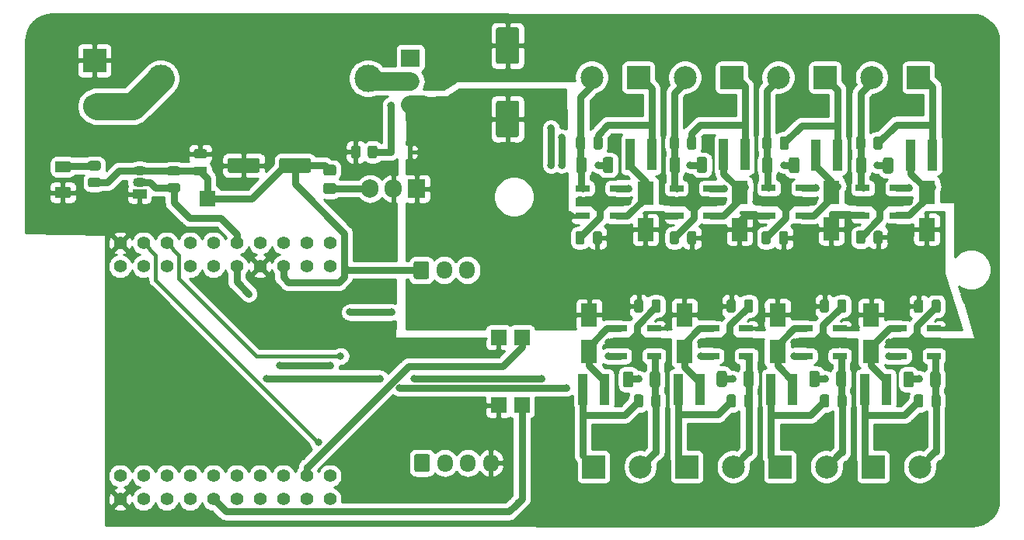
<source format=gtl>
G04 #@! TF.GenerationSoftware,KiCad,Pcbnew,5.1.12-84ad8e8a86~92~ubuntu20.04.1*
G04 #@! TF.CreationDate,2021-11-06T00:10:49+01:00*
G04 #@! TF.ProjectId,CC dimmer low voltage,43432064-696d-46d6-9572-206c6f772076,0.98*
G04 #@! TF.SameCoordinates,Original*
G04 #@! TF.FileFunction,Copper,L1,Top*
G04 #@! TF.FilePolarity,Positive*
%FSLAX46Y46*%
G04 Gerber Fmt 4.6, Leading zero omitted, Abs format (unit mm)*
G04 Created by KiCad (PCBNEW 5.1.12-84ad8e8a86~92~ubuntu20.04.1) date 2021-11-06 00:10:49*
%MOMM*%
%LPD*%
G01*
G04 APERTURE LIST*
G04 #@! TA.AperFunction,SMDPad,CuDef*
%ADD10R,0.980000X3.400000*%
G04 #@! TD*
G04 #@! TA.AperFunction,ComponentPad*
%ADD11C,3.000000*%
G04 #@! TD*
G04 #@! TA.AperFunction,ComponentPad*
%ADD12R,1.700000X1.700000*%
G04 #@! TD*
G04 #@! TA.AperFunction,SMDPad,CuDef*
%ADD13R,1.800000X2.500000*%
G04 #@! TD*
G04 #@! TA.AperFunction,SMDPad,CuDef*
%ADD14R,0.600000X0.450000*%
G04 #@! TD*
G04 #@! TA.AperFunction,ComponentPad*
%ADD15O,1.700000X1.950000*%
G04 #@! TD*
G04 #@! TA.AperFunction,ComponentPad*
%ADD16O,2.000000X1.905000*%
G04 #@! TD*
G04 #@! TA.AperFunction,ComponentPad*
%ADD17R,2.000000X1.905000*%
G04 #@! TD*
G04 #@! TA.AperFunction,ComponentPad*
%ADD18O,1.500000X1.050000*%
G04 #@! TD*
G04 #@! TA.AperFunction,ComponentPad*
%ADD19R,1.500000X1.050000*%
G04 #@! TD*
G04 #@! TA.AperFunction,ComponentPad*
%ADD20R,1.905000X2.000000*%
G04 #@! TD*
G04 #@! TA.AperFunction,ComponentPad*
%ADD21O,1.905000X2.000000*%
G04 #@! TD*
G04 #@! TA.AperFunction,ComponentPad*
%ADD22R,2.600000X2.600000*%
G04 #@! TD*
G04 #@! TA.AperFunction,ComponentPad*
%ADD23C,2.600000*%
G04 #@! TD*
G04 #@! TA.AperFunction,SMDPad,CuDef*
%ADD24R,1.500000X0.700000*%
G04 #@! TD*
G04 #@! TA.AperFunction,SMDPad,CuDef*
%ADD25C,0.150000*%
G04 #@! TD*
G04 #@! TA.AperFunction,ComponentPad*
%ADD26C,1.400000*%
G04 #@! TD*
G04 #@! TA.AperFunction,ComponentPad*
%ADD27C,2.500000*%
G04 #@! TD*
G04 #@! TA.AperFunction,ComponentPad*
%ADD28R,2.500000X2.500000*%
G04 #@! TD*
G04 #@! TA.AperFunction,ViaPad*
%ADD29C,0.800000*%
G04 #@! TD*
G04 #@! TA.AperFunction,Conductor*
%ADD30C,0.800000*%
G04 #@! TD*
G04 #@! TA.AperFunction,Conductor*
%ADD31C,2.000000*%
G04 #@! TD*
G04 #@! TA.AperFunction,Conductor*
%ADD32C,2.999999*%
G04 #@! TD*
G04 #@! TA.AperFunction,Conductor*
%ADD33C,0.400000*%
G04 #@! TD*
G04 #@! TA.AperFunction,Conductor*
%ADD34C,0.254000*%
G04 #@! TD*
G04 #@! TA.AperFunction,Conductor*
%ADD35C,0.150000*%
G04 #@! TD*
G04 APERTURE END LIST*
G04 #@! TA.AperFunction,SMDPad,CuDef*
G36*
G01*
X159235200Y-98516200D02*
X159235200Y-97566200D01*
G75*
G02*
X159485200Y-97316200I250000J0D01*
G01*
X159985200Y-97316200D01*
G75*
G02*
X160235200Y-97566200I0J-250000D01*
G01*
X160235200Y-98516200D01*
G75*
G02*
X159985200Y-98766200I-250000J0D01*
G01*
X159485200Y-98766200D01*
G75*
G02*
X159235200Y-98516200I0J250000D01*
G01*
G37*
G04 #@! TD.AperFunction*
G04 #@! TA.AperFunction,SMDPad,CuDef*
G36*
G01*
X157335200Y-98516200D02*
X157335200Y-97566200D01*
G75*
G02*
X157585200Y-97316200I250000J0D01*
G01*
X158085200Y-97316200D01*
G75*
G02*
X158335200Y-97566200I0J-250000D01*
G01*
X158335200Y-98516200D01*
G75*
G02*
X158085200Y-98766200I-250000J0D01*
G01*
X157585200Y-98766200D01*
G75*
G02*
X157335200Y-98516200I0J250000D01*
G01*
G37*
G04 #@! TD.AperFunction*
D10*
X158159000Y-114576600D03*
X160529000Y-114576600D03*
X168547600Y-114576600D03*
X170917600Y-114576600D03*
X178665600Y-114576600D03*
X181035600Y-114576600D03*
X188893000Y-114576600D03*
X191263000Y-114576600D03*
X196266800Y-88998800D03*
X193896800Y-88998800D03*
X185929000Y-88998800D03*
X183559000Y-88998800D03*
X175845200Y-88948000D03*
X173475200Y-88948000D03*
X165659800Y-88973400D03*
X163289800Y-88973400D03*
D11*
X134731400Y-80642200D03*
X112131400Y-80642200D03*
D12*
X151492000Y-116325000D03*
X151502000Y-108905000D03*
D13*
X189570000Y-106429800D03*
X189570000Y-110429800D03*
X169224600Y-110429800D03*
X169224600Y-106429800D03*
G04 #@! TA.AperFunction,SMDPad,CuDef*
G36*
G01*
X157411400Y-88153000D02*
X157411400Y-87203000D01*
G75*
G02*
X157661400Y-86953000I250000J0D01*
G01*
X158161400Y-86953000D01*
G75*
G02*
X158411400Y-87203000I0J-250000D01*
G01*
X158411400Y-88153000D01*
G75*
G02*
X158161400Y-88403000I-250000J0D01*
G01*
X157661400Y-88403000D01*
G75*
G02*
X157411400Y-88153000I0J250000D01*
G01*
G37*
G04 #@! TD.AperFunction*
G04 #@! TA.AperFunction,SMDPad,CuDef*
G36*
G01*
X159311400Y-88153000D02*
X159311400Y-87203000D01*
G75*
G02*
X159561400Y-86953000I250000J0D01*
G01*
X160061400Y-86953000D01*
G75*
G02*
X160311400Y-87203000I0J-250000D01*
G01*
X160311400Y-88153000D01*
G75*
G02*
X160061400Y-88403000I-250000J0D01*
G01*
X159561400Y-88403000D01*
G75*
G02*
X159311400Y-88153000I0J250000D01*
G01*
G37*
G04 #@! TD.AperFunction*
G04 #@! TA.AperFunction,SMDPad,CuDef*
G36*
G01*
X167622200Y-98516200D02*
X167622200Y-97566200D01*
G75*
G02*
X167872200Y-97316200I250000J0D01*
G01*
X168372200Y-97316200D01*
G75*
G02*
X168622200Y-97566200I0J-250000D01*
G01*
X168622200Y-98516200D01*
G75*
G02*
X168372200Y-98766200I-250000J0D01*
G01*
X167872200Y-98766200D01*
G75*
G02*
X167622200Y-98516200I0J250000D01*
G01*
G37*
G04 #@! TD.AperFunction*
G04 #@! TA.AperFunction,SMDPad,CuDef*
G36*
G01*
X169522200Y-98516200D02*
X169522200Y-97566200D01*
G75*
G02*
X169772200Y-97316200I250000J0D01*
G01*
X170272200Y-97316200D01*
G75*
G02*
X170522200Y-97566200I0J-250000D01*
G01*
X170522200Y-98516200D01*
G75*
G02*
X170272200Y-98766200I-250000J0D01*
G01*
X169772200Y-98766200D01*
G75*
G02*
X169522200Y-98516200I0J250000D01*
G01*
G37*
G04 #@! TD.AperFunction*
G04 #@! TA.AperFunction,SMDPad,CuDef*
G36*
G01*
X167622200Y-88178400D02*
X167622200Y-87228400D01*
G75*
G02*
X167872200Y-86978400I250000J0D01*
G01*
X168372200Y-86978400D01*
G75*
G02*
X168622200Y-87228400I0J-250000D01*
G01*
X168622200Y-88178400D01*
G75*
G02*
X168372200Y-88428400I-250000J0D01*
G01*
X167872200Y-88428400D01*
G75*
G02*
X167622200Y-88178400I0J250000D01*
G01*
G37*
G04 #@! TD.AperFunction*
G04 #@! TA.AperFunction,SMDPad,CuDef*
G36*
G01*
X169522200Y-88178400D02*
X169522200Y-87228400D01*
G75*
G02*
X169772200Y-86978400I250000J0D01*
G01*
X170272200Y-86978400D01*
G75*
G02*
X170522200Y-87228400I0J-250000D01*
G01*
X170522200Y-88178400D01*
G75*
G02*
X170272200Y-88428400I-250000J0D01*
G01*
X169772200Y-88428400D01*
G75*
G02*
X169522200Y-88178400I0J250000D01*
G01*
G37*
G04 #@! TD.AperFunction*
G04 #@! TA.AperFunction,SMDPad,CuDef*
G36*
G01*
X177629800Y-98516200D02*
X177629800Y-97566200D01*
G75*
G02*
X177879800Y-97316200I250000J0D01*
G01*
X178379800Y-97316200D01*
G75*
G02*
X178629800Y-97566200I0J-250000D01*
G01*
X178629800Y-98516200D01*
G75*
G02*
X178379800Y-98766200I-250000J0D01*
G01*
X177879800Y-98766200D01*
G75*
G02*
X177629800Y-98516200I0J250000D01*
G01*
G37*
G04 #@! TD.AperFunction*
G04 #@! TA.AperFunction,SMDPad,CuDef*
G36*
G01*
X179529800Y-98516200D02*
X179529800Y-97566200D01*
G75*
G02*
X179779800Y-97316200I250000J0D01*
G01*
X180279800Y-97316200D01*
G75*
G02*
X180529800Y-97566200I0J-250000D01*
G01*
X180529800Y-98516200D01*
G75*
G02*
X180279800Y-98766200I-250000J0D01*
G01*
X179779800Y-98766200D01*
G75*
G02*
X179529800Y-98516200I0J250000D01*
G01*
G37*
G04 #@! TD.AperFunction*
G04 #@! TA.AperFunction,SMDPad,CuDef*
G36*
G01*
X179606000Y-88178400D02*
X179606000Y-87228400D01*
G75*
G02*
X179856000Y-86978400I250000J0D01*
G01*
X180356000Y-86978400D01*
G75*
G02*
X180606000Y-87228400I0J-250000D01*
G01*
X180606000Y-88178400D01*
G75*
G02*
X180356000Y-88428400I-250000J0D01*
G01*
X179856000Y-88428400D01*
G75*
G02*
X179606000Y-88178400I0J250000D01*
G01*
G37*
G04 #@! TD.AperFunction*
G04 #@! TA.AperFunction,SMDPad,CuDef*
G36*
G01*
X177706000Y-88178400D02*
X177706000Y-87228400D01*
G75*
G02*
X177956000Y-86978400I250000J0D01*
G01*
X178456000Y-86978400D01*
G75*
G02*
X178706000Y-87228400I0J-250000D01*
G01*
X178706000Y-88178400D01*
G75*
G02*
X178456000Y-88428400I-250000J0D01*
G01*
X177956000Y-88428400D01*
G75*
G02*
X177706000Y-88178400I0J250000D01*
G01*
G37*
G04 #@! TD.AperFunction*
G04 #@! TA.AperFunction,SMDPad,CuDef*
G36*
G01*
X189816800Y-98465400D02*
X189816800Y-97515400D01*
G75*
G02*
X190066800Y-97265400I250000J0D01*
G01*
X190566800Y-97265400D01*
G75*
G02*
X190816800Y-97515400I0J-250000D01*
G01*
X190816800Y-98465400D01*
G75*
G02*
X190566800Y-98715400I-250000J0D01*
G01*
X190066800Y-98715400D01*
G75*
G02*
X189816800Y-98465400I0J250000D01*
G01*
G37*
G04 #@! TD.AperFunction*
G04 #@! TA.AperFunction,SMDPad,CuDef*
G36*
G01*
X187916800Y-98465400D02*
X187916800Y-97515400D01*
G75*
G02*
X188166800Y-97265400I250000J0D01*
G01*
X188666800Y-97265400D01*
G75*
G02*
X188916800Y-97515400I0J-250000D01*
G01*
X188916800Y-98465400D01*
G75*
G02*
X188666800Y-98715400I-250000J0D01*
G01*
X188166800Y-98715400D01*
G75*
G02*
X187916800Y-98465400I0J250000D01*
G01*
G37*
G04 #@! TD.AperFunction*
G04 #@! TA.AperFunction,SMDPad,CuDef*
G36*
G01*
X187916800Y-88178400D02*
X187916800Y-87228400D01*
G75*
G02*
X188166800Y-86978400I250000J0D01*
G01*
X188666800Y-86978400D01*
G75*
G02*
X188916800Y-87228400I0J-250000D01*
G01*
X188916800Y-88178400D01*
G75*
G02*
X188666800Y-88428400I-250000J0D01*
G01*
X188166800Y-88428400D01*
G75*
G02*
X187916800Y-88178400I0J250000D01*
G01*
G37*
G04 #@! TD.AperFunction*
G04 #@! TA.AperFunction,SMDPad,CuDef*
G36*
G01*
X189816800Y-88178400D02*
X189816800Y-87228400D01*
G75*
G02*
X190066800Y-86978400I250000J0D01*
G01*
X190566800Y-86978400D01*
G75*
G02*
X190816800Y-87228400I0J-250000D01*
G01*
X190816800Y-88178400D01*
G75*
G02*
X190566800Y-88428400I-250000J0D01*
G01*
X190066800Y-88428400D01*
G75*
G02*
X189816800Y-88178400I0J250000D01*
G01*
G37*
G04 #@! TD.AperFunction*
G04 #@! TA.AperFunction,SMDPad,CuDef*
G36*
G01*
X195241400Y-105033800D02*
X195241400Y-105983800D01*
G75*
G02*
X194991400Y-106233800I-250000J0D01*
G01*
X194491400Y-106233800D01*
G75*
G02*
X194241400Y-105983800I0J250000D01*
G01*
X194241400Y-105033800D01*
G75*
G02*
X194491400Y-104783800I250000J0D01*
G01*
X194991400Y-104783800D01*
G75*
G02*
X195241400Y-105033800I0J-250000D01*
G01*
G37*
G04 #@! TD.AperFunction*
G04 #@! TA.AperFunction,SMDPad,CuDef*
G36*
G01*
X197141400Y-105033800D02*
X197141400Y-105983800D01*
G75*
G02*
X196891400Y-106233800I-250000J0D01*
G01*
X196391400Y-106233800D01*
G75*
G02*
X196141400Y-105983800I0J250000D01*
G01*
X196141400Y-105033800D01*
G75*
G02*
X196391400Y-104783800I250000J0D01*
G01*
X196891400Y-104783800D01*
G75*
G02*
X197141400Y-105033800I0J-250000D01*
G01*
G37*
G04 #@! TD.AperFunction*
G04 #@! TA.AperFunction,SMDPad,CuDef*
G36*
G01*
X197141400Y-115371600D02*
X197141400Y-116321600D01*
G75*
G02*
X196891400Y-116571600I-250000J0D01*
G01*
X196391400Y-116571600D01*
G75*
G02*
X196141400Y-116321600I0J250000D01*
G01*
X196141400Y-115371600D01*
G75*
G02*
X196391400Y-115121600I250000J0D01*
G01*
X196891400Y-115121600D01*
G75*
G02*
X197141400Y-115371600I0J-250000D01*
G01*
G37*
G04 #@! TD.AperFunction*
G04 #@! TA.AperFunction,SMDPad,CuDef*
G36*
G01*
X195241400Y-115371600D02*
X195241400Y-116321600D01*
G75*
G02*
X194991400Y-116571600I-250000J0D01*
G01*
X194491400Y-116571600D01*
G75*
G02*
X194241400Y-116321600I0J250000D01*
G01*
X194241400Y-115371600D01*
G75*
G02*
X194491400Y-115121600I250000J0D01*
G01*
X194991400Y-115121600D01*
G75*
G02*
X195241400Y-115371600I0J-250000D01*
G01*
G37*
G04 #@! TD.AperFunction*
G04 #@! TA.AperFunction,SMDPad,CuDef*
G36*
G01*
X184979800Y-105008400D02*
X184979800Y-105958400D01*
G75*
G02*
X184729800Y-106208400I-250000J0D01*
G01*
X184229800Y-106208400D01*
G75*
G02*
X183979800Y-105958400I0J250000D01*
G01*
X183979800Y-105008400D01*
G75*
G02*
X184229800Y-104758400I250000J0D01*
G01*
X184729800Y-104758400D01*
G75*
G02*
X184979800Y-105008400I0J-250000D01*
G01*
G37*
G04 #@! TD.AperFunction*
G04 #@! TA.AperFunction,SMDPad,CuDef*
G36*
G01*
X186879800Y-105008400D02*
X186879800Y-105958400D01*
G75*
G02*
X186629800Y-106208400I-250000J0D01*
G01*
X186129800Y-106208400D01*
G75*
G02*
X185879800Y-105958400I0J250000D01*
G01*
X185879800Y-105008400D01*
G75*
G02*
X186129800Y-104758400I250000J0D01*
G01*
X186629800Y-104758400D01*
G75*
G02*
X186879800Y-105008400I0J-250000D01*
G01*
G37*
G04 #@! TD.AperFunction*
G04 #@! TA.AperFunction,SMDPad,CuDef*
G36*
G01*
X184995000Y-115371600D02*
X184995000Y-116321600D01*
G75*
G02*
X184745000Y-116571600I-250000J0D01*
G01*
X184245000Y-116571600D01*
G75*
G02*
X183995000Y-116321600I0J250000D01*
G01*
X183995000Y-115371600D01*
G75*
G02*
X184245000Y-115121600I250000J0D01*
G01*
X184745000Y-115121600D01*
G75*
G02*
X184995000Y-115371600I0J-250000D01*
G01*
G37*
G04 #@! TD.AperFunction*
G04 #@! TA.AperFunction,SMDPad,CuDef*
G36*
G01*
X186895000Y-115371600D02*
X186895000Y-116321600D01*
G75*
G02*
X186645000Y-116571600I-250000J0D01*
G01*
X186145000Y-116571600D01*
G75*
G02*
X185895000Y-116321600I0J250000D01*
G01*
X185895000Y-115371600D01*
G75*
G02*
X186145000Y-115121600I250000J0D01*
G01*
X186645000Y-115121600D01*
G75*
G02*
X186895000Y-115371600I0J-250000D01*
G01*
G37*
G04 #@! TD.AperFunction*
G04 #@! TA.AperFunction,SMDPad,CuDef*
G36*
G01*
X176719800Y-105008400D02*
X176719800Y-105958400D01*
G75*
G02*
X176469800Y-106208400I-250000J0D01*
G01*
X175969800Y-106208400D01*
G75*
G02*
X175719800Y-105958400I0J250000D01*
G01*
X175719800Y-105008400D01*
G75*
G02*
X175969800Y-104758400I250000J0D01*
G01*
X176469800Y-104758400D01*
G75*
G02*
X176719800Y-105008400I0J-250000D01*
G01*
G37*
G04 #@! TD.AperFunction*
G04 #@! TA.AperFunction,SMDPad,CuDef*
G36*
G01*
X174819800Y-105008400D02*
X174819800Y-105958400D01*
G75*
G02*
X174569800Y-106208400I-250000J0D01*
G01*
X174069800Y-106208400D01*
G75*
G02*
X173819800Y-105958400I0J250000D01*
G01*
X173819800Y-105008400D01*
G75*
G02*
X174069800Y-104758400I250000J0D01*
G01*
X174569800Y-104758400D01*
G75*
G02*
X174819800Y-105008400I0J-250000D01*
G01*
G37*
G04 #@! TD.AperFunction*
G04 #@! TA.AperFunction,SMDPad,CuDef*
G36*
G01*
X174819800Y-115371600D02*
X174819800Y-116321600D01*
G75*
G02*
X174569800Y-116571600I-250000J0D01*
G01*
X174069800Y-116571600D01*
G75*
G02*
X173819800Y-116321600I0J250000D01*
G01*
X173819800Y-115371600D01*
G75*
G02*
X174069800Y-115121600I250000J0D01*
G01*
X174569800Y-115121600D01*
G75*
G02*
X174819800Y-115371600I0J-250000D01*
G01*
G37*
G04 #@! TD.AperFunction*
G04 #@! TA.AperFunction,SMDPad,CuDef*
G36*
G01*
X176719800Y-115371600D02*
X176719800Y-116321600D01*
G75*
G02*
X176469800Y-116571600I-250000J0D01*
G01*
X175969800Y-116571600D01*
G75*
G02*
X175719800Y-116321600I0J250000D01*
G01*
X175719800Y-115371600D01*
G75*
G02*
X175969800Y-115121600I250000J0D01*
G01*
X176469800Y-115121600D01*
G75*
G02*
X176719800Y-115371600I0J-250000D01*
G01*
G37*
G04 #@! TD.AperFunction*
G04 #@! TA.AperFunction,SMDPad,CuDef*
G36*
G01*
X164736000Y-105008400D02*
X164736000Y-105958400D01*
G75*
G02*
X164486000Y-106208400I-250000J0D01*
G01*
X163986000Y-106208400D01*
G75*
G02*
X163736000Y-105958400I0J250000D01*
G01*
X163736000Y-105008400D01*
G75*
G02*
X163986000Y-104758400I250000J0D01*
G01*
X164486000Y-104758400D01*
G75*
G02*
X164736000Y-105008400I0J-250000D01*
G01*
G37*
G04 #@! TD.AperFunction*
G04 #@! TA.AperFunction,SMDPad,CuDef*
G36*
G01*
X166636000Y-105008400D02*
X166636000Y-105958400D01*
G75*
G02*
X166386000Y-106208400I-250000J0D01*
G01*
X165886000Y-106208400D01*
G75*
G02*
X165636000Y-105958400I0J250000D01*
G01*
X165636000Y-105008400D01*
G75*
G02*
X165886000Y-104758400I250000J0D01*
G01*
X166386000Y-104758400D01*
G75*
G02*
X166636000Y-105008400I0J-250000D01*
G01*
G37*
G04 #@! TD.AperFunction*
G04 #@! TA.AperFunction,SMDPad,CuDef*
G36*
G01*
X166625800Y-115371600D02*
X166625800Y-116321600D01*
G75*
G02*
X166375800Y-116571600I-250000J0D01*
G01*
X165875800Y-116571600D01*
G75*
G02*
X165625800Y-116321600I0J250000D01*
G01*
X165625800Y-115371600D01*
G75*
G02*
X165875800Y-115121600I250000J0D01*
G01*
X166375800Y-115121600D01*
G75*
G02*
X166625800Y-115371600I0J-250000D01*
G01*
G37*
G04 #@! TD.AperFunction*
G04 #@! TA.AperFunction,SMDPad,CuDef*
G36*
G01*
X164725800Y-115371600D02*
X164725800Y-116321600D01*
G75*
G02*
X164475800Y-116571600I-250000J0D01*
G01*
X163975800Y-116571600D01*
G75*
G02*
X163725800Y-116321600I0J250000D01*
G01*
X163725800Y-115371600D01*
G75*
G02*
X163975800Y-115121600I250000J0D01*
G01*
X164475800Y-115121600D01*
G75*
G02*
X164725800Y-115371600I0J-250000D01*
G01*
G37*
G04 #@! TD.AperFunction*
G04 #@! TA.AperFunction,SMDPad,CuDef*
G36*
G01*
X150946000Y-87074000D02*
X148946000Y-87074000D01*
G75*
G02*
X148696000Y-86824000I0J250000D01*
G01*
X148696000Y-83324000D01*
G75*
G02*
X148946000Y-83074000I250000J0D01*
G01*
X150946000Y-83074000D01*
G75*
G02*
X151196000Y-83324000I0J-250000D01*
G01*
X151196000Y-86824000D01*
G75*
G02*
X150946000Y-87074000I-250000J0D01*
G01*
G37*
G04 #@! TD.AperFunction*
G04 #@! TA.AperFunction,SMDPad,CuDef*
G36*
G01*
X150946000Y-79074000D02*
X148946000Y-79074000D01*
G75*
G02*
X148696000Y-78824000I0J250000D01*
G01*
X148696000Y-75324000D01*
G75*
G02*
X148946000Y-75074000I250000J0D01*
G01*
X150946000Y-75074000D01*
G75*
G02*
X151196000Y-75324000I0J-250000D01*
G01*
X151196000Y-78824000D01*
G75*
G02*
X150946000Y-79074000I-250000J0D01*
G01*
G37*
G04 #@! TD.AperFunction*
G04 #@! TA.AperFunction,SMDPad,CuDef*
G36*
G01*
X128537200Y-89591800D02*
X128537200Y-90691800D01*
G75*
G02*
X128287200Y-90941800I-250000J0D01*
G01*
X125287200Y-90941800D01*
G75*
G02*
X125037200Y-90691800I0J250000D01*
G01*
X125037200Y-89591800D01*
G75*
G02*
X125287200Y-89341800I250000J0D01*
G01*
X128287200Y-89341800D01*
G75*
G02*
X128537200Y-89591800I0J-250000D01*
G01*
G37*
G04 #@! TD.AperFunction*
G04 #@! TA.AperFunction,SMDPad,CuDef*
G36*
G01*
X122937200Y-89591800D02*
X122937200Y-90691800D01*
G75*
G02*
X122687200Y-90941800I-250000J0D01*
G01*
X119687200Y-90941800D01*
G75*
G02*
X119437200Y-90691800I0J250000D01*
G01*
X119437200Y-89591800D01*
G75*
G02*
X119687200Y-89341800I250000J0D01*
G01*
X122687200Y-89341800D01*
G75*
G02*
X122937200Y-89591800I0J-250000D01*
G01*
G37*
G04 #@! TD.AperFunction*
G04 #@! TA.AperFunction,SMDPad,CuDef*
G36*
G01*
X116943800Y-91261600D02*
X115993800Y-91261600D01*
G75*
G02*
X115743800Y-91011600I0J250000D01*
G01*
X115743800Y-90511600D01*
G75*
G02*
X115993800Y-90261600I250000J0D01*
G01*
X116943800Y-90261600D01*
G75*
G02*
X117193800Y-90511600I0J-250000D01*
G01*
X117193800Y-91011600D01*
G75*
G02*
X116943800Y-91261600I-250000J0D01*
G01*
G37*
G04 #@! TD.AperFunction*
G04 #@! TA.AperFunction,SMDPad,CuDef*
G36*
G01*
X116943800Y-89361600D02*
X115993800Y-89361600D01*
G75*
G02*
X115743800Y-89111600I0J250000D01*
G01*
X115743800Y-88611600D01*
G75*
G02*
X115993800Y-88361600I250000J0D01*
G01*
X116943800Y-88361600D01*
G75*
G02*
X117193800Y-88611600I0J-250000D01*
G01*
X117193800Y-89111600D01*
G75*
G02*
X116943800Y-89361600I-250000J0D01*
G01*
G37*
G04 #@! TD.AperFunction*
X164982800Y-97145600D03*
X164982800Y-93145600D03*
X175219000Y-97120200D03*
X175219000Y-93120200D03*
X185226600Y-97094800D03*
X185226600Y-93094800D03*
X195615200Y-93120200D03*
X195615200Y-97120200D03*
X179359200Y-110429800D03*
X179359200Y-106429800D03*
X158836000Y-110455200D03*
X158836000Y-106455200D03*
D14*
X139337400Y-88668600D03*
X137237400Y-88668600D03*
G04 #@! TA.AperFunction,SMDPad,CuDef*
G36*
G01*
X102107800Y-93716200D02*
X100857800Y-93716200D01*
G75*
G02*
X100607800Y-93466200I0J250000D01*
G01*
X100607800Y-92716200D01*
G75*
G02*
X100857800Y-92466200I250000J0D01*
G01*
X102107800Y-92466200D01*
G75*
G02*
X102357800Y-92716200I0J-250000D01*
G01*
X102357800Y-93466200D01*
G75*
G02*
X102107800Y-93716200I-250000J0D01*
G01*
G37*
G04 #@! TD.AperFunction*
G04 #@! TA.AperFunction,SMDPad,CuDef*
G36*
G01*
X102107800Y-90916200D02*
X100857800Y-90916200D01*
G75*
G02*
X100607800Y-90666200I0J250000D01*
G01*
X100607800Y-89916200D01*
G75*
G02*
X100857800Y-89666200I250000J0D01*
G01*
X102107800Y-89666200D01*
G75*
G02*
X102357800Y-89916200I0J-250000D01*
G01*
X102357800Y-90666200D01*
G75*
G02*
X102107800Y-90916200I-250000J0D01*
G01*
G37*
G04 #@! TD.AperFunction*
G04 #@! TA.AperFunction,SMDPad,CuDef*
G36*
G01*
X130115799Y-90056400D02*
X131015801Y-90056400D01*
G75*
G02*
X131265800Y-90306399I0J-249999D01*
G01*
X131265800Y-91006401D01*
G75*
G02*
X131015801Y-91256400I-249999J0D01*
G01*
X130115799Y-91256400D01*
G75*
G02*
X129865800Y-91006401I0J249999D01*
G01*
X129865800Y-90306399D01*
G75*
G02*
X130115799Y-90056400I249999J0D01*
G01*
G37*
G04 #@! TD.AperFunction*
G04 #@! TA.AperFunction,SMDPad,CuDef*
G36*
G01*
X130115799Y-92056400D02*
X131015801Y-92056400D01*
G75*
G02*
X131265800Y-92306399I0J-249999D01*
G01*
X131265800Y-93006401D01*
G75*
G02*
X131015801Y-93256400I-249999J0D01*
G01*
X130115799Y-93256400D01*
G75*
G02*
X129865800Y-93006401I0J249999D01*
G01*
X129865800Y-92306399D01*
G75*
G02*
X130115799Y-92056400I249999J0D01*
G01*
G37*
G04 #@! TD.AperFunction*
G04 #@! TA.AperFunction,ComponentPad*
G36*
G01*
X139702000Y-102300000D02*
X139702000Y-100850000D01*
G75*
G02*
X139952000Y-100600000I250000J0D01*
G01*
X141152000Y-100600000D01*
G75*
G02*
X141402000Y-100850000I0J-250000D01*
G01*
X141402000Y-102300000D01*
G75*
G02*
X141152000Y-102550000I-250000J0D01*
G01*
X139952000Y-102550000D01*
G75*
G02*
X139702000Y-102300000I0J250000D01*
G01*
G37*
G04 #@! TD.AperFunction*
D15*
X143052000Y-101575000D03*
X145552000Y-101575000D03*
G04 #@! TA.AperFunction,ComponentPad*
G36*
G01*
X139772000Y-123330000D02*
X139772000Y-121880000D01*
G75*
G02*
X140022000Y-121630000I250000J0D01*
G01*
X141222000Y-121630000D01*
G75*
G02*
X141472000Y-121880000I0J-250000D01*
G01*
X141472000Y-123330000D01*
G75*
G02*
X141222000Y-123580000I-250000J0D01*
G01*
X140022000Y-123580000D01*
G75*
G02*
X139772000Y-123330000I0J250000D01*
G01*
G37*
G04 #@! TD.AperFunction*
X143122000Y-122605000D03*
X145622000Y-122605000D03*
X148122000Y-122605000D03*
D12*
X148962000Y-108905000D03*
X148952000Y-116325000D03*
X117230800Y-93774000D03*
D16*
X139354200Y-83487000D03*
X139354200Y-80947000D03*
D17*
X139354200Y-78407000D03*
G04 #@! TA.AperFunction,SMDPad,CuDef*
G36*
G01*
X157420600Y-90716003D02*
X157420600Y-89465997D01*
G75*
G02*
X157670597Y-89216000I249997J0D01*
G01*
X158295603Y-89216000D01*
G75*
G02*
X158545600Y-89465997I0J-249997D01*
G01*
X158545600Y-90716003D01*
G75*
G02*
X158295603Y-90966000I-249997J0D01*
G01*
X157670597Y-90966000D01*
G75*
G02*
X157420600Y-90716003I0J249997D01*
G01*
G37*
G04 #@! TD.AperFunction*
G04 #@! TA.AperFunction,SMDPad,CuDef*
G36*
G01*
X160345600Y-90716003D02*
X160345600Y-89465997D01*
G75*
G02*
X160595597Y-89216000I249997J0D01*
G01*
X161220603Y-89216000D01*
G75*
G02*
X161470600Y-89465997I0J-249997D01*
G01*
X161470600Y-90716003D01*
G75*
G02*
X161220603Y-90966000I-249997J0D01*
G01*
X160595597Y-90966000D01*
G75*
G02*
X160345600Y-90716003I0J249997D01*
G01*
G37*
G04 #@! TD.AperFunction*
G04 #@! TA.AperFunction,SMDPad,CuDef*
G36*
G01*
X170556400Y-90716003D02*
X170556400Y-89465997D01*
G75*
G02*
X170806397Y-89216000I249997J0D01*
G01*
X171431403Y-89216000D01*
G75*
G02*
X171681400Y-89465997I0J-249997D01*
G01*
X171681400Y-90716003D01*
G75*
G02*
X171431403Y-90966000I-249997J0D01*
G01*
X170806397Y-90966000D01*
G75*
G02*
X170556400Y-90716003I0J249997D01*
G01*
G37*
G04 #@! TD.AperFunction*
G04 #@! TA.AperFunction,SMDPad,CuDef*
G36*
G01*
X167631400Y-90716003D02*
X167631400Y-89465997D01*
G75*
G02*
X167881397Y-89216000I249997J0D01*
G01*
X168506403Y-89216000D01*
G75*
G02*
X168756400Y-89465997I0J-249997D01*
G01*
X168756400Y-90716003D01*
G75*
G02*
X168506403Y-90966000I-249997J0D01*
G01*
X167881397Y-90966000D01*
G75*
G02*
X167631400Y-90716003I0J249997D01*
G01*
G37*
G04 #@! TD.AperFunction*
G04 #@! TA.AperFunction,SMDPad,CuDef*
G36*
G01*
X180614800Y-90741403D02*
X180614800Y-89491397D01*
G75*
G02*
X180864797Y-89241400I249997J0D01*
G01*
X181489803Y-89241400D01*
G75*
G02*
X181739800Y-89491397I0J-249997D01*
G01*
X181739800Y-90741403D01*
G75*
G02*
X181489803Y-90991400I-249997J0D01*
G01*
X180864797Y-90991400D01*
G75*
G02*
X180614800Y-90741403I0J249997D01*
G01*
G37*
G04 #@! TD.AperFunction*
G04 #@! TA.AperFunction,SMDPad,CuDef*
G36*
G01*
X177689800Y-90741403D02*
X177689800Y-89491397D01*
G75*
G02*
X177939797Y-89241400I249997J0D01*
G01*
X178564803Y-89241400D01*
G75*
G02*
X178814800Y-89491397I0J-249997D01*
G01*
X178814800Y-90741403D01*
G75*
G02*
X178564803Y-90991400I-249997J0D01*
G01*
X177939797Y-90991400D01*
G75*
G02*
X177689800Y-90741403I0J249997D01*
G01*
G37*
G04 #@! TD.AperFunction*
G04 #@! TA.AperFunction,SMDPad,CuDef*
G36*
G01*
X187926000Y-90766803D02*
X187926000Y-89516797D01*
G75*
G02*
X188175997Y-89266800I249997J0D01*
G01*
X188801003Y-89266800D01*
G75*
G02*
X189051000Y-89516797I0J-249997D01*
G01*
X189051000Y-90766803D01*
G75*
G02*
X188801003Y-91016800I-249997J0D01*
G01*
X188175997Y-91016800D01*
G75*
G02*
X187926000Y-90766803I0J249997D01*
G01*
G37*
G04 #@! TD.AperFunction*
G04 #@! TA.AperFunction,SMDPad,CuDef*
G36*
G01*
X190851000Y-90766803D02*
X190851000Y-89516797D01*
G75*
G02*
X191100997Y-89266800I249997J0D01*
G01*
X191726003Y-89266800D01*
G75*
G02*
X191976000Y-89516797I0J-249997D01*
G01*
X191976000Y-90766803D01*
G75*
G02*
X191726003Y-91016800I-249997J0D01*
G01*
X191100997Y-91016800D01*
G75*
G02*
X190851000Y-90766803I0J249997D01*
G01*
G37*
G04 #@! TD.AperFunction*
G04 #@! TA.AperFunction,SMDPad,CuDef*
G36*
G01*
X194202000Y-112869997D02*
X194202000Y-114120003D01*
G75*
G02*
X193952003Y-114370000I-249997J0D01*
G01*
X193326997Y-114370000D01*
G75*
G02*
X193077000Y-114120003I0J249997D01*
G01*
X193077000Y-112869997D01*
G75*
G02*
X193326997Y-112620000I249997J0D01*
G01*
X193952003Y-112620000D01*
G75*
G02*
X194202000Y-112869997I0J-249997D01*
G01*
G37*
G04 #@! TD.AperFunction*
G04 #@! TA.AperFunction,SMDPad,CuDef*
G36*
G01*
X197127000Y-112869997D02*
X197127000Y-114120003D01*
G75*
G02*
X196877003Y-114370000I-249997J0D01*
G01*
X196251997Y-114370000D01*
G75*
G02*
X196002000Y-114120003I0J249997D01*
G01*
X196002000Y-112869997D01*
G75*
G02*
X196251997Y-112620000I249997J0D01*
G01*
X196877003Y-112620000D01*
G75*
G02*
X197127000Y-112869997I0J-249997D01*
G01*
G37*
G04 #@! TD.AperFunction*
G04 #@! TA.AperFunction,SMDPad,CuDef*
G36*
G01*
X186881300Y-112808597D02*
X186881300Y-114058603D01*
G75*
G02*
X186631303Y-114308600I-249997J0D01*
G01*
X186006297Y-114308600D01*
G75*
G02*
X185756300Y-114058603I0J249997D01*
G01*
X185756300Y-112808597D01*
G75*
G02*
X186006297Y-112558600I249997J0D01*
G01*
X186631303Y-112558600D01*
G75*
G02*
X186881300Y-112808597I0J-249997D01*
G01*
G37*
G04 #@! TD.AperFunction*
G04 #@! TA.AperFunction,SMDPad,CuDef*
G36*
G01*
X183956300Y-112808597D02*
X183956300Y-114058603D01*
G75*
G02*
X183706303Y-114308600I-249997J0D01*
G01*
X183081297Y-114308600D01*
G75*
G02*
X182831300Y-114058603I0J249997D01*
G01*
X182831300Y-112808597D01*
G75*
G02*
X183081297Y-112558600I249997J0D01*
G01*
X183706303Y-112558600D01*
G75*
G02*
X183956300Y-112808597I0J-249997D01*
G01*
G37*
G04 #@! TD.AperFunction*
G04 #@! TA.AperFunction,SMDPad,CuDef*
G36*
G01*
X173852000Y-112808597D02*
X173852000Y-114058603D01*
G75*
G02*
X173602003Y-114308600I-249997J0D01*
G01*
X172976997Y-114308600D01*
G75*
G02*
X172727000Y-114058603I0J249997D01*
G01*
X172727000Y-112808597D01*
G75*
G02*
X172976997Y-112558600I249997J0D01*
G01*
X173602003Y-112558600D01*
G75*
G02*
X173852000Y-112808597I0J-249997D01*
G01*
G37*
G04 #@! TD.AperFunction*
G04 #@! TA.AperFunction,SMDPad,CuDef*
G36*
G01*
X176777000Y-112808597D02*
X176777000Y-114058603D01*
G75*
G02*
X176527003Y-114308600I-249997J0D01*
G01*
X175901997Y-114308600D01*
G75*
G02*
X175652000Y-114058603I0J249997D01*
G01*
X175652000Y-112808597D01*
G75*
G02*
X175901997Y-112558600I249997J0D01*
G01*
X176527003Y-112558600D01*
G75*
G02*
X176777000Y-112808597I0J-249997D01*
G01*
G37*
G04 #@! TD.AperFunction*
G04 #@! TA.AperFunction,SMDPad,CuDef*
G36*
G01*
X166577000Y-112869997D02*
X166577000Y-114120003D01*
G75*
G02*
X166327003Y-114370000I-249997J0D01*
G01*
X165701997Y-114370000D01*
G75*
G02*
X165452000Y-114120003I0J249997D01*
G01*
X165452000Y-112869997D01*
G75*
G02*
X165701997Y-112620000I249997J0D01*
G01*
X166327003Y-112620000D01*
G75*
G02*
X166577000Y-112869997I0J-249997D01*
G01*
G37*
G04 #@! TD.AperFunction*
G04 #@! TA.AperFunction,SMDPad,CuDef*
G36*
G01*
X163652000Y-112869997D02*
X163652000Y-114120003D01*
G75*
G02*
X163402003Y-114370000I-249997J0D01*
G01*
X162776997Y-114370000D01*
G75*
G02*
X162527000Y-114120003I0J249997D01*
G01*
X162527000Y-112869997D01*
G75*
G02*
X162776997Y-112620000I249997J0D01*
G01*
X163402003Y-112620000D01*
G75*
G02*
X163652000Y-112869997I0J-249997D01*
G01*
G37*
G04 #@! TD.AperFunction*
G04 #@! TA.AperFunction,SMDPad,CuDef*
G36*
G01*
X113123198Y-90240800D02*
X114023202Y-90240800D01*
G75*
G02*
X114273200Y-90490798I0J-249998D01*
G01*
X114273200Y-91015802D01*
G75*
G02*
X114023202Y-91265800I-249998J0D01*
G01*
X113123198Y-91265800D01*
G75*
G02*
X112873200Y-91015802I0J249998D01*
G01*
X112873200Y-90490798D01*
G75*
G02*
X113123198Y-90240800I249998J0D01*
G01*
G37*
G04 #@! TD.AperFunction*
G04 #@! TA.AperFunction,SMDPad,CuDef*
G36*
G01*
X113123198Y-92065800D02*
X114023202Y-92065800D01*
G75*
G02*
X114273200Y-92315798I0J-249998D01*
G01*
X114273200Y-92840802D01*
G75*
G02*
X114023202Y-93090800I-249998J0D01*
G01*
X113123198Y-93090800D01*
G75*
G02*
X112873200Y-92840802I0J249998D01*
G01*
X112873200Y-92315798D01*
G75*
G02*
X113123198Y-92065800I249998J0D01*
G01*
G37*
G04 #@! TD.AperFunction*
G04 #@! TA.AperFunction,SMDPad,CuDef*
G36*
G01*
X133925000Y-88218598D02*
X133925000Y-89118602D01*
G75*
G02*
X133675002Y-89368600I-249998J0D01*
G01*
X133149998Y-89368600D01*
G75*
G02*
X132900000Y-89118602I0J249998D01*
G01*
X132900000Y-88218598D01*
G75*
G02*
X133149998Y-87968600I249998J0D01*
G01*
X133675002Y-87968600D01*
G75*
G02*
X133925000Y-88218598I0J-249998D01*
G01*
G37*
G04 #@! TD.AperFunction*
G04 #@! TA.AperFunction,SMDPad,CuDef*
G36*
G01*
X135750000Y-88218598D02*
X135750000Y-89118602D01*
G75*
G02*
X135500002Y-89368600I-249998J0D01*
G01*
X134974998Y-89368600D01*
G75*
G02*
X134725000Y-89118602I0J249998D01*
G01*
X134725000Y-88218598D01*
G75*
G02*
X134974998Y-87968600I249998J0D01*
G01*
X135500002Y-87968600D01*
G75*
G02*
X135750000Y-88218598I0J-249998D01*
G01*
G37*
G04 #@! TD.AperFunction*
G04 #@! TA.AperFunction,SMDPad,CuDef*
G36*
G01*
X105361802Y-92506600D02*
X104461798Y-92506600D01*
G75*
G02*
X104211800Y-92256602I0J249998D01*
G01*
X104211800Y-91731598D01*
G75*
G02*
X104461798Y-91481600I249998J0D01*
G01*
X105361802Y-91481600D01*
G75*
G02*
X105611800Y-91731598I0J-249998D01*
G01*
X105611800Y-92256602D01*
G75*
G02*
X105361802Y-92506600I-249998J0D01*
G01*
G37*
G04 #@! TD.AperFunction*
G04 #@! TA.AperFunction,SMDPad,CuDef*
G36*
G01*
X105361802Y-90681600D02*
X104461798Y-90681600D01*
G75*
G02*
X104211800Y-90431602I0J249998D01*
G01*
X104211800Y-89906598D01*
G75*
G02*
X104461798Y-89656600I249998J0D01*
G01*
X105361802Y-89656600D01*
G75*
G02*
X105611800Y-89906598I0J-249998D01*
G01*
X105611800Y-90431602D01*
G75*
G02*
X105361802Y-90681600I-249998J0D01*
G01*
G37*
G04 #@! TD.AperFunction*
D18*
X109839400Y-91996000D03*
X109839400Y-90726000D03*
D19*
X109839400Y-93266000D03*
D20*
X140040000Y-92681800D03*
D21*
X137500000Y-92681800D03*
X134960000Y-92681800D03*
D22*
X104932000Y-78685000D03*
D23*
X104932000Y-83685000D03*
D24*
X158152000Y-95645000D03*
X158152000Y-92645000D03*
X161852000Y-95645000D03*
X161852000Y-92645000D03*
G04 #@! TA.AperFunction,SMDPad,CuDef*
D25*
G36*
X159102000Y-94645000D02*
G01*
X157402000Y-94645000D01*
X157402000Y-93645000D01*
X159102000Y-93645000D01*
X159602000Y-93145000D01*
X160402000Y-93145000D01*
X160902000Y-93645000D01*
X162602000Y-93645000D01*
X162602000Y-94645000D01*
X160902000Y-94645000D01*
X160402000Y-95145000D01*
X159602000Y-95145000D01*
X159102000Y-94645000D01*
G37*
G04 #@! TD.AperFunction*
D24*
X168352000Y-95645000D03*
X168352000Y-92645000D03*
X172052000Y-95645000D03*
X172052000Y-92645000D03*
G04 #@! TA.AperFunction,SMDPad,CuDef*
D25*
G36*
X169302000Y-94645000D02*
G01*
X167602000Y-94645000D01*
X167602000Y-93645000D01*
X169302000Y-93645000D01*
X169802000Y-93145000D01*
X170602000Y-93145000D01*
X171102000Y-93645000D01*
X172802000Y-93645000D01*
X172802000Y-94645000D01*
X171102000Y-94645000D01*
X170602000Y-95145000D01*
X169802000Y-95145000D01*
X169302000Y-94645000D01*
G37*
G04 #@! TD.AperFunction*
G04 #@! TA.AperFunction,SMDPad,CuDef*
G36*
X179352000Y-94595000D02*
G01*
X177652000Y-94595000D01*
X177652000Y-93595000D01*
X179352000Y-93595000D01*
X179852000Y-93095000D01*
X180652000Y-93095000D01*
X181152000Y-93595000D01*
X182852000Y-93595000D01*
X182852000Y-94595000D01*
X181152000Y-94595000D01*
X180652000Y-95095000D01*
X179852000Y-95095000D01*
X179352000Y-94595000D01*
G37*
G04 #@! TD.AperFunction*
D24*
X182102000Y-92595000D03*
X182102000Y-95595000D03*
X178402000Y-92595000D03*
X178402000Y-95595000D03*
G04 #@! TA.AperFunction,SMDPad,CuDef*
D25*
G36*
X189602000Y-94595000D02*
G01*
X187902000Y-94595000D01*
X187902000Y-93595000D01*
X189602000Y-93595000D01*
X190102000Y-93095000D01*
X190902000Y-93095000D01*
X191402000Y-93595000D01*
X193102000Y-93595000D01*
X193102000Y-94595000D01*
X191402000Y-94595000D01*
X190902000Y-95095000D01*
X190102000Y-95095000D01*
X189602000Y-94595000D01*
G37*
G04 #@! TD.AperFunction*
D24*
X192352000Y-92595000D03*
X192352000Y-95595000D03*
X188652000Y-92595000D03*
X188652000Y-95595000D03*
G04 #@! TA.AperFunction,SMDPad,CuDef*
D25*
G36*
X195452000Y-108945000D02*
G01*
X197152000Y-108945000D01*
X197152000Y-109945000D01*
X195452000Y-109945000D01*
X194952000Y-110445000D01*
X194152000Y-110445000D01*
X193652000Y-109945000D01*
X191952000Y-109945000D01*
X191952000Y-108945000D01*
X193652000Y-108945000D01*
X194152000Y-108445000D01*
X194952000Y-108445000D01*
X195452000Y-108945000D01*
G37*
G04 #@! TD.AperFunction*
D24*
X192702000Y-110945000D03*
X192702000Y-107945000D03*
X196402000Y-110945000D03*
X196402000Y-107945000D03*
G04 #@! TA.AperFunction,SMDPad,CuDef*
D25*
G36*
X185202000Y-108945000D02*
G01*
X186902000Y-108945000D01*
X186902000Y-109945000D01*
X185202000Y-109945000D01*
X184702000Y-110445000D01*
X183902000Y-110445000D01*
X183402000Y-109945000D01*
X181702000Y-109945000D01*
X181702000Y-108945000D01*
X183402000Y-108945000D01*
X183902000Y-108445000D01*
X184702000Y-108445000D01*
X185202000Y-108945000D01*
G37*
G04 #@! TD.AperFunction*
D24*
X182452000Y-110945000D03*
X182452000Y-107945000D03*
X186152000Y-110945000D03*
X186152000Y-107945000D03*
X175952000Y-107945000D03*
X175952000Y-110945000D03*
X172252000Y-107945000D03*
X172252000Y-110945000D03*
G04 #@! TA.AperFunction,SMDPad,CuDef*
D25*
G36*
X175002000Y-108945000D02*
G01*
X176702000Y-108945000D01*
X176702000Y-109945000D01*
X175002000Y-109945000D01*
X174502000Y-110445000D01*
X173702000Y-110445000D01*
X173202000Y-109945000D01*
X171502000Y-109945000D01*
X171502000Y-108945000D01*
X173202000Y-108945000D01*
X173702000Y-108445000D01*
X174502000Y-108445000D01*
X175002000Y-108945000D01*
G37*
G04 #@! TD.AperFunction*
D24*
X165902000Y-107945000D03*
X165902000Y-110945000D03*
X162202000Y-107945000D03*
X162202000Y-110945000D03*
G04 #@! TA.AperFunction,SMDPad,CuDef*
D25*
G36*
X164952000Y-108945000D02*
G01*
X166652000Y-108945000D01*
X166652000Y-109945000D01*
X164952000Y-109945000D01*
X164452000Y-110445000D01*
X163652000Y-110445000D01*
X163152000Y-109945000D01*
X161452000Y-109945000D01*
X161452000Y-108945000D01*
X163152000Y-108945000D01*
X163652000Y-108445000D01*
X164452000Y-108445000D01*
X164952000Y-108945000D01*
G37*
G04 #@! TD.AperFunction*
D26*
X107722000Y-124025000D03*
X107722000Y-126565000D03*
X110262000Y-126565000D03*
X110262000Y-124025000D03*
X112802000Y-126565000D03*
X112802000Y-124025000D03*
X115342000Y-126565000D03*
X115342000Y-124025000D03*
X117882000Y-126565000D03*
X117882000Y-124025000D03*
X120422000Y-126565000D03*
X120422000Y-124025000D03*
X122962000Y-126565000D03*
X122962000Y-124025000D03*
X125502000Y-126565000D03*
X125502000Y-124025000D03*
X128042000Y-126565000D03*
X128042000Y-124025000D03*
X130582000Y-126565000D03*
X130582000Y-124025000D03*
X107722000Y-101165000D03*
X107722000Y-98625000D03*
X110262000Y-101165000D03*
X110262000Y-98625000D03*
X112802000Y-101165000D03*
X112802000Y-98625000D03*
X115342000Y-101165000D03*
X115342000Y-98625000D03*
X117882000Y-101165000D03*
X117882000Y-98625000D03*
X120422000Y-101165000D03*
X120422000Y-98625000D03*
X122962000Y-101165000D03*
X122962000Y-98625000D03*
X125502000Y-101165000D03*
X125502000Y-98625000D03*
X128042000Y-101165000D03*
X128042000Y-98625000D03*
X130582000Y-101165000D03*
X130582000Y-98625000D03*
D27*
X159122000Y-80535000D03*
D28*
X164202000Y-80535000D03*
X174372000Y-80535000D03*
D27*
X169292000Y-80535000D03*
X179452000Y-80535000D03*
D28*
X184532000Y-80535000D03*
X194702000Y-80535000D03*
D27*
X189622000Y-80535000D03*
D28*
X189792000Y-123025000D03*
D27*
X194872000Y-123025000D03*
X184712000Y-123025000D03*
D28*
X179632000Y-123025000D03*
X169472000Y-123025000D03*
D27*
X174552000Y-123025000D03*
X164402000Y-123025000D03*
D28*
X159322000Y-123025000D03*
D29*
X166989400Y-94129600D03*
X173364800Y-94142300D03*
X176984300Y-94104200D03*
X187182400Y-94078800D03*
X197583700Y-109445800D03*
X187398300Y-109420400D03*
X177301800Y-109420400D03*
X167218000Y-109445800D03*
X191500400Y-109445800D03*
X181188000Y-109420400D03*
X160956900Y-109445800D03*
X170989900Y-109420400D03*
X163085974Y-94129600D03*
X183321600Y-94104200D03*
X193672100Y-94078800D03*
X135152000Y-108795000D03*
X99152000Y-95945000D03*
X112379400Y-95806000D03*
X144472300Y-77048100D03*
X154645000Y-76032100D03*
X167252000Y-77745000D03*
X176952000Y-77795000D03*
X187452000Y-77745000D03*
X200212600Y-76578200D03*
X200466600Y-95501200D03*
X200276100Y-86319100D03*
X201552000Y-105545000D03*
X200002000Y-126045000D03*
X200652000Y-116913400D03*
X188541300Y-127416300D03*
X178457500Y-127505200D03*
X168246700Y-127467100D03*
X156435700Y-127467100D03*
X155452000Y-118995000D03*
X137246000Y-117396000D03*
X125816000Y-120571000D03*
X118152000Y-113045000D03*
X110152000Y-121295000D03*
X110080700Y-104734100D03*
X130184800Y-86827100D03*
X130705500Y-76984600D03*
X116760900Y-76895700D03*
X123288700Y-82318600D03*
X99052000Y-75635000D03*
X139642000Y-109425000D03*
X112902000Y-128795000D03*
X131902000Y-94545000D03*
X119152000Y-86795000D03*
X98992000Y-86665000D03*
X137233300Y-83563200D03*
X159813900Y-90091000D03*
X156902000Y-95629600D03*
X166986600Y-95629600D03*
X190248800Y-90141800D03*
X180080600Y-90116400D03*
X176842800Y-95604200D03*
X187118200Y-95578800D03*
X167402000Y-107795000D03*
X177652000Y-107795000D03*
X187902000Y-107795000D03*
X198402000Y-107795000D03*
X194790600Y-113433600D03*
X184540600Y-113433600D03*
X174513400Y-113433600D03*
X164263400Y-113433600D03*
X169856000Y-90091000D03*
X129308500Y-120329700D03*
X163090500Y-92631000D03*
X121712000Y-104150020D03*
X173580700Y-92656400D03*
X132762000Y-106155000D03*
X183552000Y-92595000D03*
X155844920Y-87087680D03*
X155838800Y-90091000D03*
X137326962Y-106150038D03*
X193734200Y-92578800D03*
X154689330Y-86087670D03*
X154689330Y-90102330D03*
X191463700Y-110945800D03*
X125117500Y-111947700D03*
X130645290Y-111931710D03*
X181164000Y-110920400D03*
X123707800Y-113382800D03*
X153637613Y-113374187D03*
X136039500Y-113382800D03*
X139802787Y-113374187D03*
X170991300Y-110920400D03*
X156362792Y-114433608D03*
X138176392Y-114433608D03*
X160955500Y-110945800D03*
X131759600Y-110931700D03*
D30*
X170215200Y-94129600D02*
X166989400Y-94129600D01*
X180248200Y-94104200D02*
X176984300Y-94104200D01*
X190509800Y-94078800D02*
X187182400Y-94078800D01*
X194548400Y-109445800D02*
X197583700Y-109445800D01*
X184286800Y-109420400D02*
X187398300Y-109420400D01*
X174126800Y-109420400D02*
X177301800Y-109420400D01*
X164043000Y-109445800D02*
X167218000Y-109445800D01*
X164043000Y-109445800D02*
X160956900Y-109445800D01*
X174126800Y-109420400D02*
X170989900Y-109420400D01*
X184286800Y-109420400D02*
X181188000Y-109420400D01*
X194548400Y-109445800D02*
X191500400Y-109445800D01*
X160029800Y-94129600D02*
X163085974Y-94129600D01*
X180248200Y-94104200D02*
X183321600Y-94104200D01*
X190509800Y-94078800D02*
X193672100Y-94078800D01*
X173352100Y-94129600D02*
X173364800Y-94142300D01*
X170215200Y-94129600D02*
X173352100Y-94129600D01*
X188416800Y-97963302D02*
X188416800Y-97990400D01*
X190509800Y-95870302D02*
X188416800Y-97963302D01*
X190509800Y-94078800D02*
X190509800Y-95870302D01*
X178129800Y-98014102D02*
X178129800Y-98041200D01*
X180248200Y-95895702D02*
X178129800Y-98014102D01*
X180248200Y-94104200D02*
X180248200Y-95895702D01*
X168122200Y-98014102D02*
X168122200Y-98041200D01*
X170215200Y-95921102D02*
X168122200Y-98014102D01*
X157835200Y-98014102D02*
X157835200Y-98041200D01*
X160029800Y-95819502D02*
X157835200Y-98014102D01*
X160029800Y-94129600D02*
X160029800Y-95819502D01*
X166136000Y-105522798D02*
X166136000Y-105483400D01*
X164043000Y-107615798D02*
X166136000Y-105522798D01*
X164043000Y-109445800D02*
X164043000Y-107615798D01*
X176219800Y-105510498D02*
X176219800Y-105483400D01*
X174126800Y-107603498D02*
X176219800Y-105510498D01*
X174126800Y-109420400D02*
X174126800Y-107603498D01*
X186379800Y-105510498D02*
X186379800Y-105483400D01*
X184286800Y-107603498D02*
X186379800Y-105510498D01*
X184286800Y-109420400D02*
X184286800Y-107603498D01*
X196641400Y-105535898D02*
X196641400Y-105508800D01*
X194548400Y-107628898D02*
X196641400Y-105535898D01*
X194548400Y-109445800D02*
X194548400Y-107628898D01*
X170215200Y-94158200D02*
X170202000Y-94145000D01*
X170215200Y-95921102D02*
X170215200Y-94158200D01*
X157983100Y-92476100D02*
X158152000Y-92645000D01*
X157983100Y-90091000D02*
X157983100Y-92476100D01*
X157911400Y-90019300D02*
X157983100Y-90091000D01*
X157911400Y-87678000D02*
X157911400Y-90019300D01*
X157911400Y-82635600D02*
X157911400Y-87678000D01*
X159122000Y-81425000D02*
X157911400Y-82635600D01*
X159122000Y-80535000D02*
X159122000Y-81425000D01*
X159811400Y-87678000D02*
X159811400Y-86785600D01*
X160859800Y-85737200D02*
X165659800Y-85737200D01*
X159811400Y-86785600D02*
X160859800Y-85737200D01*
X165659800Y-85737200D02*
X165659800Y-81772800D01*
X165659800Y-88973400D02*
X165659800Y-85737200D01*
X164422000Y-80535000D02*
X165659800Y-81772800D01*
X164202000Y-80535000D02*
X164422000Y-80535000D01*
X168122200Y-92386600D02*
X168365200Y-92629600D01*
X168122200Y-87703400D02*
X168122200Y-92386600D01*
X168122200Y-87703400D02*
X168122200Y-82234800D01*
X169292000Y-81065000D02*
X168122200Y-82234800D01*
X169292000Y-80535000D02*
X169292000Y-81065000D01*
X170895200Y-85751800D02*
X175845200Y-85751800D01*
X170022200Y-86624800D02*
X170895200Y-85751800D01*
X175845200Y-85751800D02*
X175845200Y-81498200D01*
X175845200Y-88948000D02*
X175845200Y-85751800D01*
X170022200Y-87703400D02*
X170022200Y-86624800D01*
X174882000Y-80535000D02*
X175845200Y-81498200D01*
X174372000Y-80535000D02*
X174882000Y-80535000D01*
X180106000Y-87703400D02*
X182014400Y-85795000D01*
X185852000Y-85795000D02*
X185929000Y-85872000D01*
X182014400Y-85795000D02*
X185852000Y-85795000D01*
X185929000Y-85872000D02*
X185929000Y-88998800D01*
X185929000Y-81872000D02*
X185929000Y-85872000D01*
X184592000Y-80535000D02*
X185929000Y-81872000D01*
X184532000Y-80535000D02*
X184592000Y-80535000D01*
X178252300Y-92445300D02*
X178402000Y-92595000D01*
X178252300Y-90116400D02*
X178252300Y-92445300D01*
X178206000Y-90070100D02*
X178252300Y-90116400D01*
X178206000Y-87703400D02*
X178206000Y-90070100D01*
X178206000Y-81991000D02*
X178206000Y-87703400D01*
X179452000Y-80745000D02*
X178206000Y-81991000D01*
X179452000Y-80535000D02*
X179452000Y-80745000D01*
X188416800Y-92335800D02*
X188659800Y-92578800D01*
X188416800Y-87703400D02*
X188416800Y-92335800D01*
X188416800Y-87703400D02*
X188416800Y-82290200D01*
X189622000Y-81085000D02*
X188416800Y-82290200D01*
X189622000Y-80535000D02*
X189622000Y-81085000D01*
X190316800Y-87703400D02*
X192325200Y-85695000D01*
X196002000Y-85695000D02*
X196266800Y-85959800D01*
X192325200Y-85695000D02*
X196002000Y-85695000D01*
X196266800Y-85959800D02*
X196266800Y-81569800D01*
X196266800Y-88998800D02*
X196266800Y-85959800D01*
X195232000Y-80535000D02*
X196266800Y-81569800D01*
X194702000Y-80535000D02*
X195232000Y-80535000D01*
X196641400Y-115846600D02*
X196641400Y-121405600D01*
X196564500Y-111107500D02*
X196402000Y-110945000D01*
X196564500Y-113495000D02*
X196564500Y-111107500D01*
X196564500Y-115769700D02*
X196641400Y-115846600D01*
X196564500Y-113495000D02*
X196564500Y-115769700D01*
X196641400Y-121405600D02*
X196591400Y-121405600D01*
X196491400Y-121405600D02*
X196641400Y-121405600D01*
X194872000Y-123025000D02*
X196491400Y-121405600D01*
X194741400Y-115846600D02*
X193193000Y-117395000D01*
X188952000Y-117395000D02*
X188893000Y-117454000D01*
X193193000Y-117395000D02*
X188952000Y-117395000D01*
X188893000Y-114576600D02*
X188893000Y-117454000D01*
X188893000Y-117454000D02*
X188893000Y-122066000D01*
X184495000Y-115846600D02*
X182946600Y-117395000D01*
X178729200Y-117395000D02*
X178665600Y-117458600D01*
X182946600Y-117395000D02*
X178729200Y-117395000D01*
X178665600Y-117458600D02*
X178665600Y-121948600D01*
X178665600Y-114576600D02*
X178665600Y-117458600D01*
X186318800Y-111102400D02*
X186136800Y-110920400D01*
X186318800Y-113433600D02*
X186318800Y-111102400D01*
X186318800Y-115770400D02*
X186395000Y-115846600D01*
X186318800Y-113433600D02*
X186318800Y-115770400D01*
X186395000Y-115846600D02*
X186395000Y-121492000D01*
X186245000Y-121492000D02*
X186395000Y-121492000D01*
X184712000Y-123025000D02*
X186245000Y-121492000D01*
X174319800Y-115846600D02*
X172871400Y-117295000D01*
X168602000Y-117295000D02*
X168547600Y-117240600D01*
X172871400Y-117295000D02*
X168602000Y-117295000D01*
X168547600Y-117240600D02*
X168547600Y-122020600D01*
X168547600Y-114576600D02*
X168547600Y-117240600D01*
X176219800Y-115846600D02*
X176219800Y-121477200D01*
X176214500Y-111207500D02*
X175952000Y-110945000D01*
X176214500Y-113433600D02*
X176214500Y-111207500D01*
X176219800Y-113438900D02*
X176214500Y-113433600D01*
X176219800Y-115846600D02*
X176219800Y-113438900D01*
X176099800Y-121477200D02*
X176219800Y-121477200D01*
X174552000Y-123025000D02*
X176099800Y-121477200D01*
X166038900Y-111091700D02*
X165893000Y-110945800D01*
X166038900Y-113433600D02*
X166038900Y-111091700D01*
X166038900Y-115759700D02*
X166125800Y-115846600D01*
X166038900Y-113433600D02*
X166038900Y-115759700D01*
X166125800Y-115846600D02*
X166125800Y-121411200D01*
X166015800Y-121411200D02*
X166125800Y-121411200D01*
X164402000Y-123025000D02*
X166015800Y-121411200D01*
X164225800Y-115846600D02*
X162684400Y-117388000D01*
X158159000Y-117388000D02*
X158159000Y-121792000D01*
X162684400Y-117388000D02*
X158159000Y-117388000D01*
X158159000Y-114576600D02*
X158159000Y-117388000D01*
X161879800Y-95629600D02*
X163000200Y-95629600D01*
X164982800Y-93647000D02*
X164982800Y-93145600D01*
X163000200Y-95629600D02*
X164982800Y-93647000D01*
X163289800Y-90183400D02*
X163289800Y-88973400D01*
X164982800Y-91876400D02*
X163289800Y-90183400D01*
X164982800Y-93145600D02*
X164982800Y-91876400D01*
X172065200Y-95629600D02*
X172709600Y-95629600D01*
X172065200Y-95629600D02*
X173442400Y-95629600D01*
X175219000Y-93853000D02*
X175219000Y-93120200D01*
X173442400Y-95629600D02*
X175219000Y-93853000D01*
X175845200Y-92494000D02*
X175219000Y-93120200D01*
X173475200Y-91026400D02*
X173475200Y-88948000D01*
X175219000Y-92770200D02*
X173475200Y-91026400D01*
X175219000Y-93120200D02*
X175219000Y-92770200D01*
X185929000Y-92392400D02*
X185226600Y-93094800D01*
X182098200Y-95604200D02*
X183310300Y-95604200D01*
X185226600Y-93687900D02*
X185226600Y-93094800D01*
X183310300Y-95604200D02*
X185226600Y-93687900D01*
X183559000Y-90208800D02*
X183559000Y-88998800D01*
X185226600Y-91876400D02*
X183559000Y-90208800D01*
X185226600Y-93094800D02*
X185226600Y-91876400D01*
X196266800Y-92468600D02*
X195615200Y-93120200D01*
X192359800Y-95578800D02*
X193721500Y-95578800D01*
X195615200Y-93685100D02*
X195615200Y-93120200D01*
X193721500Y-95578800D02*
X195615200Y-93685100D01*
X195615200Y-92770200D02*
X193896800Y-91051800D01*
X193896800Y-91051800D02*
X193896800Y-88998800D01*
X195615200Y-93120200D02*
X195615200Y-92770200D01*
X192698400Y-107945800D02*
X191539900Y-107945800D01*
X189570000Y-109915700D02*
X189570000Y-110429800D01*
X191539900Y-107945800D02*
X189570000Y-109915700D01*
X189570000Y-110429800D02*
X189570000Y-111963000D01*
X191263000Y-113656000D02*
X191263000Y-114576600D01*
X189570000Y-111963000D02*
X191263000Y-113656000D01*
X182436800Y-107920400D02*
X181164000Y-107920400D01*
X181164000Y-107920400D02*
X179359200Y-109725200D01*
X179359200Y-110429800D02*
X179359200Y-112002200D01*
X181035600Y-113676598D02*
X181035600Y-114576600D01*
X179361202Y-112002200D02*
X181035600Y-113676598D01*
X179359200Y-112002200D02*
X179361202Y-112002200D01*
X172276800Y-107920400D02*
X170864300Y-107920400D01*
X170864300Y-107920400D02*
X169224600Y-109560100D01*
X169224600Y-110429800D02*
X169224600Y-112117600D01*
X170917600Y-113810600D02*
X170917600Y-114576600D01*
X169224600Y-112117600D02*
X170917600Y-113810600D01*
X162193000Y-107945800D02*
X160793200Y-107945800D01*
X158836000Y-109903000D02*
X158836000Y-110455200D01*
X160793200Y-107945800D02*
X158836000Y-109903000D01*
X158836000Y-110455200D02*
X158836000Y-111979000D01*
X160529000Y-113672000D02*
X160529000Y-114576600D01*
X158836000Y-111979000D02*
X160529000Y-113672000D01*
X137237400Y-88668600D02*
X137237400Y-83559100D01*
X135237500Y-88668600D02*
X137237400Y-88668600D01*
X101604900Y-90169100D02*
X101482800Y-90291200D01*
X104911800Y-90169100D02*
X101604900Y-90169100D01*
D31*
X135036200Y-80947000D02*
X134731400Y-80642200D01*
X139354200Y-80947000D02*
X135036200Y-80947000D01*
D32*
X109078600Y-83695000D02*
X112131400Y-80642200D01*
X105242000Y-83695000D02*
X109078600Y-83695000D01*
D30*
X130591200Y-92681800D02*
X130565800Y-92656400D01*
X134960000Y-92681800D02*
X130591200Y-92681800D01*
X109839400Y-91996000D02*
X110995100Y-91996000D01*
X111577400Y-92578300D02*
X113573200Y-92578300D01*
X110995100Y-91996000D02*
X111577400Y-92578300D01*
X120422000Y-98625000D02*
X120422000Y-97665000D01*
X120422000Y-97665000D02*
X118652000Y-95895000D01*
X118652000Y-95895000D02*
X115302000Y-95895000D01*
X113573200Y-94166200D02*
X113573200Y-92578300D01*
X115302000Y-95895000D02*
X113573200Y-94166200D01*
X160908100Y-90091000D02*
X159813900Y-90091000D01*
X168365200Y-95629600D02*
X166986600Y-95629600D01*
X191413500Y-90141800D02*
X190248800Y-90141800D01*
X178398200Y-95604200D02*
X176842800Y-95604200D01*
X175219000Y-96228000D02*
X175219000Y-97120200D01*
X175842800Y-95604200D02*
X175219000Y-96228000D01*
X176842800Y-95604200D02*
X175842800Y-95604200D01*
X188659800Y-95578800D02*
X187118200Y-95578800D01*
X185226600Y-95970400D02*
X185226600Y-97094800D01*
X185618200Y-95578800D02*
X185226600Y-95970400D01*
X187118200Y-95578800D02*
X185618200Y-95578800D01*
X193644700Y-113433600D02*
X194790600Y-113433600D01*
X183393800Y-113433600D02*
X184540600Y-113433600D01*
X173223100Y-113433600D02*
X174513400Y-113433600D01*
X163113900Y-113433600D02*
X164263400Y-113433600D01*
X171118900Y-90091000D02*
X169856000Y-90091000D01*
D31*
X139354200Y-83487000D02*
X140744000Y-83487000D01*
X139354200Y-83487000D02*
X139394000Y-83487000D01*
X139394000Y-83487000D02*
X141002000Y-85095000D01*
D33*
X139002000Y-83899400D02*
X139354200Y-83547200D01*
X139002000Y-84595000D02*
X139002000Y-83899400D01*
X139354200Y-84242800D02*
X139002000Y-84595000D01*
X139354200Y-83487000D02*
X139354200Y-84242800D01*
X139002000Y-84595000D02*
X139002000Y-85145000D01*
D30*
X181177300Y-90116400D02*
X180080600Y-90116400D01*
X117230800Y-91523600D02*
X116468800Y-90761600D01*
X117230800Y-93774000D02*
X117230800Y-91523600D01*
X116460500Y-90753300D02*
X116468800Y-90761600D01*
X113573200Y-90753300D02*
X116460500Y-90753300D01*
X104911800Y-91994100D02*
X106361500Y-91994100D01*
X107602300Y-90753300D02*
X113573200Y-90753300D01*
X106361500Y-91994100D02*
X107602300Y-90753300D01*
X130051200Y-90141800D02*
X130565800Y-90656400D01*
X126787200Y-90141800D02*
X130051200Y-90141800D01*
X126787200Y-90141800D02*
X125689000Y-90141800D01*
X122056800Y-93774000D02*
X117230800Y-93774000D01*
X125689000Y-90141800D02*
X122056800Y-93774000D01*
X126787200Y-92180200D02*
X132152000Y-97545000D01*
X126787200Y-90141800D02*
X126787200Y-92180200D01*
X132152000Y-97545000D02*
X132152000Y-98795000D01*
X126044600Y-102892600D02*
X131554400Y-102892600D01*
X125502000Y-102350000D02*
X126044600Y-102892600D01*
X131554400Y-102892600D02*
X132152000Y-102295000D01*
X125502000Y-101165000D02*
X125502000Y-102350000D01*
X132202000Y-101245000D02*
X132152000Y-101195000D01*
X132152000Y-101195000D02*
X132152000Y-98795000D01*
X140552000Y-101575000D02*
X132222000Y-101575000D01*
X132222000Y-101575000D02*
X132152000Y-101645000D01*
X132152000Y-101645000D02*
X132152000Y-101195000D01*
X132152000Y-102295000D02*
X132152000Y-101645000D01*
D33*
X129302150Y-120323350D02*
X129308500Y-120329700D01*
X111592000Y-102613200D02*
X111592000Y-102371900D01*
X129302150Y-120323350D02*
X111592000Y-102613200D01*
X111592000Y-102371900D02*
X111592000Y-102638600D01*
X111592000Y-99946200D02*
X111592000Y-102371900D01*
X111583200Y-99946200D02*
X111592000Y-99946200D01*
X110262000Y-98625000D02*
X111583200Y-99946200D01*
D30*
X128102000Y-123022100D02*
X128102000Y-124076200D01*
X128173673Y-123022100D02*
X128102000Y-123022100D01*
X139150773Y-112045000D02*
X128173673Y-123022100D01*
X149432000Y-112045000D02*
X139150773Y-112045000D01*
X151502000Y-109975000D02*
X149432000Y-112045000D01*
X151502000Y-108905000D02*
X151502000Y-109975000D01*
X117882000Y-126565000D02*
X119233201Y-127916201D01*
X119233201Y-127916201D02*
X150110799Y-127916201D01*
X151492000Y-116325000D02*
X151492000Y-126535000D01*
X150837000Y-127190000D02*
X151142000Y-126885000D01*
X151492000Y-126535000D02*
X150837000Y-127190000D01*
X150110799Y-127916201D02*
X150837000Y-127190000D01*
X163089100Y-92629600D02*
X163090500Y-92631000D01*
X161879800Y-92629600D02*
X163089100Y-92629600D01*
X120422000Y-102860020D02*
X121712000Y-104150020D01*
X120422000Y-101165000D02*
X120422000Y-102860020D01*
X173553900Y-92629600D02*
X173580700Y-92656400D01*
X173569300Y-92645000D02*
X173580700Y-92656400D01*
X172052000Y-92645000D02*
X173569300Y-92645000D01*
X183542800Y-92604200D02*
X183552000Y-92595000D01*
X182098200Y-92604200D02*
X183542800Y-92604200D01*
X155844920Y-90084880D02*
X155838800Y-90091000D01*
X155844920Y-87087680D02*
X155844920Y-90084880D01*
X132766962Y-106150038D02*
X132762000Y-106155000D01*
X137326962Y-106150038D02*
X132766962Y-106150038D01*
X192359800Y-92578800D02*
X193734200Y-92578800D01*
X154689330Y-86087670D02*
X154689330Y-90102330D01*
X154689330Y-90102330D02*
X154689330Y-90102330D01*
X192698400Y-110945800D02*
X191463700Y-110945800D01*
X130629300Y-111947700D02*
X130645290Y-111931710D01*
X125117500Y-111947700D02*
X130629300Y-111947700D01*
X182436800Y-110920400D02*
X181164000Y-110920400D01*
X123707800Y-113382800D02*
X136039500Y-113382800D01*
X153637613Y-113374187D02*
X139802787Y-113374187D01*
X172276800Y-110920400D02*
X170991300Y-110920400D01*
X156362792Y-114433608D02*
X138176392Y-114433608D01*
X162193000Y-110945800D02*
X160955500Y-110945800D01*
D33*
X122539400Y-110931700D02*
X114132000Y-102524300D01*
X131759600Y-110931700D02*
X122539400Y-110931700D01*
X114132000Y-99955000D02*
X114132000Y-100265000D01*
X112802000Y-98625000D02*
X114132000Y-99955000D01*
X114132000Y-100265000D02*
X114132000Y-99946200D01*
X114132000Y-102524300D02*
X114132000Y-100265000D01*
D34*
X200559913Y-73681782D02*
X201150609Y-73739700D01*
X201686402Y-73901466D01*
X202180569Y-74164219D01*
X202614290Y-74517953D01*
X202971043Y-74949193D01*
X203237242Y-75441519D01*
X203402743Y-75976165D01*
X203464600Y-76564705D01*
X203464601Y-102419083D01*
X203444216Y-102418187D01*
X203419608Y-102421966D01*
X203396211Y-102430474D01*
X203371347Y-102446164D01*
X203351129Y-102462479D01*
X203464601Y-102461125D01*
X203464601Y-126582686D01*
X203406700Y-127173209D01*
X203244935Y-127709000D01*
X202982180Y-128203172D01*
X202628447Y-128636890D01*
X202197206Y-128993644D01*
X201704881Y-129259842D01*
X201170238Y-129425342D01*
X200581744Y-129487195D01*
X106174638Y-129439394D01*
X106174906Y-127486269D01*
X106980336Y-127486269D01*
X107039797Y-127720037D01*
X107278242Y-127830934D01*
X107533740Y-127893183D01*
X107796473Y-127904390D01*
X108056344Y-127864125D01*
X108303366Y-127773935D01*
X108404203Y-127720037D01*
X108463664Y-127486269D01*
X107722000Y-126744605D01*
X106980336Y-127486269D01*
X106174906Y-127486269D01*
X106175023Y-126639473D01*
X106382610Y-126639473D01*
X106422875Y-126899344D01*
X106513065Y-127146366D01*
X106566963Y-127247203D01*
X106800731Y-127306664D01*
X107542395Y-126565000D01*
X106800731Y-125823336D01*
X106566963Y-125882797D01*
X106456066Y-126121242D01*
X106393817Y-126376740D01*
X106382610Y-126639473D01*
X106175023Y-126639473D01*
X106178868Y-98699473D01*
X106382610Y-98699473D01*
X106422875Y-98959344D01*
X106513065Y-99206366D01*
X106566963Y-99307203D01*
X106800731Y-99366664D01*
X107542395Y-98625000D01*
X106800731Y-97883336D01*
X106566963Y-97942797D01*
X106456066Y-98181242D01*
X106393817Y-98436740D01*
X106382610Y-98699473D01*
X106178868Y-98699473D01*
X106179000Y-97745017D01*
X106176826Y-97721602D01*
X106171621Y-97703731D01*
X106980336Y-97703731D01*
X107722000Y-98445395D01*
X108463664Y-97703731D01*
X108404203Y-97469963D01*
X108165758Y-97359066D01*
X107910260Y-97296817D01*
X107647527Y-97285610D01*
X107387656Y-97325875D01*
X107140634Y-97416065D01*
X107039797Y-97469963D01*
X106980336Y-97703731D01*
X106171621Y-97703731D01*
X106169863Y-97697699D01*
X106158370Y-97675614D01*
X106142790Y-97656196D01*
X106123721Y-97640190D01*
X106101895Y-97628212D01*
X106078152Y-97620722D01*
X106053404Y-97618008D01*
X97422070Y-97522578D01*
X97425932Y-93716200D01*
X99969728Y-93716200D01*
X99981988Y-93840682D01*
X100018298Y-93960380D01*
X100077263Y-94070694D01*
X100156615Y-94167385D01*
X100253306Y-94246737D01*
X100363620Y-94305702D01*
X100483318Y-94342012D01*
X100607800Y-94354272D01*
X101197050Y-94351200D01*
X101355800Y-94192450D01*
X101355800Y-93218200D01*
X101609800Y-93218200D01*
X101609800Y-94192450D01*
X101768550Y-94351200D01*
X102357800Y-94354272D01*
X102482282Y-94342012D01*
X102601980Y-94305702D01*
X102712294Y-94246737D01*
X102808985Y-94167385D01*
X102888337Y-94070694D01*
X102947302Y-93960380D01*
X102983612Y-93840682D01*
X102988505Y-93791000D01*
X108451328Y-93791000D01*
X108463588Y-93915482D01*
X108499898Y-94035180D01*
X108558863Y-94145494D01*
X108638215Y-94242185D01*
X108734906Y-94321537D01*
X108845220Y-94380502D01*
X108964918Y-94416812D01*
X109089400Y-94429072D01*
X109553650Y-94426000D01*
X109712400Y-94267250D01*
X109712400Y-93393000D01*
X108613150Y-93393000D01*
X108454400Y-93551750D01*
X108451328Y-93791000D01*
X102988505Y-93791000D01*
X102995872Y-93716200D01*
X102992800Y-93376950D01*
X102834050Y-93218200D01*
X101609800Y-93218200D01*
X101355800Y-93218200D01*
X100131550Y-93218200D01*
X99972800Y-93376950D01*
X99969728Y-93716200D01*
X97425932Y-93716200D01*
X97427200Y-92466200D01*
X99969728Y-92466200D01*
X99972800Y-92805450D01*
X100131550Y-92964200D01*
X101355800Y-92964200D01*
X101355800Y-91989950D01*
X101609800Y-91989950D01*
X101609800Y-92964200D01*
X102834050Y-92964200D01*
X102992800Y-92805450D01*
X102995872Y-92466200D01*
X102983612Y-92341718D01*
X102947302Y-92222020D01*
X102888337Y-92111706D01*
X102808985Y-92015015D01*
X102712294Y-91935663D01*
X102601980Y-91876698D01*
X102482282Y-91840388D01*
X102357800Y-91828128D01*
X101768550Y-91831200D01*
X101609800Y-91989950D01*
X101355800Y-91989950D01*
X101197050Y-91831200D01*
X100607800Y-91828128D01*
X100483318Y-91840388D01*
X100363620Y-91876698D01*
X100253306Y-91935663D01*
X100156615Y-92015015D01*
X100077263Y-92111706D01*
X100018298Y-92222020D01*
X99981988Y-92341718D01*
X99969728Y-92466200D01*
X97427200Y-92466200D01*
X97429788Y-89916200D01*
X99969728Y-89916200D01*
X99969728Y-90666200D01*
X99986792Y-90839454D01*
X100037328Y-91006050D01*
X100119395Y-91159586D01*
X100229838Y-91294162D01*
X100364414Y-91404605D01*
X100517950Y-91486672D01*
X100684546Y-91537208D01*
X100857800Y-91554272D01*
X102107800Y-91554272D01*
X102281054Y-91537208D01*
X102447650Y-91486672D01*
X102601186Y-91404605D01*
X102735762Y-91294162D01*
X102809674Y-91204100D01*
X103751391Y-91204100D01*
X103723395Y-91238213D01*
X103641328Y-91391748D01*
X103590792Y-91558344D01*
X103573728Y-91731598D01*
X103573728Y-92256602D01*
X103590792Y-92429856D01*
X103641328Y-92596452D01*
X103723395Y-92749987D01*
X103833838Y-92884562D01*
X103968413Y-92995005D01*
X104121948Y-93077072D01*
X104288544Y-93127608D01*
X104461798Y-93144672D01*
X105361802Y-93144672D01*
X105535056Y-93127608D01*
X105701652Y-93077072D01*
X105791400Y-93029100D01*
X106310672Y-93029100D01*
X106361500Y-93034106D01*
X106412328Y-93029100D01*
X106412338Y-93029100D01*
X106564395Y-93014124D01*
X106759493Y-92954941D01*
X106939297Y-92858834D01*
X107096896Y-92729496D01*
X107129307Y-92690003D01*
X108031011Y-91788300D01*
X108469245Y-91788300D01*
X108448788Y-91996000D01*
X108471185Y-92223400D01*
X108534493Y-92432098D01*
X108499898Y-92496820D01*
X108463588Y-92616518D01*
X108451328Y-92741000D01*
X108454400Y-92980250D01*
X108613150Y-93139000D01*
X109386291Y-93139000D01*
X109387000Y-93139215D01*
X109557421Y-93156000D01*
X109986400Y-93156000D01*
X109986400Y-93393000D01*
X109966400Y-93393000D01*
X109966400Y-94267250D01*
X110125150Y-94426000D01*
X110589400Y-94429072D01*
X110713882Y-94416812D01*
X110833580Y-94380502D01*
X110943894Y-94321537D01*
X111040585Y-94242185D01*
X111119937Y-94145494D01*
X111178902Y-94035180D01*
X111215212Y-93915482D01*
X111227472Y-93791000D01*
X111224413Y-93552794D01*
X111374505Y-93598324D01*
X111526562Y-93613300D01*
X111526565Y-93613300D01*
X111577400Y-93618307D01*
X111628235Y-93613300D01*
X112538200Y-93613300D01*
X112538200Y-94115372D01*
X112533194Y-94166200D01*
X112538200Y-94217028D01*
X112538200Y-94217037D01*
X112553176Y-94369094D01*
X112612359Y-94564192D01*
X112708466Y-94743997D01*
X112837804Y-94901596D01*
X112877297Y-94934007D01*
X114534196Y-96590907D01*
X114566604Y-96630396D01*
X114606092Y-96662803D01*
X114724202Y-96759734D01*
X114800033Y-96800266D01*
X114904007Y-96855841D01*
X115099105Y-96915024D01*
X115251162Y-96930000D01*
X115251171Y-96930000D01*
X115301999Y-96935006D01*
X115352827Y-96930000D01*
X118223290Y-96930000D01*
X119257761Y-97964472D01*
X119238939Y-97992641D01*
X119152000Y-98202530D01*
X119065061Y-97992641D01*
X118918962Y-97773987D01*
X118733013Y-97588038D01*
X118514359Y-97441939D01*
X118271405Y-97341304D01*
X118013486Y-97290000D01*
X117750514Y-97290000D01*
X117492595Y-97341304D01*
X117249641Y-97441939D01*
X117030987Y-97588038D01*
X116845038Y-97773987D01*
X116698939Y-97992641D01*
X116612000Y-98202530D01*
X116525061Y-97992641D01*
X116378962Y-97773987D01*
X116193013Y-97588038D01*
X115974359Y-97441939D01*
X115731405Y-97341304D01*
X115473486Y-97290000D01*
X115210514Y-97290000D01*
X114952595Y-97341304D01*
X114709641Y-97441939D01*
X114490987Y-97588038D01*
X114305038Y-97773987D01*
X114158939Y-97992641D01*
X114072000Y-98202530D01*
X113985061Y-97992641D01*
X113838962Y-97773987D01*
X113653013Y-97588038D01*
X113434359Y-97441939D01*
X113191405Y-97341304D01*
X112933486Y-97290000D01*
X112670514Y-97290000D01*
X112412595Y-97341304D01*
X112169641Y-97441939D01*
X111950987Y-97588038D01*
X111765038Y-97773987D01*
X111618939Y-97992641D01*
X111532000Y-98202530D01*
X111445061Y-97992641D01*
X111298962Y-97773987D01*
X111113013Y-97588038D01*
X110894359Y-97441939D01*
X110651405Y-97341304D01*
X110393486Y-97290000D01*
X110130514Y-97290000D01*
X109872595Y-97341304D01*
X109629641Y-97441939D01*
X109410987Y-97588038D01*
X109225038Y-97773987D01*
X109078939Y-97992641D01*
X108990379Y-98206444D01*
X108930935Y-98043634D01*
X108877037Y-97942797D01*
X108643269Y-97883336D01*
X107901605Y-98625000D01*
X108643269Y-99366664D01*
X108877037Y-99307203D01*
X108987934Y-99068758D01*
X108992706Y-99049173D01*
X109078939Y-99257359D01*
X109225038Y-99476013D01*
X109410987Y-99661962D01*
X109629641Y-99808061D01*
X109839530Y-99895000D01*
X109629641Y-99981939D01*
X109410987Y-100128038D01*
X109225038Y-100313987D01*
X109078939Y-100532641D01*
X108992000Y-100742530D01*
X108905061Y-100532641D01*
X108758962Y-100313987D01*
X108573013Y-100128038D01*
X108354359Y-99981939D01*
X108140556Y-99893379D01*
X108303366Y-99833935D01*
X108404203Y-99780037D01*
X108463664Y-99546269D01*
X107722000Y-98804605D01*
X106980336Y-99546269D01*
X107039797Y-99780037D01*
X107278242Y-99890934D01*
X107297827Y-99895706D01*
X107089641Y-99981939D01*
X106870987Y-100128038D01*
X106685038Y-100313987D01*
X106538939Y-100532641D01*
X106438304Y-100775595D01*
X106387000Y-101033514D01*
X106387000Y-101296486D01*
X106438304Y-101554405D01*
X106538939Y-101797359D01*
X106685038Y-102016013D01*
X106870987Y-102201962D01*
X107089641Y-102348061D01*
X107332595Y-102448696D01*
X107590514Y-102500000D01*
X107853486Y-102500000D01*
X108111405Y-102448696D01*
X108354359Y-102348061D01*
X108573013Y-102201962D01*
X108758962Y-102016013D01*
X108905061Y-101797359D01*
X108992000Y-101587470D01*
X109078939Y-101797359D01*
X109225038Y-102016013D01*
X109410987Y-102201962D01*
X109629641Y-102348061D01*
X109872595Y-102448696D01*
X110130514Y-102500000D01*
X110393486Y-102500000D01*
X110651405Y-102448696D01*
X110757000Y-102404957D01*
X110757000Y-102572182D01*
X110752960Y-102613200D01*
X110757000Y-102654218D01*
X110757000Y-102679619D01*
X110769082Y-102802289D01*
X110816828Y-102959687D01*
X110894364Y-103104746D01*
X110998709Y-103231891D01*
X111125855Y-103336236D01*
X111143716Y-103345783D01*
X128284408Y-120486476D01*
X128313274Y-120631598D01*
X128391295Y-120819956D01*
X128504563Y-120989474D01*
X128623576Y-121108487D01*
X127632678Y-122099385D01*
X127524203Y-122157366D01*
X127366604Y-122286704D01*
X127237266Y-122444303D01*
X127141159Y-122624107D01*
X127081976Y-122819205D01*
X127061993Y-123022100D01*
X127067000Y-123072939D01*
X127067000Y-123112025D01*
X127005038Y-123173987D01*
X126858939Y-123392641D01*
X126772000Y-123602530D01*
X126685061Y-123392641D01*
X126538962Y-123173987D01*
X126353013Y-122988038D01*
X126134359Y-122841939D01*
X125891405Y-122741304D01*
X125633486Y-122690000D01*
X125370514Y-122690000D01*
X125112595Y-122741304D01*
X124869641Y-122841939D01*
X124650987Y-122988038D01*
X124465038Y-123173987D01*
X124318939Y-123392641D01*
X124232000Y-123602530D01*
X124145061Y-123392641D01*
X123998962Y-123173987D01*
X123813013Y-122988038D01*
X123594359Y-122841939D01*
X123351405Y-122741304D01*
X123093486Y-122690000D01*
X122830514Y-122690000D01*
X122572595Y-122741304D01*
X122329641Y-122841939D01*
X122110987Y-122988038D01*
X121925038Y-123173987D01*
X121778939Y-123392641D01*
X121692000Y-123602530D01*
X121605061Y-123392641D01*
X121458962Y-123173987D01*
X121273013Y-122988038D01*
X121054359Y-122841939D01*
X120811405Y-122741304D01*
X120553486Y-122690000D01*
X120290514Y-122690000D01*
X120032595Y-122741304D01*
X119789641Y-122841939D01*
X119570987Y-122988038D01*
X119385038Y-123173987D01*
X119238939Y-123392641D01*
X119152000Y-123602530D01*
X119065061Y-123392641D01*
X118918962Y-123173987D01*
X118733013Y-122988038D01*
X118514359Y-122841939D01*
X118271405Y-122741304D01*
X118013486Y-122690000D01*
X117750514Y-122690000D01*
X117492595Y-122741304D01*
X117249641Y-122841939D01*
X117030987Y-122988038D01*
X116845038Y-123173987D01*
X116698939Y-123392641D01*
X116612000Y-123602530D01*
X116525061Y-123392641D01*
X116378962Y-123173987D01*
X116193013Y-122988038D01*
X115974359Y-122841939D01*
X115731405Y-122741304D01*
X115473486Y-122690000D01*
X115210514Y-122690000D01*
X114952595Y-122741304D01*
X114709641Y-122841939D01*
X114490987Y-122988038D01*
X114305038Y-123173987D01*
X114158939Y-123392641D01*
X114072000Y-123602530D01*
X113985061Y-123392641D01*
X113838962Y-123173987D01*
X113653013Y-122988038D01*
X113434359Y-122841939D01*
X113191405Y-122741304D01*
X112933486Y-122690000D01*
X112670514Y-122690000D01*
X112412595Y-122741304D01*
X112169641Y-122841939D01*
X111950987Y-122988038D01*
X111765038Y-123173987D01*
X111618939Y-123392641D01*
X111532000Y-123602530D01*
X111445061Y-123392641D01*
X111298962Y-123173987D01*
X111113013Y-122988038D01*
X110894359Y-122841939D01*
X110651405Y-122741304D01*
X110393486Y-122690000D01*
X110130514Y-122690000D01*
X109872595Y-122741304D01*
X109629641Y-122841939D01*
X109410987Y-122988038D01*
X109225038Y-123173987D01*
X109078939Y-123392641D01*
X108992000Y-123602530D01*
X108905061Y-123392641D01*
X108758962Y-123173987D01*
X108573013Y-122988038D01*
X108354359Y-122841939D01*
X108111405Y-122741304D01*
X107853486Y-122690000D01*
X107590514Y-122690000D01*
X107332595Y-122741304D01*
X107089641Y-122841939D01*
X106870987Y-122988038D01*
X106685038Y-123173987D01*
X106538939Y-123392641D01*
X106438304Y-123635595D01*
X106387000Y-123893514D01*
X106387000Y-124156486D01*
X106438304Y-124414405D01*
X106538939Y-124657359D01*
X106685038Y-124876013D01*
X106870987Y-125061962D01*
X107089641Y-125208061D01*
X107303444Y-125296621D01*
X107140634Y-125356065D01*
X107039797Y-125409963D01*
X106980336Y-125643731D01*
X107722000Y-126385395D01*
X108463664Y-125643731D01*
X108404203Y-125409963D01*
X108165758Y-125299066D01*
X108146173Y-125294294D01*
X108354359Y-125208061D01*
X108573013Y-125061962D01*
X108758962Y-124876013D01*
X108905061Y-124657359D01*
X108992000Y-124447470D01*
X109078939Y-124657359D01*
X109225038Y-124876013D01*
X109410987Y-125061962D01*
X109629641Y-125208061D01*
X109839530Y-125295000D01*
X109629641Y-125381939D01*
X109410987Y-125528038D01*
X109225038Y-125713987D01*
X109078939Y-125932641D01*
X108990379Y-126146444D01*
X108930935Y-125983634D01*
X108877037Y-125882797D01*
X108643269Y-125823336D01*
X107901605Y-126565000D01*
X108643269Y-127306664D01*
X108877037Y-127247203D01*
X108987934Y-127008758D01*
X108992706Y-126989173D01*
X109078939Y-127197359D01*
X109225038Y-127416013D01*
X109410987Y-127601962D01*
X109629641Y-127748061D01*
X109872595Y-127848696D01*
X110130514Y-127900000D01*
X110393486Y-127900000D01*
X110651405Y-127848696D01*
X110894359Y-127748061D01*
X111113013Y-127601962D01*
X111298962Y-127416013D01*
X111445061Y-127197359D01*
X111532000Y-126987470D01*
X111618939Y-127197359D01*
X111765038Y-127416013D01*
X111950987Y-127601962D01*
X112169641Y-127748061D01*
X112412595Y-127848696D01*
X112670514Y-127900000D01*
X112933486Y-127900000D01*
X113191405Y-127848696D01*
X113434359Y-127748061D01*
X113653013Y-127601962D01*
X113838962Y-127416013D01*
X113985061Y-127197359D01*
X114072000Y-126987470D01*
X114158939Y-127197359D01*
X114305038Y-127416013D01*
X114490987Y-127601962D01*
X114709641Y-127748061D01*
X114952595Y-127848696D01*
X115210514Y-127900000D01*
X115473486Y-127900000D01*
X115731405Y-127848696D01*
X115974359Y-127748061D01*
X116193013Y-127601962D01*
X116378962Y-127416013D01*
X116525061Y-127197359D01*
X116612000Y-126987470D01*
X116698939Y-127197359D01*
X116845038Y-127416013D01*
X117030987Y-127601962D01*
X117249641Y-127748061D01*
X117492595Y-127848696D01*
X117750514Y-127900000D01*
X117753290Y-127900000D01*
X118465398Y-128612109D01*
X118497805Y-128651597D01*
X118537293Y-128684004D01*
X118655403Y-128780935D01*
X118691618Y-128800292D01*
X118835208Y-128877042D01*
X119030306Y-128936225D01*
X119182363Y-128951201D01*
X119182366Y-128951201D01*
X119233201Y-128956208D01*
X119284036Y-128951201D01*
X150059971Y-128951201D01*
X150110799Y-128956207D01*
X150161627Y-128951201D01*
X150161637Y-128951201D01*
X150313694Y-128936225D01*
X150508792Y-128877042D01*
X150688596Y-128780935D01*
X150846195Y-128651597D01*
X150878606Y-128612104D01*
X151604803Y-127885908D01*
X151604808Y-127885902D01*
X152187903Y-127302807D01*
X152227396Y-127270396D01*
X152332114Y-127142797D01*
X152356734Y-127112798D01*
X152423917Y-126987106D01*
X152452841Y-126932993D01*
X152512024Y-126737895D01*
X152527000Y-126585838D01*
X152527000Y-126585836D01*
X152532007Y-126535000D01*
X152527000Y-126484165D01*
X152527000Y-117782454D01*
X152586180Y-117764502D01*
X152696494Y-117705537D01*
X152793185Y-117626185D01*
X152872537Y-117529494D01*
X152931502Y-117419180D01*
X152967812Y-117299482D01*
X152980072Y-117175000D01*
X152980072Y-115475000D01*
X152979442Y-115468608D01*
X156464731Y-115468608D01*
X156514849Y-115458639D01*
X156565687Y-115453632D01*
X156614569Y-115438804D01*
X156664690Y-115428834D01*
X156711905Y-115409277D01*
X156760785Y-115394449D01*
X156805834Y-115370370D01*
X156853048Y-115350813D01*
X156895538Y-115322422D01*
X156940589Y-115298342D01*
X156980076Y-115265936D01*
X157022566Y-115237545D01*
X157030928Y-115229183D01*
X157030928Y-116276600D01*
X157043188Y-116401082D01*
X157079498Y-116520780D01*
X157124001Y-116604037D01*
X157124001Y-117337152D01*
X157118993Y-117388000D01*
X157124000Y-117438838D01*
X157124001Y-121842838D01*
X157138977Y-121994895D01*
X157198160Y-122189993D01*
X157294267Y-122369797D01*
X157423605Y-122527396D01*
X157433928Y-122535868D01*
X157433928Y-124275000D01*
X157446188Y-124399482D01*
X157482498Y-124519180D01*
X157541463Y-124629494D01*
X157620815Y-124726185D01*
X157717506Y-124805537D01*
X157827820Y-124864502D01*
X157947518Y-124900812D01*
X158072000Y-124913072D01*
X160572000Y-124913072D01*
X160696482Y-124900812D01*
X160816180Y-124864502D01*
X160926494Y-124805537D01*
X161023185Y-124726185D01*
X161102537Y-124629494D01*
X161161502Y-124519180D01*
X161197812Y-124399482D01*
X161210072Y-124275000D01*
X161210072Y-121775000D01*
X161197812Y-121650518D01*
X161161502Y-121530820D01*
X161102537Y-121420506D01*
X161023185Y-121323815D01*
X160926494Y-121244463D01*
X160816180Y-121185498D01*
X160696482Y-121149188D01*
X160572000Y-121136928D01*
X159194000Y-121136928D01*
X159194000Y-118423000D01*
X162633572Y-118423000D01*
X162684400Y-118428006D01*
X162735228Y-118423000D01*
X162735238Y-118423000D01*
X162887295Y-118408024D01*
X163082393Y-118348841D01*
X163262197Y-118252734D01*
X163419796Y-118123396D01*
X163452207Y-118083903D01*
X164326439Y-117209672D01*
X164475800Y-117209672D01*
X164649054Y-117192608D01*
X164815650Y-117142072D01*
X164969186Y-117060005D01*
X165090800Y-116960199D01*
X165090801Y-120872488D01*
X164784195Y-121179094D01*
X164587656Y-121140000D01*
X164216344Y-121140000D01*
X163852166Y-121212439D01*
X163509118Y-121354534D01*
X163200382Y-121560825D01*
X162937825Y-121823382D01*
X162731534Y-122132118D01*
X162589439Y-122475166D01*
X162517000Y-122839344D01*
X162517000Y-123210656D01*
X162589439Y-123574834D01*
X162731534Y-123917882D01*
X162937825Y-124226618D01*
X163200382Y-124489175D01*
X163509118Y-124695466D01*
X163852166Y-124837561D01*
X164216344Y-124910000D01*
X164587656Y-124910000D01*
X164951834Y-124837561D01*
X165294882Y-124695466D01*
X165603618Y-124489175D01*
X165866175Y-124226618D01*
X166072466Y-123917882D01*
X166214561Y-123574834D01*
X166287000Y-123210656D01*
X166287000Y-122839344D01*
X166247906Y-122642805D01*
X166516439Y-122374272D01*
X166523793Y-122372041D01*
X166703597Y-122275934D01*
X166861196Y-122146596D01*
X166990534Y-121988997D01*
X167086641Y-121809193D01*
X167145824Y-121614095D01*
X167160800Y-121462038D01*
X167165807Y-121411200D01*
X167160800Y-121360362D01*
X167160800Y-116727813D01*
X167196272Y-116661450D01*
X167246808Y-116494854D01*
X167263872Y-116321600D01*
X167263872Y-115371600D01*
X167246808Y-115198346D01*
X167196272Y-115031750D01*
X167114205Y-114878214D01*
X167073900Y-114829102D01*
X167073900Y-114597495D01*
X167147472Y-114459852D01*
X167198008Y-114293257D01*
X167215072Y-114120003D01*
X167215072Y-112869997D01*
X167198008Y-112696743D01*
X167147472Y-112530148D01*
X167073900Y-112392505D01*
X167073900Y-111770219D01*
X167103185Y-111746185D01*
X167182537Y-111649494D01*
X167241502Y-111539180D01*
X167277812Y-111419482D01*
X167290072Y-111295000D01*
X167290072Y-110595000D01*
X167277812Y-110470518D01*
X167241502Y-110350820D01*
X167182537Y-110240506D01*
X167103185Y-110143815D01*
X167006494Y-110064463D01*
X166896180Y-110005498D01*
X166776482Y-109969188D01*
X166652000Y-109956928D01*
X166198585Y-109956928D01*
X166095895Y-109925777D01*
X165893000Y-109905794D01*
X165690105Y-109925777D01*
X165587415Y-109956928D01*
X165152000Y-109956928D01*
X165027518Y-109969188D01*
X164907820Y-110005498D01*
X164797506Y-110064463D01*
X164700815Y-110143815D01*
X164621463Y-110240506D01*
X164562498Y-110350820D01*
X164526188Y-110470518D01*
X164513928Y-110595000D01*
X164513928Y-111295000D01*
X164526188Y-111419482D01*
X164562498Y-111539180D01*
X164621463Y-111649494D01*
X164700815Y-111746185D01*
X164797506Y-111825537D01*
X164907820Y-111884502D01*
X165003901Y-111913648D01*
X165003900Y-112327499D01*
X164963595Y-112376612D01*
X164881528Y-112530148D01*
X164864085Y-112587650D01*
X164841197Y-112568866D01*
X164796146Y-112544786D01*
X164753656Y-112516395D01*
X164706442Y-112496838D01*
X164661393Y-112472759D01*
X164612513Y-112457931D01*
X164565298Y-112438374D01*
X164515177Y-112428404D01*
X164466295Y-112413576D01*
X164415457Y-112408569D01*
X164365339Y-112398600D01*
X164152158Y-112398600D01*
X164140405Y-112376612D01*
X164029963Y-112242037D01*
X163895388Y-112131595D01*
X163741852Y-112049528D01*
X163575257Y-111998992D01*
X163402003Y-111981928D01*
X162776997Y-111981928D01*
X162603743Y-111998992D01*
X162437148Y-112049528D01*
X162283612Y-112131595D01*
X162149037Y-112242037D01*
X162038595Y-112376612D01*
X161956528Y-112530148D01*
X161905992Y-112696743D01*
X161888928Y-112869997D01*
X161888928Y-114120003D01*
X161905992Y-114293257D01*
X161956528Y-114459852D01*
X162038595Y-114613388D01*
X162149037Y-114747963D01*
X162283612Y-114858405D01*
X162437148Y-114940472D01*
X162603743Y-114991008D01*
X162776997Y-115008072D01*
X163167984Y-115008072D01*
X163155328Y-115031750D01*
X163104792Y-115198346D01*
X163087728Y-115371600D01*
X163087728Y-115520961D01*
X162255690Y-116353000D01*
X161649548Y-116353000D01*
X161657072Y-116276600D01*
X161657072Y-112876600D01*
X161644812Y-112752118D01*
X161608502Y-112632420D01*
X161549537Y-112522106D01*
X161470185Y-112425415D01*
X161373494Y-112346063D01*
X161263180Y-112287098D01*
X161143482Y-112250788D01*
X161019000Y-112238528D01*
X160559239Y-112238528D01*
X160306200Y-111985490D01*
X160325502Y-111949380D01*
X160361812Y-111829682D01*
X160364745Y-111799900D01*
X160377703Y-111810534D01*
X160422754Y-111834614D01*
X160465244Y-111863005D01*
X160512458Y-111882562D01*
X160557507Y-111906641D01*
X160606387Y-111921469D01*
X160653602Y-111941026D01*
X160703723Y-111950996D01*
X160752605Y-111965824D01*
X160803443Y-111970831D01*
X160853561Y-111980800D01*
X162243838Y-111980800D01*
X162395895Y-111965824D01*
X162503863Y-111933072D01*
X162952000Y-111933072D01*
X163076482Y-111920812D01*
X163196180Y-111884502D01*
X163306494Y-111825537D01*
X163403185Y-111746185D01*
X163482537Y-111649494D01*
X163541502Y-111539180D01*
X163577812Y-111419482D01*
X163590072Y-111295000D01*
X163590072Y-110595000D01*
X163577812Y-110470518D01*
X163541502Y-110350820D01*
X163482537Y-110240506D01*
X163403185Y-110143815D01*
X163306494Y-110064463D01*
X163196180Y-110005498D01*
X163076482Y-109969188D01*
X162952000Y-109956928D01*
X162498588Y-109956928D01*
X162395895Y-109925776D01*
X162243838Y-109910800D01*
X160853561Y-109910800D01*
X160803443Y-109920769D01*
X160752605Y-109925776D01*
X160703723Y-109940604D01*
X160653602Y-109950574D01*
X160606387Y-109970131D01*
X160557507Y-109984959D01*
X160512458Y-110009038D01*
X160465244Y-110028595D01*
X160422754Y-110056986D01*
X160377703Y-110081066D01*
X160374072Y-110084046D01*
X160374072Y-109828638D01*
X161148652Y-109054058D01*
X167697805Y-109065294D01*
X167686528Y-109179800D01*
X167686528Y-111679800D01*
X167698788Y-111804282D01*
X167735098Y-111923980D01*
X167794063Y-112034294D01*
X167873415Y-112130985D01*
X167970106Y-112210337D01*
X168028254Y-112241418D01*
X167933118Y-112250788D01*
X167813420Y-112287098D01*
X167703106Y-112346063D01*
X167606415Y-112425415D01*
X167527063Y-112522106D01*
X167468098Y-112632420D01*
X167431788Y-112752118D01*
X167419528Y-112876600D01*
X167419528Y-116276600D01*
X167431788Y-116401082D01*
X167468098Y-116520780D01*
X167512601Y-116604037D01*
X167512601Y-117189753D01*
X167512600Y-117189763D01*
X167512600Y-117189772D01*
X167507594Y-117240600D01*
X167512600Y-117291428D01*
X167512601Y-122071438D01*
X167527577Y-122223495D01*
X167583928Y-122409257D01*
X167583928Y-124275000D01*
X167596188Y-124399482D01*
X167632498Y-124519180D01*
X167691463Y-124629494D01*
X167770815Y-124726185D01*
X167867506Y-124805537D01*
X167977820Y-124864502D01*
X168097518Y-124900812D01*
X168222000Y-124913072D01*
X170722000Y-124913072D01*
X170846482Y-124900812D01*
X170966180Y-124864502D01*
X171076494Y-124805537D01*
X171173185Y-124726185D01*
X171252537Y-124629494D01*
X171311502Y-124519180D01*
X171347812Y-124399482D01*
X171360072Y-124275000D01*
X171360072Y-121775000D01*
X171347812Y-121650518D01*
X171311502Y-121530820D01*
X171252537Y-121420506D01*
X171173185Y-121323815D01*
X171076494Y-121244463D01*
X170966180Y-121185498D01*
X170846482Y-121149188D01*
X170722000Y-121136928D01*
X169582600Y-121136928D01*
X169582600Y-118330000D01*
X172820572Y-118330000D01*
X172871400Y-118335006D01*
X172922228Y-118330000D01*
X172922238Y-118330000D01*
X173074295Y-118315024D01*
X173269393Y-118255841D01*
X173449197Y-118159734D01*
X173606796Y-118030396D01*
X173639207Y-117990903D01*
X174420439Y-117209672D01*
X174569800Y-117209672D01*
X174743054Y-117192608D01*
X174909650Y-117142072D01*
X175063186Y-117060005D01*
X175184800Y-116960199D01*
X175184801Y-120928488D01*
X174934195Y-121179094D01*
X174737656Y-121140000D01*
X174366344Y-121140000D01*
X174002166Y-121212439D01*
X173659118Y-121354534D01*
X173350382Y-121560825D01*
X173087825Y-121823382D01*
X172881534Y-122132118D01*
X172739439Y-122475166D01*
X172667000Y-122839344D01*
X172667000Y-123210656D01*
X172739439Y-123574834D01*
X172881534Y-123917882D01*
X173087825Y-124226618D01*
X173350382Y-124489175D01*
X173659118Y-124695466D01*
X174002166Y-124837561D01*
X174366344Y-124910000D01*
X174737656Y-124910000D01*
X175101834Y-124837561D01*
X175444882Y-124695466D01*
X175753618Y-124489175D01*
X176016175Y-124226618D01*
X176222466Y-123917882D01*
X176364561Y-123574834D01*
X176437000Y-123210656D01*
X176437000Y-122839344D01*
X176397906Y-122642805D01*
X176596085Y-122444626D01*
X176617793Y-122438041D01*
X176797597Y-122341934D01*
X176955196Y-122212596D01*
X177084534Y-122054997D01*
X177180641Y-121875193D01*
X177239824Y-121680095D01*
X177254800Y-121528038D01*
X177259807Y-121477200D01*
X177254800Y-121426362D01*
X177254800Y-116727813D01*
X177290272Y-116661450D01*
X177340808Y-116494854D01*
X177357872Y-116321600D01*
X177357872Y-115371600D01*
X177340808Y-115198346D01*
X177290272Y-115031750D01*
X177254800Y-114965387D01*
X177254800Y-114564910D01*
X177265405Y-114551988D01*
X177347472Y-114398452D01*
X177398008Y-114231857D01*
X177415072Y-114058603D01*
X177415072Y-112808597D01*
X177398008Y-112635343D01*
X177347472Y-112468748D01*
X177265405Y-112315212D01*
X177249500Y-112295832D01*
X177249500Y-111617759D01*
X177291502Y-111539180D01*
X177327812Y-111419482D01*
X177340072Y-111295000D01*
X177340072Y-110595000D01*
X177327812Y-110470518D01*
X177291502Y-110350820D01*
X177232537Y-110240506D01*
X177153185Y-110143815D01*
X177056494Y-110064463D01*
X176946180Y-110005498D01*
X176826482Y-109969188D01*
X176702000Y-109956928D01*
X176260222Y-109956928D01*
X176154895Y-109924977D01*
X175952000Y-109904994D01*
X175749105Y-109924977D01*
X175643778Y-109956928D01*
X175202000Y-109956928D01*
X175077518Y-109969188D01*
X174957820Y-110005498D01*
X174847506Y-110064463D01*
X174750815Y-110143815D01*
X174671463Y-110240506D01*
X174612498Y-110350820D01*
X174576188Y-110470518D01*
X174563928Y-110595000D01*
X174563928Y-111295000D01*
X174576188Y-111419482D01*
X174612498Y-111539180D01*
X174671463Y-111649494D01*
X174750815Y-111746185D01*
X174847506Y-111825537D01*
X174957820Y-111884502D01*
X175077518Y-111920812D01*
X175179501Y-111930856D01*
X175179501Y-112295831D01*
X175163595Y-112315212D01*
X175081528Y-112468748D01*
X175056744Y-112550450D01*
X175046146Y-112544786D01*
X175003656Y-112516395D01*
X174956442Y-112496838D01*
X174911393Y-112472759D01*
X174862513Y-112457931D01*
X174815298Y-112438374D01*
X174765177Y-112428404D01*
X174716295Y-112413576D01*
X174665457Y-112408569D01*
X174615339Y-112398600D01*
X174384977Y-112398600D01*
X174340405Y-112315212D01*
X174229963Y-112180637D01*
X174095388Y-112070195D01*
X173941852Y-111988128D01*
X173775257Y-111937592D01*
X173602003Y-111920528D01*
X173127418Y-111920528D01*
X173246180Y-111884502D01*
X173356494Y-111825537D01*
X173453185Y-111746185D01*
X173532537Y-111649494D01*
X173591502Y-111539180D01*
X173627812Y-111419482D01*
X173640072Y-111295000D01*
X173640072Y-110595000D01*
X173627812Y-110470518D01*
X173591502Y-110350820D01*
X173532537Y-110240506D01*
X173453185Y-110143815D01*
X173356494Y-110064463D01*
X173246180Y-110005498D01*
X173126482Y-109969188D01*
X173002000Y-109956928D01*
X172666120Y-109956928D01*
X172479695Y-109900376D01*
X172327638Y-109885400D01*
X170889361Y-109885400D01*
X170839243Y-109895369D01*
X170788405Y-109900376D01*
X170762672Y-109908182D01*
X170762672Y-109485738D01*
X171177148Y-109071263D01*
X177830693Y-109082677D01*
X177821128Y-109179800D01*
X177821128Y-111679800D01*
X177833388Y-111804282D01*
X177869698Y-111923980D01*
X177928663Y-112034294D01*
X178008015Y-112130985D01*
X178104706Y-112210337D01*
X178160271Y-112240038D01*
X178051118Y-112250788D01*
X177931420Y-112287098D01*
X177821106Y-112346063D01*
X177724415Y-112425415D01*
X177645063Y-112522106D01*
X177586098Y-112632420D01*
X177549788Y-112752118D01*
X177537528Y-112876600D01*
X177537528Y-116276600D01*
X177549788Y-116401082D01*
X177586098Y-116520780D01*
X177630601Y-116604037D01*
X177630601Y-117407753D01*
X177630600Y-117407763D01*
X177630600Y-117407772D01*
X177625594Y-117458600D01*
X177630600Y-117509428D01*
X177630601Y-121999438D01*
X177645577Y-122151495D01*
X177704760Y-122346593D01*
X177743928Y-122419871D01*
X177743928Y-124275000D01*
X177756188Y-124399482D01*
X177792498Y-124519180D01*
X177851463Y-124629494D01*
X177930815Y-124726185D01*
X178027506Y-124805537D01*
X178137820Y-124864502D01*
X178257518Y-124900812D01*
X178382000Y-124913072D01*
X180882000Y-124913072D01*
X181006482Y-124900812D01*
X181126180Y-124864502D01*
X181236494Y-124805537D01*
X181333185Y-124726185D01*
X181412537Y-124629494D01*
X181471502Y-124519180D01*
X181507812Y-124399482D01*
X181520072Y-124275000D01*
X181520072Y-121775000D01*
X181507812Y-121650518D01*
X181471502Y-121530820D01*
X181412537Y-121420506D01*
X181333185Y-121323815D01*
X181236494Y-121244463D01*
X181126180Y-121185498D01*
X181006482Y-121149188D01*
X180882000Y-121136928D01*
X179700600Y-121136928D01*
X179700600Y-118430000D01*
X182895772Y-118430000D01*
X182946600Y-118435006D01*
X182997428Y-118430000D01*
X182997438Y-118430000D01*
X183149495Y-118415024D01*
X183344593Y-118355841D01*
X183524397Y-118259734D01*
X183681996Y-118130396D01*
X183714407Y-118090903D01*
X184595639Y-117209672D01*
X184745000Y-117209672D01*
X184918254Y-117192608D01*
X185084850Y-117142072D01*
X185238386Y-117060005D01*
X185360000Y-116960199D01*
X185360001Y-120913288D01*
X185094195Y-121179094D01*
X184897656Y-121140000D01*
X184526344Y-121140000D01*
X184162166Y-121212439D01*
X183819118Y-121354534D01*
X183510382Y-121560825D01*
X183247825Y-121823382D01*
X183041534Y-122132118D01*
X182899439Y-122475166D01*
X182827000Y-122839344D01*
X182827000Y-123210656D01*
X182899439Y-123574834D01*
X183041534Y-123917882D01*
X183247825Y-124226618D01*
X183510382Y-124489175D01*
X183819118Y-124695466D01*
X184162166Y-124837561D01*
X184526344Y-124910000D01*
X184897656Y-124910000D01*
X185261834Y-124837561D01*
X185604882Y-124695466D01*
X185913618Y-124489175D01*
X186176175Y-124226618D01*
X186382466Y-123917882D01*
X186524561Y-123574834D01*
X186597000Y-123210656D01*
X186597000Y-122839344D01*
X186557906Y-122642805D01*
X186728221Y-122472489D01*
X186792993Y-122452841D01*
X186972797Y-122356734D01*
X187130396Y-122227396D01*
X187259734Y-122069797D01*
X187355841Y-121889993D01*
X187415024Y-121694895D01*
X187430000Y-121542838D01*
X187435007Y-121492000D01*
X187430000Y-121441162D01*
X187430000Y-116727813D01*
X187465472Y-116661450D01*
X187516008Y-116494854D01*
X187533072Y-116321600D01*
X187533072Y-115371600D01*
X187516008Y-115198346D01*
X187465472Y-115031750D01*
X187383405Y-114878214D01*
X187353800Y-114842140D01*
X187353800Y-114571368D01*
X187369705Y-114551988D01*
X187451772Y-114398452D01*
X187502308Y-114231857D01*
X187519372Y-114058603D01*
X187519372Y-112808597D01*
X187502308Y-112635343D01*
X187451772Y-112468748D01*
X187369705Y-112315212D01*
X187353800Y-112295832D01*
X187353800Y-111745436D01*
X187432537Y-111649494D01*
X187491502Y-111539180D01*
X187527812Y-111419482D01*
X187540072Y-111295000D01*
X187540072Y-110595000D01*
X187527812Y-110470518D01*
X187491502Y-110350820D01*
X187432537Y-110240506D01*
X187353185Y-110143815D01*
X187256494Y-110064463D01*
X187146180Y-110005498D01*
X187026482Y-109969188D01*
X186902000Y-109956928D01*
X186526117Y-109956928D01*
X186339695Y-109900377D01*
X186136800Y-109880394D01*
X185933905Y-109900377D01*
X185747483Y-109956928D01*
X185402000Y-109956928D01*
X185277518Y-109969188D01*
X185157820Y-110005498D01*
X185047506Y-110064463D01*
X184950815Y-110143815D01*
X184871463Y-110240506D01*
X184812498Y-110350820D01*
X184776188Y-110470518D01*
X184763928Y-110595000D01*
X184763928Y-111295000D01*
X184776188Y-111419482D01*
X184812498Y-111539180D01*
X184871463Y-111649494D01*
X184950815Y-111746185D01*
X185047506Y-111825537D01*
X185157820Y-111884502D01*
X185277518Y-111920812D01*
X185283801Y-111921431D01*
X185283800Y-112295831D01*
X185267895Y-112315212D01*
X185185828Y-112468748D01*
X185148070Y-112593218D01*
X185118397Y-112568866D01*
X185073346Y-112544786D01*
X185030856Y-112516395D01*
X184983642Y-112496838D01*
X184938593Y-112472759D01*
X184889713Y-112457931D01*
X184842498Y-112438374D01*
X184792377Y-112428404D01*
X184743495Y-112413576D01*
X184692657Y-112408569D01*
X184642539Y-112398600D01*
X184489277Y-112398600D01*
X184444705Y-112315212D01*
X184334263Y-112180637D01*
X184199688Y-112070195D01*
X184046152Y-111988128D01*
X183879557Y-111937592D01*
X183706303Y-111920528D01*
X183327418Y-111920528D01*
X183446180Y-111884502D01*
X183556494Y-111825537D01*
X183653185Y-111746185D01*
X183732537Y-111649494D01*
X183791502Y-111539180D01*
X183827812Y-111419482D01*
X183840072Y-111295000D01*
X183840072Y-110595000D01*
X183827812Y-110470518D01*
X183791502Y-110350820D01*
X183732537Y-110240506D01*
X183653185Y-110143815D01*
X183556494Y-110064463D01*
X183446180Y-110005498D01*
X183326482Y-109969188D01*
X183202000Y-109956928D01*
X182826120Y-109956928D01*
X182639695Y-109900376D01*
X182487638Y-109885400D01*
X181062061Y-109885400D01*
X181011943Y-109895369D01*
X180961105Y-109900376D01*
X180912223Y-109915204D01*
X180897272Y-109918178D01*
X180897272Y-109650838D01*
X181459208Y-109088902D01*
X188039768Y-109100192D01*
X188031928Y-109179800D01*
X188031928Y-111679800D01*
X188044188Y-111804282D01*
X188080498Y-111923980D01*
X188139463Y-112034294D01*
X188218815Y-112130985D01*
X188315506Y-112210337D01*
X188373654Y-112241418D01*
X188278518Y-112250788D01*
X188158820Y-112287098D01*
X188048506Y-112346063D01*
X187951815Y-112425415D01*
X187872463Y-112522106D01*
X187813498Y-112632420D01*
X187777188Y-112752118D01*
X187764928Y-112876600D01*
X187764928Y-116276600D01*
X187777188Y-116401082D01*
X187813498Y-116520780D01*
X187858001Y-116604037D01*
X187858001Y-117403153D01*
X187858000Y-117403163D01*
X187858000Y-117403172D01*
X187852994Y-117454000D01*
X187858000Y-117504828D01*
X187858001Y-122116838D01*
X187872977Y-122268895D01*
X187903928Y-122370926D01*
X187903928Y-124275000D01*
X187916188Y-124399482D01*
X187952498Y-124519180D01*
X188011463Y-124629494D01*
X188090815Y-124726185D01*
X188187506Y-124805537D01*
X188297820Y-124864502D01*
X188417518Y-124900812D01*
X188542000Y-124913072D01*
X191042000Y-124913072D01*
X191166482Y-124900812D01*
X191286180Y-124864502D01*
X191396494Y-124805537D01*
X191493185Y-124726185D01*
X191572537Y-124629494D01*
X191631502Y-124519180D01*
X191667812Y-124399482D01*
X191680072Y-124275000D01*
X191680072Y-121775000D01*
X191667812Y-121650518D01*
X191631502Y-121530820D01*
X191572537Y-121420506D01*
X191493185Y-121323815D01*
X191396494Y-121244463D01*
X191286180Y-121185498D01*
X191166482Y-121149188D01*
X191042000Y-121136928D01*
X189928000Y-121136928D01*
X189928000Y-118430000D01*
X193142172Y-118430000D01*
X193193000Y-118435006D01*
X193243828Y-118430000D01*
X193243838Y-118430000D01*
X193395895Y-118415024D01*
X193590993Y-118355841D01*
X193770797Y-118259734D01*
X193928396Y-118130396D01*
X193960807Y-118090903D01*
X194842039Y-117209672D01*
X194991400Y-117209672D01*
X195164654Y-117192608D01*
X195331250Y-117142072D01*
X195484786Y-117060005D01*
X195606400Y-116960199D01*
X195606401Y-120826888D01*
X195254195Y-121179094D01*
X195057656Y-121140000D01*
X194686344Y-121140000D01*
X194322166Y-121212439D01*
X193979118Y-121354534D01*
X193670382Y-121560825D01*
X193407825Y-121823382D01*
X193201534Y-122132118D01*
X193059439Y-122475166D01*
X192987000Y-122839344D01*
X192987000Y-123210656D01*
X193059439Y-123574834D01*
X193201534Y-123917882D01*
X193407825Y-124226618D01*
X193670382Y-124489175D01*
X193979118Y-124695466D01*
X194322166Y-124837561D01*
X194686344Y-124910000D01*
X195057656Y-124910000D01*
X195421834Y-124837561D01*
X195764882Y-124695466D01*
X196073618Y-124489175D01*
X196336175Y-124226618D01*
X196542466Y-123917882D01*
X196684561Y-123574834D01*
X196757000Y-123210656D01*
X196757000Y-122839344D01*
X196717906Y-122642805D01*
X196974621Y-122386089D01*
X197039393Y-122366441D01*
X197219197Y-122270334D01*
X197376796Y-122140996D01*
X197506134Y-121983397D01*
X197602241Y-121803593D01*
X197661424Y-121608495D01*
X197676400Y-121456438D01*
X197681407Y-121405600D01*
X197676400Y-121354762D01*
X197676400Y-116727813D01*
X197711872Y-116661450D01*
X197762408Y-116494854D01*
X197779472Y-116321600D01*
X197779472Y-115371600D01*
X197762408Y-115198346D01*
X197711872Y-115031750D01*
X197629805Y-114878214D01*
X197599500Y-114841287D01*
X197599500Y-114632768D01*
X197615405Y-114613388D01*
X197697472Y-114459852D01*
X197748008Y-114293257D01*
X197765072Y-114120003D01*
X197765072Y-112869997D01*
X197748008Y-112696743D01*
X197697472Y-112530148D01*
X197615405Y-112376612D01*
X197599500Y-112357232D01*
X197599500Y-111749209D01*
X197603185Y-111746185D01*
X197682537Y-111649494D01*
X197741502Y-111539180D01*
X197777812Y-111419482D01*
X197790072Y-111295000D01*
X197790072Y-110595000D01*
X197777812Y-110470518D01*
X197741502Y-110350820D01*
X197682537Y-110240506D01*
X197603185Y-110143815D01*
X197506494Y-110064463D01*
X197396180Y-110005498D01*
X197276482Y-109969188D01*
X197152000Y-109956928D01*
X196710222Y-109956928D01*
X196604895Y-109924977D01*
X196402000Y-109904994D01*
X196199105Y-109924977D01*
X196093778Y-109956928D01*
X195652000Y-109956928D01*
X195527518Y-109969188D01*
X195407820Y-110005498D01*
X195297506Y-110064463D01*
X195200815Y-110143815D01*
X195121463Y-110240506D01*
X195062498Y-110350820D01*
X195026188Y-110470518D01*
X195013928Y-110595000D01*
X195013928Y-111295000D01*
X195026188Y-111419482D01*
X195062498Y-111539180D01*
X195121463Y-111649494D01*
X195200815Y-111746185D01*
X195297506Y-111825537D01*
X195407820Y-111884502D01*
X195527518Y-111920812D01*
X195529501Y-111921007D01*
X195529500Y-112357231D01*
X195513595Y-112376612D01*
X195431528Y-112530148D01*
X195409604Y-112602421D01*
X195407884Y-112601272D01*
X195368397Y-112568866D01*
X195323346Y-112544786D01*
X195280856Y-112516395D01*
X195233642Y-112496838D01*
X195188593Y-112472759D01*
X195139713Y-112457931D01*
X195092498Y-112438374D01*
X195042377Y-112428404D01*
X194993495Y-112413576D01*
X194942657Y-112408569D01*
X194892539Y-112398600D01*
X194702158Y-112398600D01*
X194690405Y-112376612D01*
X194579963Y-112242037D01*
X194445388Y-112131595D01*
X194291852Y-112049528D01*
X194125257Y-111998992D01*
X193952003Y-111981928D01*
X193326997Y-111981928D01*
X193153743Y-111998992D01*
X192987148Y-112049528D01*
X192833612Y-112131595D01*
X192699037Y-112242037D01*
X192588595Y-112376612D01*
X192506528Y-112530148D01*
X192455992Y-112696743D01*
X192438928Y-112869997D01*
X192438928Y-114120003D01*
X192455992Y-114293257D01*
X192506528Y-114459852D01*
X192588595Y-114613388D01*
X192699037Y-114747963D01*
X192833612Y-114858405D01*
X192987148Y-114940472D01*
X193153743Y-114991008D01*
X193326997Y-115008072D01*
X193683584Y-115008072D01*
X193670928Y-115031750D01*
X193620392Y-115198346D01*
X193603328Y-115371600D01*
X193603328Y-115520961D01*
X192764290Y-116360000D01*
X192382858Y-116360000D01*
X192391072Y-116276600D01*
X192391072Y-112876600D01*
X192378812Y-112752118D01*
X192342502Y-112632420D01*
X192283537Y-112522106D01*
X192204185Y-112425415D01*
X192107494Y-112346063D01*
X191997180Y-112287098D01*
X191877482Y-112250788D01*
X191753000Y-112238528D01*
X191309239Y-112238528D01*
X191036926Y-111966216D01*
X191059502Y-111923980D01*
X191064894Y-111906206D01*
X191065707Y-111906641D01*
X191114587Y-111921469D01*
X191161802Y-111941026D01*
X191211923Y-111950996D01*
X191260805Y-111965824D01*
X191311643Y-111970831D01*
X191361761Y-111980800D01*
X192749238Y-111980800D01*
X192901295Y-111965824D01*
X193009263Y-111933072D01*
X193452000Y-111933072D01*
X193576482Y-111920812D01*
X193696180Y-111884502D01*
X193806494Y-111825537D01*
X193903185Y-111746185D01*
X193982537Y-111649494D01*
X194041502Y-111539180D01*
X194077812Y-111419482D01*
X194090072Y-111295000D01*
X194090072Y-110595000D01*
X194077812Y-110470518D01*
X194041502Y-110350820D01*
X193982537Y-110240506D01*
X193903185Y-110143815D01*
X193806494Y-110064463D01*
X193696180Y-110005498D01*
X193576482Y-109969188D01*
X193452000Y-109956928D01*
X193003988Y-109956928D01*
X192901295Y-109925776D01*
X192749238Y-109910800D01*
X191361761Y-109910800D01*
X191311643Y-109920769D01*
X191260805Y-109925776D01*
X191211923Y-109940604D01*
X191161802Y-109950574D01*
X191114587Y-109970131D01*
X191108072Y-109972108D01*
X191108072Y-109841338D01*
X191842695Y-109106716D01*
X200751782Y-109122000D01*
X200776563Y-109119602D01*
X200800399Y-109112416D01*
X200822376Y-109100718D01*
X200841648Y-109084956D01*
X200857475Y-109065738D01*
X200869249Y-109043802D01*
X200876517Y-109019990D01*
X200879000Y-108995218D01*
X200874206Y-108960437D01*
X199784459Y-105107404D01*
X199730833Y-105144553D01*
X199400310Y-104166205D01*
X199513494Y-104149348D01*
X199474206Y-104010437D01*
X199358720Y-104043099D01*
X199288602Y-103835547D01*
X201620447Y-103835547D01*
X201720709Y-103820614D01*
X201744855Y-103814551D01*
X201767355Y-103803893D01*
X201787343Y-103789051D01*
X201809472Y-103762667D01*
X201838591Y-103716419D01*
X201902000Y-103795000D01*
X201842863Y-103709634D01*
X201881395Y-103648436D01*
X201825854Y-103693253D01*
X201620447Y-103835547D01*
X199288602Y-103835547D01*
X199163834Y-103466235D01*
X199145710Y-103326421D01*
X199407931Y-103501631D01*
X199814675Y-103670110D01*
X200246472Y-103756000D01*
X200686728Y-103756000D01*
X201118525Y-103670110D01*
X201525269Y-103501631D01*
X201891329Y-103257038D01*
X202202638Y-102945729D01*
X202447231Y-102579669D01*
X202544434Y-102345000D01*
X202552000Y-102345000D01*
X202553515Y-102471991D01*
X202622639Y-102471167D01*
X202659472Y-102412667D01*
X202552000Y-102345000D01*
X202544434Y-102345000D01*
X202615710Y-102172925D01*
X202701600Y-101741128D01*
X202701600Y-101300872D01*
X202615710Y-100869075D01*
X202447231Y-100462331D01*
X202202638Y-100096271D01*
X201891329Y-99784962D01*
X201525269Y-99540369D01*
X201118525Y-99371890D01*
X200686728Y-99286000D01*
X200246472Y-99286000D01*
X199814675Y-99371890D01*
X199407931Y-99540369D01*
X199041871Y-99784962D01*
X198730562Y-100096271D01*
X198729000Y-100098609D01*
X198729000Y-94232500D01*
X198726560Y-94207724D01*
X198719333Y-94183899D01*
X198707597Y-94161943D01*
X198691803Y-94142697D01*
X198672557Y-94126903D01*
X198650601Y-94115167D01*
X198626776Y-94107940D01*
X198601305Y-94105502D01*
X197153272Y-94113429D01*
X197153272Y-93005729D01*
X197227641Y-92866594D01*
X197286823Y-92671495D01*
X197306807Y-92468600D01*
X197286823Y-92265705D01*
X197227641Y-92070607D01*
X197153272Y-91931472D01*
X197153272Y-91870200D01*
X197141012Y-91745718D01*
X197104702Y-91626020D01*
X197045737Y-91515706D01*
X196966385Y-91419015D01*
X196869694Y-91339663D01*
X196847720Y-91327917D01*
X196881282Y-91324612D01*
X197000980Y-91288302D01*
X197111294Y-91229337D01*
X197207985Y-91149985D01*
X197287337Y-91053294D01*
X197346302Y-90942980D01*
X197382612Y-90823282D01*
X197394872Y-90698800D01*
X197394872Y-87298800D01*
X197382612Y-87174318D01*
X197346302Y-87054620D01*
X197301800Y-86971364D01*
X197301800Y-86010635D01*
X197306807Y-85959800D01*
X197301800Y-85908962D01*
X197301800Y-81620627D01*
X197306806Y-81569799D01*
X197301800Y-81518971D01*
X197301800Y-81518962D01*
X197286824Y-81366905D01*
X197227641Y-81171807D01*
X197170552Y-81065001D01*
X197131534Y-80992002D01*
X197034603Y-80873892D01*
X197002196Y-80834404D01*
X196962708Y-80801997D01*
X196590072Y-80429361D01*
X196590072Y-79285000D01*
X196577812Y-79160518D01*
X196541502Y-79040820D01*
X196482537Y-78930506D01*
X196403185Y-78833815D01*
X196306494Y-78754463D01*
X196196180Y-78695498D01*
X196076482Y-78659188D01*
X195952000Y-78646928D01*
X193452000Y-78646928D01*
X193327518Y-78659188D01*
X193207820Y-78695498D01*
X193097506Y-78754463D01*
X193000815Y-78833815D01*
X192921463Y-78930506D01*
X192862498Y-79040820D01*
X192826188Y-79160518D01*
X192813928Y-79285000D01*
X192813928Y-81785000D01*
X192826188Y-81909482D01*
X192862498Y-82029180D01*
X192921463Y-82139494D01*
X193000815Y-82236185D01*
X193097506Y-82315537D01*
X193207820Y-82374502D01*
X193327518Y-82410812D01*
X193452000Y-82423072D01*
X195231801Y-82423072D01*
X195231800Y-84660000D01*
X192376035Y-84660000D01*
X192325200Y-84654993D01*
X192274365Y-84660000D01*
X192274362Y-84660000D01*
X192122305Y-84674976D01*
X191983192Y-84717176D01*
X191927206Y-84734159D01*
X191747402Y-84830266D01*
X191639900Y-84918491D01*
X191589804Y-84959604D01*
X191557397Y-84999092D01*
X190216162Y-86340328D01*
X190066800Y-86340328D01*
X189893546Y-86357392D01*
X189726950Y-86407928D01*
X189573414Y-86489995D01*
X189451800Y-86589800D01*
X189451800Y-82718910D01*
X189750710Y-82420000D01*
X189807656Y-82420000D01*
X190171834Y-82347561D01*
X190514882Y-82205466D01*
X190823618Y-81999175D01*
X191086175Y-81736618D01*
X191292466Y-81427882D01*
X191434561Y-81084834D01*
X191507000Y-80720656D01*
X191507000Y-80349344D01*
X191434561Y-79985166D01*
X191292466Y-79642118D01*
X191086175Y-79333382D01*
X190823618Y-79070825D01*
X190514882Y-78864534D01*
X190171834Y-78722439D01*
X189807656Y-78650000D01*
X189436344Y-78650000D01*
X189072166Y-78722439D01*
X188729118Y-78864534D01*
X188420382Y-79070825D01*
X188157825Y-79333382D01*
X187951534Y-79642118D01*
X187809439Y-79985166D01*
X187737000Y-80349344D01*
X187737000Y-80720656D01*
X187809439Y-81084834D01*
X187911664Y-81331626D01*
X187720892Y-81522398D01*
X187681405Y-81554804D01*
X187648998Y-81594292D01*
X187648997Y-81594293D01*
X187552066Y-81712403D01*
X187455960Y-81892207D01*
X187396777Y-82087305D01*
X187376794Y-82290200D01*
X187381801Y-82341038D01*
X187381800Y-86822186D01*
X187346328Y-86888550D01*
X187295792Y-87055146D01*
X187278728Y-87228400D01*
X187278728Y-88178400D01*
X187295792Y-88351654D01*
X187346328Y-88518250D01*
X187381800Y-88584614D01*
X187381800Y-89127796D01*
X187355528Y-89176948D01*
X187304992Y-89343543D01*
X187287928Y-89516797D01*
X187287928Y-90766803D01*
X187304992Y-90940057D01*
X187355528Y-91106652D01*
X187381801Y-91155805D01*
X187381801Y-91877909D01*
X187371463Y-91890506D01*
X187312498Y-92000820D01*
X187276188Y-92120518D01*
X187263928Y-92245000D01*
X187263928Y-92945000D01*
X187276188Y-93069482D01*
X187312498Y-93189180D01*
X187371463Y-93299494D01*
X187450815Y-93396185D01*
X187547506Y-93475537D01*
X187657820Y-93534502D01*
X187777518Y-93570812D01*
X187902000Y-93583072D01*
X188404981Y-93583072D01*
X188456904Y-93598823D01*
X188659800Y-93618807D01*
X188862695Y-93598823D01*
X188914619Y-93583072D01*
X189402000Y-93583072D01*
X189526482Y-93570812D01*
X189646180Y-93534502D01*
X189756494Y-93475537D01*
X189853185Y-93396185D01*
X189932537Y-93299494D01*
X189991502Y-93189180D01*
X190027812Y-93069482D01*
X190040072Y-92945000D01*
X190040072Y-92245000D01*
X190027812Y-92120518D01*
X189991502Y-92000820D01*
X189932537Y-91890506D01*
X189853185Y-91793815D01*
X189756494Y-91714463D01*
X189646180Y-91655498D01*
X189526482Y-91619188D01*
X189451800Y-91611833D01*
X189451800Y-91366936D01*
X189539405Y-91260188D01*
X189621472Y-91106652D01*
X189655662Y-90993944D01*
X189671003Y-91006534D01*
X189716054Y-91030614D01*
X189758544Y-91059005D01*
X189805758Y-91078562D01*
X189850807Y-91102641D01*
X189899687Y-91117469D01*
X189946902Y-91137026D01*
X189997023Y-91146996D01*
X190045905Y-91161824D01*
X190096743Y-91166831D01*
X190146861Y-91176800D01*
X190318023Y-91176800D01*
X190362595Y-91260188D01*
X190473037Y-91394763D01*
X190607612Y-91505205D01*
X190761148Y-91587272D01*
X190927743Y-91637808D01*
X191100997Y-91654872D01*
X191359884Y-91654872D01*
X191357820Y-91655498D01*
X191247506Y-91714463D01*
X191150815Y-91793815D01*
X191071463Y-91890506D01*
X191012498Y-92000820D01*
X190976188Y-92120518D01*
X190963928Y-92245000D01*
X190963928Y-92945000D01*
X190976188Y-93069482D01*
X191012498Y-93189180D01*
X191071463Y-93299494D01*
X191150815Y-93396185D01*
X191247506Y-93475537D01*
X191357820Y-93534502D01*
X191477518Y-93570812D01*
X191602000Y-93583072D01*
X192104978Y-93583072D01*
X192156905Y-93598824D01*
X192308962Y-93613800D01*
X193836139Y-93613800D01*
X193886257Y-93603831D01*
X193937095Y-93598824D01*
X193985977Y-93583996D01*
X194036098Y-93574026D01*
X194077128Y-93557031D01*
X194077128Y-93759461D01*
X193704279Y-94132311D01*
X186764672Y-94170301D01*
X186764672Y-93005610D01*
X186793734Y-92970198D01*
X186889841Y-92790394D01*
X186949023Y-92595295D01*
X186969007Y-92392400D01*
X186949023Y-92189505D01*
X186889841Y-91994407D01*
X186793734Y-91814603D01*
X186757329Y-91770243D01*
X186752412Y-91720318D01*
X186716102Y-91600620D01*
X186657137Y-91490306D01*
X186577785Y-91393615D01*
X186499038Y-91328989D01*
X186543482Y-91324612D01*
X186663180Y-91288302D01*
X186773494Y-91229337D01*
X186870185Y-91149985D01*
X186949537Y-91053294D01*
X187008502Y-90942980D01*
X187044812Y-90823282D01*
X187057072Y-90698800D01*
X187057072Y-87298800D01*
X187044812Y-87174318D01*
X187008502Y-87054620D01*
X186964000Y-86971364D01*
X186964000Y-85922827D01*
X186969006Y-85871999D01*
X186964000Y-85821171D01*
X186964000Y-81922835D01*
X186969007Y-81872000D01*
X186964000Y-81821162D01*
X186949024Y-81669105D01*
X186897180Y-81498200D01*
X186889841Y-81474006D01*
X186793734Y-81294202D01*
X186696803Y-81176092D01*
X186664396Y-81136604D01*
X186624908Y-81104197D01*
X186420072Y-80899361D01*
X186420072Y-79285000D01*
X186407812Y-79160518D01*
X186371502Y-79040820D01*
X186312537Y-78930506D01*
X186233185Y-78833815D01*
X186136494Y-78754463D01*
X186026180Y-78695498D01*
X185906482Y-78659188D01*
X185782000Y-78646928D01*
X183282000Y-78646928D01*
X183157518Y-78659188D01*
X183037820Y-78695498D01*
X182927506Y-78754463D01*
X182830815Y-78833815D01*
X182751463Y-78930506D01*
X182692498Y-79040820D01*
X182656188Y-79160518D01*
X182643928Y-79285000D01*
X182643928Y-81785000D01*
X182656188Y-81909482D01*
X182692498Y-82029180D01*
X182751463Y-82139494D01*
X182830815Y-82236185D01*
X182927506Y-82315537D01*
X183037820Y-82374502D01*
X183157518Y-82410812D01*
X183282000Y-82423072D01*
X184894000Y-82423072D01*
X184894001Y-84760000D01*
X182065227Y-84760000D01*
X182014399Y-84754994D01*
X181963571Y-84760000D01*
X181963562Y-84760000D01*
X181811505Y-84774976D01*
X181616407Y-84834159D01*
X181544738Y-84872467D01*
X181436602Y-84930266D01*
X181342778Y-85007266D01*
X181279004Y-85059604D01*
X181246597Y-85099092D01*
X180005362Y-86340328D01*
X179856000Y-86340328D01*
X179682746Y-86357392D01*
X179516150Y-86407928D01*
X179362614Y-86489995D01*
X179241000Y-86589800D01*
X179241000Y-82419710D01*
X179244963Y-82415747D01*
X179266344Y-82420000D01*
X179637656Y-82420000D01*
X180001834Y-82347561D01*
X180344882Y-82205466D01*
X180653618Y-81999175D01*
X180916175Y-81736618D01*
X181122466Y-81427882D01*
X181264561Y-81084834D01*
X181337000Y-80720656D01*
X181337000Y-80349344D01*
X181264561Y-79985166D01*
X181122466Y-79642118D01*
X180916175Y-79333382D01*
X180653618Y-79070825D01*
X180344882Y-78864534D01*
X180001834Y-78722439D01*
X179637656Y-78650000D01*
X179266344Y-78650000D01*
X178902166Y-78722439D01*
X178559118Y-78864534D01*
X178250382Y-79070825D01*
X177987825Y-79333382D01*
X177781534Y-79642118D01*
X177639439Y-79985166D01*
X177567000Y-80349344D01*
X177567000Y-80720656D01*
X177639439Y-81084834D01*
X177642080Y-81091210D01*
X177510097Y-81223193D01*
X177470604Y-81255604D01*
X177341266Y-81413203D01*
X177245159Y-81593008D01*
X177185976Y-81788106D01*
X177171000Y-81940163D01*
X177171000Y-81940172D01*
X177165994Y-81991000D01*
X177171000Y-82041828D01*
X177171001Y-86822185D01*
X177135528Y-86888550D01*
X177084992Y-87055146D01*
X177067928Y-87228400D01*
X177067928Y-88178400D01*
X177084992Y-88351654D01*
X177135528Y-88518250D01*
X177171000Y-88584614D01*
X177171001Y-89054876D01*
X177119328Y-89151548D01*
X177068792Y-89318143D01*
X177051728Y-89491397D01*
X177051728Y-90741403D01*
X177068792Y-90914657D01*
X177119328Y-91081252D01*
X177201395Y-91234788D01*
X177217300Y-91254169D01*
X177217301Y-91780286D01*
X177200815Y-91793815D01*
X177121463Y-91890506D01*
X177062498Y-92000820D01*
X177026188Y-92120518D01*
X177013928Y-92245000D01*
X177013928Y-92945000D01*
X177026188Y-93069482D01*
X177062498Y-93189180D01*
X177121463Y-93299494D01*
X177200815Y-93396185D01*
X177297506Y-93475537D01*
X177407820Y-93534502D01*
X177527518Y-93570812D01*
X177652000Y-93583072D01*
X178093778Y-93583072D01*
X178199106Y-93615023D01*
X178402000Y-93635007D01*
X178604895Y-93615023D01*
X178710222Y-93583072D01*
X179152000Y-93583072D01*
X179276482Y-93570812D01*
X179396180Y-93534502D01*
X179506494Y-93475537D01*
X179603185Y-93396185D01*
X179682537Y-93299494D01*
X179741502Y-93189180D01*
X179777812Y-93069482D01*
X179790072Y-92945000D01*
X179790072Y-92245000D01*
X179777812Y-92120518D01*
X179741502Y-92000820D01*
X179682537Y-91890506D01*
X179603185Y-91793815D01*
X179506494Y-91714463D01*
X179396180Y-91655498D01*
X179287300Y-91622470D01*
X179287300Y-91254168D01*
X179303205Y-91234788D01*
X179385272Y-91081252D01*
X179431850Y-90927703D01*
X179463316Y-90948728D01*
X179502803Y-90981134D01*
X179547854Y-91005214D01*
X179590344Y-91033605D01*
X179637558Y-91053162D01*
X179682607Y-91077241D01*
X179731487Y-91092069D01*
X179778702Y-91111626D01*
X179828823Y-91121596D01*
X179877705Y-91136424D01*
X179928543Y-91141431D01*
X179978661Y-91151400D01*
X180081823Y-91151400D01*
X180126395Y-91234788D01*
X180236837Y-91369363D01*
X180371412Y-91479805D01*
X180524948Y-91561872D01*
X180691543Y-91612408D01*
X180864797Y-91629472D01*
X181193616Y-91629472D01*
X181107820Y-91655498D01*
X180997506Y-91714463D01*
X180900815Y-91793815D01*
X180821463Y-91890506D01*
X180762498Y-92000820D01*
X180726188Y-92120518D01*
X180713928Y-92245000D01*
X180713928Y-92945000D01*
X180726188Y-93069482D01*
X180762498Y-93189180D01*
X180821463Y-93299494D01*
X180900815Y-93396185D01*
X180997506Y-93475537D01*
X181107820Y-93534502D01*
X181227518Y-93570812D01*
X181352000Y-93583072D01*
X181759647Y-93583072D01*
X181895305Y-93624224D01*
X182047362Y-93639200D01*
X183491972Y-93639200D01*
X183542800Y-93644206D01*
X183593628Y-93639200D01*
X183593638Y-93639200D01*
X183688528Y-93629854D01*
X183688528Y-93762261D01*
X183261309Y-94189480D01*
X176757072Y-94225087D01*
X176757072Y-92983609D01*
X176806041Y-92891994D01*
X176865223Y-92696895D01*
X176885207Y-92494000D01*
X176865223Y-92291105D01*
X176806041Y-92096007D01*
X176757072Y-92004392D01*
X176757072Y-91870200D01*
X176744812Y-91745718D01*
X176708502Y-91626020D01*
X176649537Y-91515706D01*
X176570185Y-91419015D01*
X176473494Y-91339663D01*
X176367316Y-91282909D01*
X176459682Y-91273812D01*
X176579380Y-91237502D01*
X176689694Y-91178537D01*
X176786385Y-91099185D01*
X176865737Y-91002494D01*
X176924702Y-90892180D01*
X176961012Y-90772482D01*
X176973272Y-90648000D01*
X176973272Y-87248000D01*
X176961012Y-87123518D01*
X176924702Y-87003820D01*
X176880200Y-86920564D01*
X176880200Y-85802637D01*
X176885207Y-85751800D01*
X176880200Y-85700962D01*
X176880200Y-81549035D01*
X176885207Y-81498200D01*
X176878043Y-81425466D01*
X176865224Y-81295305D01*
X176810783Y-81115838D01*
X176806041Y-81100206D01*
X176709934Y-80920402D01*
X176613003Y-80802292D01*
X176580596Y-80762804D01*
X176541108Y-80730397D01*
X176260072Y-80449361D01*
X176260072Y-79285000D01*
X176247812Y-79160518D01*
X176211502Y-79040820D01*
X176152537Y-78930506D01*
X176073185Y-78833815D01*
X175976494Y-78754463D01*
X175866180Y-78695498D01*
X175746482Y-78659188D01*
X175622000Y-78646928D01*
X173122000Y-78646928D01*
X172997518Y-78659188D01*
X172877820Y-78695498D01*
X172767506Y-78754463D01*
X172670815Y-78833815D01*
X172591463Y-78930506D01*
X172532498Y-79040820D01*
X172496188Y-79160518D01*
X172483928Y-79285000D01*
X172483928Y-81785000D01*
X172496188Y-81909482D01*
X172532498Y-82029180D01*
X172591463Y-82139494D01*
X172670815Y-82236185D01*
X172767506Y-82315537D01*
X172877820Y-82374502D01*
X172997518Y-82410812D01*
X173122000Y-82423072D01*
X174810201Y-82423072D01*
X174810200Y-84716800D01*
X170946027Y-84716800D01*
X170895199Y-84711794D01*
X170844371Y-84716800D01*
X170844362Y-84716800D01*
X170692305Y-84731776D01*
X170497207Y-84790959D01*
X170472381Y-84804229D01*
X170317402Y-84887066D01*
X170217082Y-84969397D01*
X170159804Y-85016404D01*
X170127397Y-85055892D01*
X169326292Y-85856998D01*
X169286805Y-85889404D01*
X169254398Y-85928892D01*
X169254397Y-85928893D01*
X169157466Y-86047003D01*
X169157200Y-86047501D01*
X169157200Y-82663510D01*
X169400710Y-82420000D01*
X169477656Y-82420000D01*
X169841834Y-82347561D01*
X170184882Y-82205466D01*
X170493618Y-81999175D01*
X170756175Y-81736618D01*
X170962466Y-81427882D01*
X171104561Y-81084834D01*
X171177000Y-80720656D01*
X171177000Y-80349344D01*
X171104561Y-79985166D01*
X170962466Y-79642118D01*
X170756175Y-79333382D01*
X170493618Y-79070825D01*
X170184882Y-78864534D01*
X169841834Y-78722439D01*
X169477656Y-78650000D01*
X169106344Y-78650000D01*
X168742166Y-78722439D01*
X168399118Y-78864534D01*
X168090382Y-79070825D01*
X167827825Y-79333382D01*
X167621534Y-79642118D01*
X167479439Y-79985166D01*
X167407000Y-80349344D01*
X167407000Y-80720656D01*
X167479439Y-81084834D01*
X167575806Y-81317484D01*
X167426292Y-81466998D01*
X167386805Y-81499404D01*
X167354398Y-81538892D01*
X167354397Y-81538893D01*
X167257466Y-81657003D01*
X167161360Y-81836807D01*
X167102177Y-82031905D01*
X167082194Y-82234800D01*
X167087201Y-82285638D01*
X167087200Y-86822186D01*
X167051728Y-86888550D01*
X167001192Y-87055146D01*
X166984128Y-87228400D01*
X166984128Y-88178400D01*
X167001192Y-88351654D01*
X167051728Y-88518250D01*
X167087200Y-88584614D01*
X167087200Y-89076996D01*
X167060928Y-89126148D01*
X167010392Y-89292743D01*
X166993328Y-89465997D01*
X166993328Y-90716003D01*
X167010392Y-90889257D01*
X167060928Y-91055852D01*
X167087201Y-91105005D01*
X167087201Y-91921329D01*
X167071463Y-91940506D01*
X167012498Y-92050820D01*
X166976188Y-92170518D01*
X166963928Y-92295000D01*
X166963928Y-92995000D01*
X166976188Y-93119482D01*
X167012498Y-93239180D01*
X167071463Y-93349494D01*
X167150815Y-93446185D01*
X167247506Y-93525537D01*
X167357820Y-93584502D01*
X167477518Y-93620812D01*
X167602000Y-93633072D01*
X168107744Y-93633072D01*
X168162304Y-93649623D01*
X168365200Y-93669607D01*
X168568095Y-93649623D01*
X168622656Y-93633072D01*
X169102000Y-93633072D01*
X169226482Y-93620812D01*
X169346180Y-93584502D01*
X169456494Y-93525537D01*
X169553185Y-93446185D01*
X169632537Y-93349494D01*
X169691502Y-93239180D01*
X169727812Y-93119482D01*
X169740072Y-92995000D01*
X169740072Y-92295000D01*
X169727812Y-92170518D01*
X169691502Y-92050820D01*
X169632537Y-91940506D01*
X169553185Y-91843815D01*
X169456494Y-91764463D01*
X169346180Y-91705498D01*
X169226482Y-91669188D01*
X169157200Y-91662365D01*
X169157200Y-91316136D01*
X169244805Y-91209388D01*
X169326872Y-91055852D01*
X169345441Y-90994639D01*
X169365744Y-91008205D01*
X169412958Y-91027762D01*
X169458007Y-91051841D01*
X169506887Y-91066669D01*
X169554102Y-91086226D01*
X169604223Y-91096196D01*
X169653105Y-91111024D01*
X169703943Y-91116031D01*
X169754061Y-91126000D01*
X170023423Y-91126000D01*
X170067995Y-91209388D01*
X170178437Y-91343963D01*
X170313012Y-91454405D01*
X170466548Y-91536472D01*
X170633143Y-91587008D01*
X170806397Y-91604072D01*
X171431403Y-91604072D01*
X171604657Y-91587008D01*
X171771252Y-91536472D01*
X171924788Y-91454405D01*
X172059363Y-91343963D01*
X172169805Y-91209388D01*
X172251872Y-91055852D01*
X172302408Y-90889257D01*
X172319472Y-90716003D01*
X172319472Y-89465997D01*
X172302408Y-89292743D01*
X172251872Y-89126148D01*
X172169805Y-88972612D01*
X172059363Y-88838037D01*
X171924788Y-88727595D01*
X171771252Y-88645528D01*
X171604657Y-88594992D01*
X171431403Y-88577928D01*
X171060773Y-88577928D01*
X171092672Y-88518250D01*
X171143208Y-88351654D01*
X171160272Y-88178400D01*
X171160272Y-87228400D01*
X171143208Y-87055146D01*
X171122810Y-86987901D01*
X171323911Y-86786800D01*
X172546218Y-86786800D01*
X172534015Y-86796815D01*
X172454663Y-86893506D01*
X172395698Y-87003820D01*
X172359388Y-87123518D01*
X172347128Y-87248000D01*
X172347128Y-90648000D01*
X172359388Y-90772482D01*
X172395698Y-90892180D01*
X172440200Y-90975436D01*
X172440200Y-90975572D01*
X172435194Y-91026400D01*
X172440200Y-91077228D01*
X172440200Y-91077237D01*
X172455176Y-91229294D01*
X172514359Y-91424392D01*
X172610466Y-91604197D01*
X172615228Y-91610000D01*
X172001162Y-91610000D01*
X171849105Y-91624976D01*
X171743775Y-91656928D01*
X171302000Y-91656928D01*
X171177518Y-91669188D01*
X171057820Y-91705498D01*
X170947506Y-91764463D01*
X170850815Y-91843815D01*
X170771463Y-91940506D01*
X170712498Y-92050820D01*
X170676188Y-92170518D01*
X170663928Y-92295000D01*
X170663928Y-92995000D01*
X170676188Y-93119482D01*
X170712498Y-93239180D01*
X170771463Y-93349494D01*
X170850815Y-93446185D01*
X170947506Y-93525537D01*
X171057820Y-93584502D01*
X171177518Y-93620812D01*
X171302000Y-93633072D01*
X171743775Y-93633072D01*
X171849105Y-93665024D01*
X172001162Y-93680000D01*
X173414122Y-93680000D01*
X173428636Y-93681430D01*
X173478761Y-93691400D01*
X173529865Y-93691400D01*
X173580700Y-93696407D01*
X173631535Y-93691400D01*
X173680928Y-93691400D01*
X173680928Y-93927361D01*
X173364631Y-94243659D01*
X166520872Y-94281125D01*
X166520872Y-91895600D01*
X166508612Y-91771118D01*
X166472302Y-91651420D01*
X166413337Y-91541106D01*
X166333985Y-91444415D01*
X166237294Y-91365063D01*
X166137034Y-91311472D01*
X166149800Y-91311472D01*
X166274282Y-91299212D01*
X166393980Y-91262902D01*
X166504294Y-91203937D01*
X166600985Y-91124585D01*
X166680337Y-91027894D01*
X166739302Y-90917580D01*
X166775612Y-90797882D01*
X166787872Y-90673400D01*
X166787872Y-87273400D01*
X166775612Y-87148918D01*
X166739302Y-87029220D01*
X166694800Y-86945964D01*
X166694800Y-85788037D01*
X166699807Y-85737200D01*
X166694800Y-85686362D01*
X166694800Y-81823635D01*
X166699807Y-81772800D01*
X166694800Y-81721962D01*
X166679824Y-81569905D01*
X166620641Y-81374807D01*
X166620641Y-81374806D01*
X166524534Y-81195002D01*
X166427603Y-81076892D01*
X166395196Y-81037404D01*
X166355708Y-81004997D01*
X166090072Y-80739361D01*
X166090072Y-79285000D01*
X166077812Y-79160518D01*
X166041502Y-79040820D01*
X165982537Y-78930506D01*
X165903185Y-78833815D01*
X165806494Y-78754463D01*
X165696180Y-78695498D01*
X165576482Y-78659188D01*
X165452000Y-78646928D01*
X162952000Y-78646928D01*
X162827518Y-78659188D01*
X162707820Y-78695498D01*
X162597506Y-78754463D01*
X162500815Y-78833815D01*
X162421463Y-78930506D01*
X162362498Y-79040820D01*
X162326188Y-79160518D01*
X162313928Y-79285000D01*
X162313928Y-81785000D01*
X162326188Y-81909482D01*
X162362498Y-82029180D01*
X162421463Y-82139494D01*
X162500815Y-82236185D01*
X162597506Y-82315537D01*
X162707820Y-82374502D01*
X162827518Y-82410812D01*
X162952000Y-82423072D01*
X164624801Y-82423072D01*
X164624800Y-84702200D01*
X160910627Y-84702200D01*
X160859799Y-84697194D01*
X160808971Y-84702200D01*
X160808962Y-84702200D01*
X160656905Y-84717176D01*
X160461807Y-84776359D01*
X160282003Y-84872466D01*
X160124404Y-85001804D01*
X160091997Y-85041292D01*
X159115492Y-86017798D01*
X159076005Y-86050204D01*
X159043598Y-86089692D01*
X159043597Y-86089693D01*
X158946666Y-86207803D01*
X158946400Y-86208301D01*
X158946400Y-83064310D01*
X159660994Y-82349717D01*
X159671834Y-82347561D01*
X160014882Y-82205466D01*
X160323618Y-81999175D01*
X160586175Y-81736618D01*
X160792466Y-81427882D01*
X160934561Y-81084834D01*
X161007000Y-80720656D01*
X161007000Y-80349344D01*
X160934561Y-79985166D01*
X160792466Y-79642118D01*
X160586175Y-79333382D01*
X160323618Y-79070825D01*
X160014882Y-78864534D01*
X159671834Y-78722439D01*
X159307656Y-78650000D01*
X158936344Y-78650000D01*
X158572166Y-78722439D01*
X158229118Y-78864534D01*
X157920382Y-79070825D01*
X157657825Y-79333382D01*
X157451534Y-79642118D01*
X157309439Y-79985166D01*
X157237000Y-80349344D01*
X157237000Y-80720656D01*
X157278828Y-80930940D01*
X157266411Y-80929825D01*
X144397661Y-80926175D01*
X144372884Y-80928608D01*
X144349057Y-80935829D01*
X144325850Y-80948402D01*
X143023655Y-81840484D01*
X140741857Y-81819293D01*
X140872052Y-81575715D01*
X140965543Y-81267516D01*
X140997111Y-80947000D01*
X140965543Y-80626484D01*
X140872052Y-80318285D01*
X140720231Y-80034248D01*
X140634449Y-79929722D01*
X140708694Y-79890037D01*
X140805385Y-79810685D01*
X140884737Y-79713994D01*
X140943702Y-79603680D01*
X140980012Y-79483982D01*
X140992272Y-79359500D01*
X140992272Y-79074000D01*
X148057928Y-79074000D01*
X148070188Y-79198482D01*
X148106498Y-79318180D01*
X148165463Y-79428494D01*
X148244815Y-79525185D01*
X148341506Y-79604537D01*
X148451820Y-79663502D01*
X148571518Y-79699812D01*
X148696000Y-79712072D01*
X149660250Y-79709000D01*
X149819000Y-79550250D01*
X149819000Y-77201000D01*
X150073000Y-77201000D01*
X150073000Y-79550250D01*
X150231750Y-79709000D01*
X151196000Y-79712072D01*
X151320482Y-79699812D01*
X151440180Y-79663502D01*
X151550494Y-79604537D01*
X151647185Y-79525185D01*
X151726537Y-79428494D01*
X151785502Y-79318180D01*
X151821812Y-79198482D01*
X151834072Y-79074000D01*
X151831000Y-77359750D01*
X151672250Y-77201000D01*
X150073000Y-77201000D01*
X149819000Y-77201000D01*
X148219750Y-77201000D01*
X148061000Y-77359750D01*
X148057928Y-79074000D01*
X140992272Y-79074000D01*
X140992272Y-77454500D01*
X140980012Y-77330018D01*
X140943702Y-77210320D01*
X140884737Y-77100006D01*
X140805385Y-77003315D01*
X140708694Y-76923963D01*
X140598380Y-76864998D01*
X140478682Y-76828688D01*
X140354200Y-76816428D01*
X138354200Y-76816428D01*
X138229718Y-76828688D01*
X138110020Y-76864998D01*
X137999706Y-76923963D01*
X137903015Y-77003315D01*
X137823663Y-77100006D01*
X137764698Y-77210320D01*
X137728388Y-77330018D01*
X137716128Y-77454500D01*
X137716128Y-79312000D01*
X136410332Y-79312000D01*
X136389763Y-79281217D01*
X136092383Y-78983837D01*
X135742702Y-78750188D01*
X135354156Y-78589247D01*
X134941679Y-78507200D01*
X134521121Y-78507200D01*
X134108644Y-78589247D01*
X133720098Y-78750188D01*
X133370417Y-78983837D01*
X133073037Y-79281217D01*
X132839388Y-79630898D01*
X132678447Y-80019444D01*
X132596400Y-80431921D01*
X132596400Y-80852479D01*
X132678447Y-81264956D01*
X132839388Y-81653502D01*
X133073037Y-82003183D01*
X133370417Y-82300563D01*
X133720098Y-82534212D01*
X134108644Y-82695153D01*
X134521121Y-82777200D01*
X134941679Y-82777200D01*
X135354156Y-82695153D01*
X135627332Y-82582000D01*
X136893006Y-82582000D01*
X136839408Y-82598259D01*
X136774397Y-82633008D01*
X136743044Y-82645995D01*
X136714828Y-82664848D01*
X136659604Y-82694366D01*
X136611200Y-82734090D01*
X136573526Y-82759263D01*
X136541487Y-82791302D01*
X136502005Y-82823704D01*
X136469603Y-82863186D01*
X136429363Y-82903426D01*
X136397747Y-82950743D01*
X136372667Y-82981303D01*
X136354031Y-83016169D01*
X136316095Y-83072944D01*
X136289963Y-83136031D01*
X136276560Y-83161107D01*
X136268307Y-83188315D01*
X136238074Y-83261302D01*
X136222663Y-83338781D01*
X136217377Y-83356205D01*
X136215592Y-83374326D01*
X136198300Y-83461261D01*
X136198300Y-83665139D01*
X136202401Y-83685756D01*
X136202400Y-87633600D01*
X136163220Y-87633600D01*
X136127962Y-87590638D01*
X135993387Y-87480195D01*
X135839852Y-87398128D01*
X135673256Y-87347592D01*
X135500002Y-87330528D01*
X134974998Y-87330528D01*
X134801744Y-87347592D01*
X134635148Y-87398128D01*
X134481613Y-87480195D01*
X134400363Y-87546876D01*
X134376185Y-87517415D01*
X134279494Y-87438063D01*
X134169180Y-87379098D01*
X134049482Y-87342788D01*
X133925000Y-87330528D01*
X133698250Y-87333600D01*
X133539500Y-87492350D01*
X133539500Y-88541600D01*
X133559500Y-88541600D01*
X133559500Y-88795600D01*
X133539500Y-88795600D01*
X133539500Y-89844850D01*
X133698250Y-90003600D01*
X133925000Y-90006672D01*
X134049482Y-89994412D01*
X134169180Y-89958102D01*
X134279494Y-89899137D01*
X134376185Y-89819785D01*
X134400363Y-89790324D01*
X134481613Y-89857005D01*
X134635148Y-89939072D01*
X134801744Y-89989608D01*
X134974998Y-90006672D01*
X135500002Y-90006672D01*
X135673256Y-89989608D01*
X135839852Y-89939072D01*
X135993387Y-89857005D01*
X136127962Y-89746562D01*
X136163220Y-89703600D01*
X137186562Y-89703600D01*
X137237400Y-89708607D01*
X137288238Y-89703600D01*
X137440295Y-89688624D01*
X137635393Y-89629441D01*
X137815197Y-89533334D01*
X137918875Y-89448248D01*
X137897888Y-91099344D01*
X137872980Y-91091237D01*
X137627000Y-91211206D01*
X137627000Y-92554800D01*
X137647000Y-92554800D01*
X137647000Y-92808800D01*
X137627000Y-92808800D01*
X137627000Y-94152394D01*
X137857651Y-94264887D01*
X137777888Y-100540000D01*
X133187000Y-100540000D01*
X133187000Y-97595835D01*
X133192007Y-97545000D01*
X133186865Y-97492793D01*
X133172024Y-97342105D01*
X133112841Y-97147007D01*
X133045607Y-97021220D01*
X133016734Y-96967202D01*
X132919803Y-96849092D01*
X132887396Y-96809604D01*
X132847908Y-96777197D01*
X129948727Y-93878017D01*
X130115799Y-93894472D01*
X131015801Y-93894472D01*
X131189055Y-93877408D01*
X131355651Y-93826872D01*
X131509187Y-93744805D01*
X131543311Y-93716800D01*
X133716762Y-93716800D01*
X133832037Y-93857263D01*
X134073765Y-94055645D01*
X134349551Y-94203055D01*
X134648796Y-94293830D01*
X134960000Y-94324481D01*
X135271203Y-94293830D01*
X135570448Y-94203055D01*
X135846234Y-94055645D01*
X136087963Y-93857263D01*
X136235163Y-93677901D01*
X136390563Y-93863115D01*
X136633077Y-94057769D01*
X136908906Y-94201371D01*
X137127020Y-94272363D01*
X137373000Y-94152394D01*
X137373000Y-92808800D01*
X137353000Y-92808800D01*
X137353000Y-92554800D01*
X137373000Y-92554800D01*
X137373000Y-91211206D01*
X137127020Y-91091237D01*
X136908906Y-91162229D01*
X136633077Y-91305831D01*
X136390563Y-91500485D01*
X136235162Y-91685700D01*
X136087963Y-91506337D01*
X135846235Y-91307955D01*
X135570449Y-91160545D01*
X135271204Y-91069770D01*
X134960000Y-91039119D01*
X134648797Y-91069770D01*
X134349552Y-91160545D01*
X134073766Y-91307955D01*
X133832037Y-91506337D01*
X133716761Y-91646800D01*
X131628606Y-91646800D01*
X131643762Y-91634362D01*
X131754205Y-91499787D01*
X131836272Y-91346251D01*
X131886808Y-91179655D01*
X131903872Y-91006401D01*
X131903872Y-90306399D01*
X131886808Y-90133145D01*
X131836272Y-89966549D01*
X131754205Y-89813013D01*
X131643762Y-89678438D01*
X131509187Y-89567995D01*
X131355651Y-89485928D01*
X131189055Y-89435392D01*
X131015801Y-89418328D01*
X130796382Y-89418328D01*
X130786596Y-89406404D01*
X130740532Y-89368600D01*
X132261928Y-89368600D01*
X132274188Y-89493082D01*
X132310498Y-89612780D01*
X132369463Y-89723094D01*
X132448815Y-89819785D01*
X132545506Y-89899137D01*
X132655820Y-89958102D01*
X132775518Y-89994412D01*
X132900000Y-90006672D01*
X133126750Y-90003600D01*
X133285500Y-89844850D01*
X133285500Y-88795600D01*
X132423750Y-88795600D01*
X132265000Y-88954350D01*
X132261928Y-89368600D01*
X130740532Y-89368600D01*
X130628997Y-89277066D01*
X130449193Y-89180959D01*
X130254095Y-89121776D01*
X130102038Y-89106800D01*
X130102028Y-89106800D01*
X130051200Y-89101794D01*
X130000372Y-89106800D01*
X129030087Y-89106800D01*
X129025605Y-89098414D01*
X128915162Y-88963838D01*
X128780586Y-88853395D01*
X128627050Y-88771328D01*
X128460454Y-88720792D01*
X128287200Y-88703728D01*
X125287200Y-88703728D01*
X125113946Y-88720792D01*
X124947350Y-88771328D01*
X124793814Y-88853395D01*
X124659238Y-88963838D01*
X124548795Y-89098414D01*
X124466728Y-89251950D01*
X124416192Y-89418546D01*
X124399128Y-89591800D01*
X124399128Y-89967961D01*
X123574381Y-90792708D01*
X123572200Y-90427550D01*
X123413450Y-90268800D01*
X121314200Y-90268800D01*
X121314200Y-91418050D01*
X121472950Y-91576800D01*
X122787532Y-91579558D01*
X121628090Y-92739000D01*
X118688254Y-92739000D01*
X118670302Y-92679820D01*
X118611337Y-92569506D01*
X118531985Y-92472815D01*
X118435294Y-92393463D01*
X118324980Y-92334498D01*
X118265800Y-92316546D01*
X118265800Y-91574435D01*
X118270807Y-91523600D01*
X118265633Y-91471066D01*
X118250824Y-91320705D01*
X118191641Y-91125607D01*
X118141041Y-91030941D01*
X118095534Y-90945802D01*
X118092250Y-90941800D01*
X118799128Y-90941800D01*
X118811388Y-91066282D01*
X118847698Y-91185980D01*
X118906663Y-91296294D01*
X118986015Y-91392985D01*
X119082706Y-91472337D01*
X119193020Y-91531302D01*
X119312718Y-91567612D01*
X119437200Y-91579872D01*
X120901450Y-91576800D01*
X121060200Y-91418050D01*
X121060200Y-90268800D01*
X118960950Y-90268800D01*
X118802200Y-90427550D01*
X118799128Y-90941800D01*
X118092250Y-90941800D01*
X117998603Y-90827692D01*
X117966196Y-90788204D01*
X117926708Y-90755797D01*
X117831872Y-90660961D01*
X117831872Y-90511600D01*
X117814808Y-90338346D01*
X117764272Y-90171750D01*
X117682205Y-90018214D01*
X117571762Y-89883638D01*
X117565206Y-89878258D01*
X117644985Y-89812785D01*
X117724337Y-89716094D01*
X117783302Y-89605780D01*
X117819612Y-89486082D01*
X117831872Y-89361600D01*
X117831589Y-89341800D01*
X118799128Y-89341800D01*
X118802200Y-89856050D01*
X118960950Y-90014800D01*
X121060200Y-90014800D01*
X121060200Y-88865550D01*
X121314200Y-88865550D01*
X121314200Y-90014800D01*
X123413450Y-90014800D01*
X123572200Y-89856050D01*
X123575272Y-89341800D01*
X123563012Y-89217318D01*
X123526702Y-89097620D01*
X123467737Y-88987306D01*
X123388385Y-88890615D01*
X123291694Y-88811263D01*
X123181380Y-88752298D01*
X123061682Y-88715988D01*
X122937200Y-88703728D01*
X121472950Y-88706800D01*
X121314200Y-88865550D01*
X121060200Y-88865550D01*
X120901450Y-88706800D01*
X119437200Y-88703728D01*
X119312718Y-88715988D01*
X119193020Y-88752298D01*
X119082706Y-88811263D01*
X118986015Y-88890615D01*
X118906663Y-88987306D01*
X118847698Y-89097620D01*
X118811388Y-89217318D01*
X118799128Y-89341800D01*
X117831589Y-89341800D01*
X117828800Y-89147350D01*
X117670050Y-88988600D01*
X116595800Y-88988600D01*
X116595800Y-89008600D01*
X116341800Y-89008600D01*
X116341800Y-88988600D01*
X115267550Y-88988600D01*
X115108800Y-89147350D01*
X115105728Y-89361600D01*
X115117988Y-89486082D01*
X115154298Y-89605780D01*
X115213263Y-89716094D01*
X115215073Y-89718300D01*
X114452800Y-89718300D01*
X114363052Y-89670328D01*
X114196456Y-89619792D01*
X114023202Y-89602728D01*
X113123198Y-89602728D01*
X112949944Y-89619792D01*
X112783348Y-89670328D01*
X112693600Y-89718300D01*
X110639896Y-89718300D01*
X110510460Y-89649115D01*
X110291800Y-89582785D01*
X110121379Y-89566000D01*
X109557421Y-89566000D01*
X109387000Y-89582785D01*
X109168340Y-89649115D01*
X109038904Y-89718300D01*
X107653127Y-89718300D01*
X107602299Y-89713294D01*
X107551471Y-89718300D01*
X107551462Y-89718300D01*
X107399405Y-89733276D01*
X107204307Y-89792459D01*
X107159507Y-89816405D01*
X107024502Y-89888566D01*
X106929899Y-89966205D01*
X106866904Y-90017904D01*
X106834497Y-90057392D01*
X106209197Y-90682693D01*
X106232808Y-90604856D01*
X106249872Y-90431602D01*
X106249872Y-89906598D01*
X106232808Y-89733344D01*
X106182272Y-89566748D01*
X106100205Y-89413213D01*
X105989762Y-89278638D01*
X105855187Y-89168195D01*
X105701652Y-89086128D01*
X105535056Y-89035592D01*
X105361802Y-89018528D01*
X104461798Y-89018528D01*
X104288544Y-89035592D01*
X104121948Y-89086128D01*
X104032200Y-89134100D01*
X102519439Y-89134100D01*
X102447650Y-89095728D01*
X102281054Y-89045192D01*
X102107800Y-89028128D01*
X100857800Y-89028128D01*
X100684546Y-89045192D01*
X100517950Y-89095728D01*
X100364414Y-89177795D01*
X100229838Y-89288238D01*
X100119395Y-89422814D01*
X100037328Y-89576350D01*
X99986792Y-89742946D01*
X99969728Y-89916200D01*
X97429788Y-89916200D01*
X97431365Y-88361600D01*
X115105728Y-88361600D01*
X115108800Y-88575850D01*
X115267550Y-88734600D01*
X116341800Y-88734600D01*
X116341800Y-87885350D01*
X116595800Y-87885350D01*
X116595800Y-88734600D01*
X117670050Y-88734600D01*
X117828800Y-88575850D01*
X117831872Y-88361600D01*
X117819612Y-88237118D01*
X117783302Y-88117420D01*
X117724337Y-88007106D01*
X117692737Y-87968600D01*
X132261928Y-87968600D01*
X132265000Y-88382850D01*
X132423750Y-88541600D01*
X133285500Y-88541600D01*
X133285500Y-87492350D01*
X133126750Y-87333600D01*
X132900000Y-87330528D01*
X132775518Y-87342788D01*
X132655820Y-87379098D01*
X132545506Y-87438063D01*
X132448815Y-87517415D01*
X132369463Y-87614106D01*
X132310498Y-87724420D01*
X132274188Y-87844118D01*
X132261928Y-87968600D01*
X117692737Y-87968600D01*
X117644985Y-87910415D01*
X117548294Y-87831063D01*
X117437980Y-87772098D01*
X117318282Y-87735788D01*
X117193800Y-87723528D01*
X116754550Y-87726600D01*
X116595800Y-87885350D01*
X116341800Y-87885350D01*
X116183050Y-87726600D01*
X115743800Y-87723528D01*
X115619318Y-87735788D01*
X115499620Y-87772098D01*
X115389306Y-87831063D01*
X115292615Y-87910415D01*
X115213263Y-88007106D01*
X115154298Y-88117420D01*
X115117988Y-88237118D01*
X115105728Y-88361600D01*
X97431365Y-88361600D01*
X97436304Y-83494419D01*
X102997000Y-83494419D01*
X102997000Y-83875581D01*
X103071361Y-84249419D01*
X103217225Y-84601566D01*
X103428987Y-84918491D01*
X103698509Y-85188013D01*
X103713670Y-85198143D01*
X103725023Y-85211977D01*
X104050119Y-85478776D01*
X104421018Y-85677026D01*
X104823467Y-85799107D01*
X105137118Y-85829999D01*
X108973718Y-85829999D01*
X109078600Y-85840329D01*
X109183482Y-85829999D01*
X109497133Y-85799107D01*
X109899582Y-85677026D01*
X110270481Y-85478776D01*
X110595577Y-85211977D01*
X110662440Y-85130504D01*
X113492377Y-82300567D01*
X113492383Y-82300563D01*
X113789763Y-82003183D01*
X113848327Y-81915535D01*
X113915175Y-81834081D01*
X113964849Y-81741148D01*
X114023412Y-81653502D01*
X114063749Y-81556120D01*
X114113425Y-81463183D01*
X114144016Y-81362338D01*
X114184353Y-81264956D01*
X114204916Y-81161578D01*
X114235507Y-81060734D01*
X114245836Y-80955860D01*
X114266400Y-80852479D01*
X114266400Y-80747073D01*
X114276729Y-80642201D01*
X114266400Y-80537329D01*
X114266400Y-80431921D01*
X114245836Y-80328538D01*
X114235507Y-80223668D01*
X114204917Y-80122828D01*
X114184353Y-80019444D01*
X114144014Y-79922057D01*
X114113425Y-79821219D01*
X114063752Y-79728288D01*
X114023412Y-79630898D01*
X113964846Y-79543247D01*
X113915175Y-79450320D01*
X113848331Y-79368870D01*
X113789763Y-79281217D01*
X113715221Y-79206675D01*
X113648376Y-79125224D01*
X113566925Y-79058379D01*
X113492383Y-78983837D01*
X113404730Y-78925269D01*
X113323280Y-78858425D01*
X113230353Y-78808754D01*
X113142702Y-78750188D01*
X113045312Y-78709848D01*
X112952381Y-78660175D01*
X112851543Y-78629586D01*
X112754156Y-78589247D01*
X112650772Y-78568683D01*
X112549932Y-78538093D01*
X112445062Y-78527764D01*
X112341679Y-78507200D01*
X112236271Y-78507200D01*
X112131399Y-78496871D01*
X112026527Y-78507200D01*
X111921121Y-78507200D01*
X111817740Y-78527764D01*
X111712866Y-78538093D01*
X111612022Y-78568684D01*
X111508644Y-78589247D01*
X111411262Y-78629584D01*
X111310417Y-78660175D01*
X111217480Y-78709851D01*
X111120098Y-78750188D01*
X111032452Y-78808751D01*
X110939519Y-78858425D01*
X110858065Y-78925273D01*
X110770417Y-78983837D01*
X110473037Y-79281217D01*
X110473033Y-79281223D01*
X108194255Y-81560001D01*
X105137118Y-81560001D01*
X104823467Y-81590893D01*
X104421018Y-81712974D01*
X104050119Y-81911224D01*
X103815200Y-82104017D01*
X103698509Y-82181987D01*
X103428987Y-82451509D01*
X103217225Y-82768434D01*
X103071361Y-83120581D01*
X102997000Y-83494419D01*
X97436304Y-83494419D01*
X97439865Y-79985000D01*
X102993928Y-79985000D01*
X103006188Y-80109482D01*
X103042498Y-80229180D01*
X103101463Y-80339494D01*
X103180815Y-80436185D01*
X103277506Y-80515537D01*
X103387820Y-80574502D01*
X103507518Y-80610812D01*
X103632000Y-80623072D01*
X104646250Y-80620000D01*
X104805000Y-80461250D01*
X104805000Y-78812000D01*
X105059000Y-78812000D01*
X105059000Y-80461250D01*
X105217750Y-80620000D01*
X106232000Y-80623072D01*
X106356482Y-80610812D01*
X106476180Y-80574502D01*
X106586494Y-80515537D01*
X106683185Y-80436185D01*
X106762537Y-80339494D01*
X106821502Y-80229180D01*
X106857812Y-80109482D01*
X106870072Y-79985000D01*
X106867000Y-78970750D01*
X106708250Y-78812000D01*
X105059000Y-78812000D01*
X104805000Y-78812000D01*
X103155750Y-78812000D01*
X102997000Y-78970750D01*
X102993928Y-79985000D01*
X97439865Y-79985000D01*
X97442503Y-77385000D01*
X102993928Y-77385000D01*
X102997000Y-78399250D01*
X103155750Y-78558000D01*
X104805000Y-78558000D01*
X104805000Y-76908750D01*
X105059000Y-76908750D01*
X105059000Y-78558000D01*
X106708250Y-78558000D01*
X106867000Y-78399250D01*
X106870072Y-77385000D01*
X106857812Y-77260518D01*
X106821502Y-77140820D01*
X106762537Y-77030506D01*
X106683185Y-76933815D01*
X106586494Y-76854463D01*
X106476180Y-76795498D01*
X106356482Y-76759188D01*
X106232000Y-76746928D01*
X105217750Y-76750000D01*
X105059000Y-76908750D01*
X104805000Y-76908750D01*
X104646250Y-76750000D01*
X103632000Y-76746928D01*
X103507518Y-76759188D01*
X103387820Y-76795498D01*
X103277506Y-76854463D01*
X103180815Y-76933815D01*
X103101463Y-77030506D01*
X103042498Y-77140820D01*
X103006188Y-77260518D01*
X102993928Y-77385000D01*
X97442503Y-77385000D01*
X97443365Y-76535859D01*
X97501300Y-75944991D01*
X97663066Y-75409198D01*
X97841293Y-75074000D01*
X148057928Y-75074000D01*
X148061000Y-76788250D01*
X148219750Y-76947000D01*
X149819000Y-76947000D01*
X149819000Y-74597750D01*
X150073000Y-74597750D01*
X150073000Y-76947000D01*
X151672250Y-76947000D01*
X151831000Y-76788250D01*
X151834072Y-75074000D01*
X151821812Y-74949518D01*
X151785502Y-74829820D01*
X151726537Y-74719506D01*
X151647185Y-74622815D01*
X151550494Y-74543463D01*
X151440180Y-74484498D01*
X151320482Y-74448188D01*
X151196000Y-74435928D01*
X150231750Y-74439000D01*
X150073000Y-74597750D01*
X149819000Y-74597750D01*
X149660250Y-74439000D01*
X148696000Y-74435928D01*
X148571518Y-74448188D01*
X148451820Y-74484498D01*
X148341506Y-74543463D01*
X148244815Y-74622815D01*
X148165463Y-74719506D01*
X148106498Y-74829820D01*
X148070188Y-74949518D01*
X148057928Y-75074000D01*
X97841293Y-75074000D01*
X97925819Y-74915031D01*
X98279553Y-74481310D01*
X98710793Y-74124557D01*
X99203119Y-73858358D01*
X99737765Y-73692857D01*
X100326256Y-73631005D01*
X200559913Y-73681782D01*
G04 #@! TA.AperFunction,Conductor*
D35*
G36*
X200559913Y-73681782D02*
G01*
X201150609Y-73739700D01*
X201686402Y-73901466D01*
X202180569Y-74164219D01*
X202614290Y-74517953D01*
X202971043Y-74949193D01*
X203237242Y-75441519D01*
X203402743Y-75976165D01*
X203464600Y-76564705D01*
X203464601Y-102419083D01*
X203444216Y-102418187D01*
X203419608Y-102421966D01*
X203396211Y-102430474D01*
X203371347Y-102446164D01*
X203351129Y-102462479D01*
X203464601Y-102461125D01*
X203464601Y-126582686D01*
X203406700Y-127173209D01*
X203244935Y-127709000D01*
X202982180Y-128203172D01*
X202628447Y-128636890D01*
X202197206Y-128993644D01*
X201704881Y-129259842D01*
X201170238Y-129425342D01*
X200581744Y-129487195D01*
X106174638Y-129439394D01*
X106174906Y-127486269D01*
X106980336Y-127486269D01*
X107039797Y-127720037D01*
X107278242Y-127830934D01*
X107533740Y-127893183D01*
X107796473Y-127904390D01*
X108056344Y-127864125D01*
X108303366Y-127773935D01*
X108404203Y-127720037D01*
X108463664Y-127486269D01*
X107722000Y-126744605D01*
X106980336Y-127486269D01*
X106174906Y-127486269D01*
X106175023Y-126639473D01*
X106382610Y-126639473D01*
X106422875Y-126899344D01*
X106513065Y-127146366D01*
X106566963Y-127247203D01*
X106800731Y-127306664D01*
X107542395Y-126565000D01*
X106800731Y-125823336D01*
X106566963Y-125882797D01*
X106456066Y-126121242D01*
X106393817Y-126376740D01*
X106382610Y-126639473D01*
X106175023Y-126639473D01*
X106178868Y-98699473D01*
X106382610Y-98699473D01*
X106422875Y-98959344D01*
X106513065Y-99206366D01*
X106566963Y-99307203D01*
X106800731Y-99366664D01*
X107542395Y-98625000D01*
X106800731Y-97883336D01*
X106566963Y-97942797D01*
X106456066Y-98181242D01*
X106393817Y-98436740D01*
X106382610Y-98699473D01*
X106178868Y-98699473D01*
X106179000Y-97745017D01*
X106176826Y-97721602D01*
X106171621Y-97703731D01*
X106980336Y-97703731D01*
X107722000Y-98445395D01*
X108463664Y-97703731D01*
X108404203Y-97469963D01*
X108165758Y-97359066D01*
X107910260Y-97296817D01*
X107647527Y-97285610D01*
X107387656Y-97325875D01*
X107140634Y-97416065D01*
X107039797Y-97469963D01*
X106980336Y-97703731D01*
X106171621Y-97703731D01*
X106169863Y-97697699D01*
X106158370Y-97675614D01*
X106142790Y-97656196D01*
X106123721Y-97640190D01*
X106101895Y-97628212D01*
X106078152Y-97620722D01*
X106053404Y-97618008D01*
X97422070Y-97522578D01*
X97425932Y-93716200D01*
X99969728Y-93716200D01*
X99981988Y-93840682D01*
X100018298Y-93960380D01*
X100077263Y-94070694D01*
X100156615Y-94167385D01*
X100253306Y-94246737D01*
X100363620Y-94305702D01*
X100483318Y-94342012D01*
X100607800Y-94354272D01*
X101197050Y-94351200D01*
X101355800Y-94192450D01*
X101355800Y-93218200D01*
X101609800Y-93218200D01*
X101609800Y-94192450D01*
X101768550Y-94351200D01*
X102357800Y-94354272D01*
X102482282Y-94342012D01*
X102601980Y-94305702D01*
X102712294Y-94246737D01*
X102808985Y-94167385D01*
X102888337Y-94070694D01*
X102947302Y-93960380D01*
X102983612Y-93840682D01*
X102988505Y-93791000D01*
X108451328Y-93791000D01*
X108463588Y-93915482D01*
X108499898Y-94035180D01*
X108558863Y-94145494D01*
X108638215Y-94242185D01*
X108734906Y-94321537D01*
X108845220Y-94380502D01*
X108964918Y-94416812D01*
X109089400Y-94429072D01*
X109553650Y-94426000D01*
X109712400Y-94267250D01*
X109712400Y-93393000D01*
X108613150Y-93393000D01*
X108454400Y-93551750D01*
X108451328Y-93791000D01*
X102988505Y-93791000D01*
X102995872Y-93716200D01*
X102992800Y-93376950D01*
X102834050Y-93218200D01*
X101609800Y-93218200D01*
X101355800Y-93218200D01*
X100131550Y-93218200D01*
X99972800Y-93376950D01*
X99969728Y-93716200D01*
X97425932Y-93716200D01*
X97427200Y-92466200D01*
X99969728Y-92466200D01*
X99972800Y-92805450D01*
X100131550Y-92964200D01*
X101355800Y-92964200D01*
X101355800Y-91989950D01*
X101609800Y-91989950D01*
X101609800Y-92964200D01*
X102834050Y-92964200D01*
X102992800Y-92805450D01*
X102995872Y-92466200D01*
X102983612Y-92341718D01*
X102947302Y-92222020D01*
X102888337Y-92111706D01*
X102808985Y-92015015D01*
X102712294Y-91935663D01*
X102601980Y-91876698D01*
X102482282Y-91840388D01*
X102357800Y-91828128D01*
X101768550Y-91831200D01*
X101609800Y-91989950D01*
X101355800Y-91989950D01*
X101197050Y-91831200D01*
X100607800Y-91828128D01*
X100483318Y-91840388D01*
X100363620Y-91876698D01*
X100253306Y-91935663D01*
X100156615Y-92015015D01*
X100077263Y-92111706D01*
X100018298Y-92222020D01*
X99981988Y-92341718D01*
X99969728Y-92466200D01*
X97427200Y-92466200D01*
X97429788Y-89916200D01*
X99969728Y-89916200D01*
X99969728Y-90666200D01*
X99986792Y-90839454D01*
X100037328Y-91006050D01*
X100119395Y-91159586D01*
X100229838Y-91294162D01*
X100364414Y-91404605D01*
X100517950Y-91486672D01*
X100684546Y-91537208D01*
X100857800Y-91554272D01*
X102107800Y-91554272D01*
X102281054Y-91537208D01*
X102447650Y-91486672D01*
X102601186Y-91404605D01*
X102735762Y-91294162D01*
X102809674Y-91204100D01*
X103751391Y-91204100D01*
X103723395Y-91238213D01*
X103641328Y-91391748D01*
X103590792Y-91558344D01*
X103573728Y-91731598D01*
X103573728Y-92256602D01*
X103590792Y-92429856D01*
X103641328Y-92596452D01*
X103723395Y-92749987D01*
X103833838Y-92884562D01*
X103968413Y-92995005D01*
X104121948Y-93077072D01*
X104288544Y-93127608D01*
X104461798Y-93144672D01*
X105361802Y-93144672D01*
X105535056Y-93127608D01*
X105701652Y-93077072D01*
X105791400Y-93029100D01*
X106310672Y-93029100D01*
X106361500Y-93034106D01*
X106412328Y-93029100D01*
X106412338Y-93029100D01*
X106564395Y-93014124D01*
X106759493Y-92954941D01*
X106939297Y-92858834D01*
X107096896Y-92729496D01*
X107129307Y-92690003D01*
X108031011Y-91788300D01*
X108469245Y-91788300D01*
X108448788Y-91996000D01*
X108471185Y-92223400D01*
X108534493Y-92432098D01*
X108499898Y-92496820D01*
X108463588Y-92616518D01*
X108451328Y-92741000D01*
X108454400Y-92980250D01*
X108613150Y-93139000D01*
X109386291Y-93139000D01*
X109387000Y-93139215D01*
X109557421Y-93156000D01*
X109986400Y-93156000D01*
X109986400Y-93393000D01*
X109966400Y-93393000D01*
X109966400Y-94267250D01*
X110125150Y-94426000D01*
X110589400Y-94429072D01*
X110713882Y-94416812D01*
X110833580Y-94380502D01*
X110943894Y-94321537D01*
X111040585Y-94242185D01*
X111119937Y-94145494D01*
X111178902Y-94035180D01*
X111215212Y-93915482D01*
X111227472Y-93791000D01*
X111224413Y-93552794D01*
X111374505Y-93598324D01*
X111526562Y-93613300D01*
X111526565Y-93613300D01*
X111577400Y-93618307D01*
X111628235Y-93613300D01*
X112538200Y-93613300D01*
X112538200Y-94115372D01*
X112533194Y-94166200D01*
X112538200Y-94217028D01*
X112538200Y-94217037D01*
X112553176Y-94369094D01*
X112612359Y-94564192D01*
X112708466Y-94743997D01*
X112837804Y-94901596D01*
X112877297Y-94934007D01*
X114534196Y-96590907D01*
X114566604Y-96630396D01*
X114606092Y-96662803D01*
X114724202Y-96759734D01*
X114800033Y-96800266D01*
X114904007Y-96855841D01*
X115099105Y-96915024D01*
X115251162Y-96930000D01*
X115251171Y-96930000D01*
X115301999Y-96935006D01*
X115352827Y-96930000D01*
X118223290Y-96930000D01*
X119257761Y-97964472D01*
X119238939Y-97992641D01*
X119152000Y-98202530D01*
X119065061Y-97992641D01*
X118918962Y-97773987D01*
X118733013Y-97588038D01*
X118514359Y-97441939D01*
X118271405Y-97341304D01*
X118013486Y-97290000D01*
X117750514Y-97290000D01*
X117492595Y-97341304D01*
X117249641Y-97441939D01*
X117030987Y-97588038D01*
X116845038Y-97773987D01*
X116698939Y-97992641D01*
X116612000Y-98202530D01*
X116525061Y-97992641D01*
X116378962Y-97773987D01*
X116193013Y-97588038D01*
X115974359Y-97441939D01*
X115731405Y-97341304D01*
X115473486Y-97290000D01*
X115210514Y-97290000D01*
X114952595Y-97341304D01*
X114709641Y-97441939D01*
X114490987Y-97588038D01*
X114305038Y-97773987D01*
X114158939Y-97992641D01*
X114072000Y-98202530D01*
X113985061Y-97992641D01*
X113838962Y-97773987D01*
X113653013Y-97588038D01*
X113434359Y-97441939D01*
X113191405Y-97341304D01*
X112933486Y-97290000D01*
X112670514Y-97290000D01*
X112412595Y-97341304D01*
X112169641Y-97441939D01*
X111950987Y-97588038D01*
X111765038Y-97773987D01*
X111618939Y-97992641D01*
X111532000Y-98202530D01*
X111445061Y-97992641D01*
X111298962Y-97773987D01*
X111113013Y-97588038D01*
X110894359Y-97441939D01*
X110651405Y-97341304D01*
X110393486Y-97290000D01*
X110130514Y-97290000D01*
X109872595Y-97341304D01*
X109629641Y-97441939D01*
X109410987Y-97588038D01*
X109225038Y-97773987D01*
X109078939Y-97992641D01*
X108990379Y-98206444D01*
X108930935Y-98043634D01*
X108877037Y-97942797D01*
X108643269Y-97883336D01*
X107901605Y-98625000D01*
X108643269Y-99366664D01*
X108877037Y-99307203D01*
X108987934Y-99068758D01*
X108992706Y-99049173D01*
X109078939Y-99257359D01*
X109225038Y-99476013D01*
X109410987Y-99661962D01*
X109629641Y-99808061D01*
X109839530Y-99895000D01*
X109629641Y-99981939D01*
X109410987Y-100128038D01*
X109225038Y-100313987D01*
X109078939Y-100532641D01*
X108992000Y-100742530D01*
X108905061Y-100532641D01*
X108758962Y-100313987D01*
X108573013Y-100128038D01*
X108354359Y-99981939D01*
X108140556Y-99893379D01*
X108303366Y-99833935D01*
X108404203Y-99780037D01*
X108463664Y-99546269D01*
X107722000Y-98804605D01*
X106980336Y-99546269D01*
X107039797Y-99780037D01*
X107278242Y-99890934D01*
X107297827Y-99895706D01*
X107089641Y-99981939D01*
X106870987Y-100128038D01*
X106685038Y-100313987D01*
X106538939Y-100532641D01*
X106438304Y-100775595D01*
X106387000Y-101033514D01*
X106387000Y-101296486D01*
X106438304Y-101554405D01*
X106538939Y-101797359D01*
X106685038Y-102016013D01*
X106870987Y-102201962D01*
X107089641Y-102348061D01*
X107332595Y-102448696D01*
X107590514Y-102500000D01*
X107853486Y-102500000D01*
X108111405Y-102448696D01*
X108354359Y-102348061D01*
X108573013Y-102201962D01*
X108758962Y-102016013D01*
X108905061Y-101797359D01*
X108992000Y-101587470D01*
X109078939Y-101797359D01*
X109225038Y-102016013D01*
X109410987Y-102201962D01*
X109629641Y-102348061D01*
X109872595Y-102448696D01*
X110130514Y-102500000D01*
X110393486Y-102500000D01*
X110651405Y-102448696D01*
X110757000Y-102404957D01*
X110757000Y-102572182D01*
X110752960Y-102613200D01*
X110757000Y-102654218D01*
X110757000Y-102679619D01*
X110769082Y-102802289D01*
X110816828Y-102959687D01*
X110894364Y-103104746D01*
X110998709Y-103231891D01*
X111125855Y-103336236D01*
X111143716Y-103345783D01*
X128284408Y-120486476D01*
X128313274Y-120631598D01*
X128391295Y-120819956D01*
X128504563Y-120989474D01*
X128623576Y-121108487D01*
X127632678Y-122099385D01*
X127524203Y-122157366D01*
X127366604Y-122286704D01*
X127237266Y-122444303D01*
X127141159Y-122624107D01*
X127081976Y-122819205D01*
X127061993Y-123022100D01*
X127067000Y-123072939D01*
X127067000Y-123112025D01*
X127005038Y-123173987D01*
X126858939Y-123392641D01*
X126772000Y-123602530D01*
X126685061Y-123392641D01*
X126538962Y-123173987D01*
X126353013Y-122988038D01*
X126134359Y-122841939D01*
X125891405Y-122741304D01*
X125633486Y-122690000D01*
X125370514Y-122690000D01*
X125112595Y-122741304D01*
X124869641Y-122841939D01*
X124650987Y-122988038D01*
X124465038Y-123173987D01*
X124318939Y-123392641D01*
X124232000Y-123602530D01*
X124145061Y-123392641D01*
X123998962Y-123173987D01*
X123813013Y-122988038D01*
X123594359Y-122841939D01*
X123351405Y-122741304D01*
X123093486Y-122690000D01*
X122830514Y-122690000D01*
X122572595Y-122741304D01*
X122329641Y-122841939D01*
X122110987Y-122988038D01*
X121925038Y-123173987D01*
X121778939Y-123392641D01*
X121692000Y-123602530D01*
X121605061Y-123392641D01*
X121458962Y-123173987D01*
X121273013Y-122988038D01*
X121054359Y-122841939D01*
X120811405Y-122741304D01*
X120553486Y-122690000D01*
X120290514Y-122690000D01*
X120032595Y-122741304D01*
X119789641Y-122841939D01*
X119570987Y-122988038D01*
X119385038Y-123173987D01*
X119238939Y-123392641D01*
X119152000Y-123602530D01*
X119065061Y-123392641D01*
X118918962Y-123173987D01*
X118733013Y-122988038D01*
X118514359Y-122841939D01*
X118271405Y-122741304D01*
X118013486Y-122690000D01*
X117750514Y-122690000D01*
X117492595Y-122741304D01*
X117249641Y-122841939D01*
X117030987Y-122988038D01*
X116845038Y-123173987D01*
X116698939Y-123392641D01*
X116612000Y-123602530D01*
X116525061Y-123392641D01*
X116378962Y-123173987D01*
X116193013Y-122988038D01*
X115974359Y-122841939D01*
X115731405Y-122741304D01*
X115473486Y-122690000D01*
X115210514Y-122690000D01*
X114952595Y-122741304D01*
X114709641Y-122841939D01*
X114490987Y-122988038D01*
X114305038Y-123173987D01*
X114158939Y-123392641D01*
X114072000Y-123602530D01*
X113985061Y-123392641D01*
X113838962Y-123173987D01*
X113653013Y-122988038D01*
X113434359Y-122841939D01*
X113191405Y-122741304D01*
X112933486Y-122690000D01*
X112670514Y-122690000D01*
X112412595Y-122741304D01*
X112169641Y-122841939D01*
X111950987Y-122988038D01*
X111765038Y-123173987D01*
X111618939Y-123392641D01*
X111532000Y-123602530D01*
X111445061Y-123392641D01*
X111298962Y-123173987D01*
X111113013Y-122988038D01*
X110894359Y-122841939D01*
X110651405Y-122741304D01*
X110393486Y-122690000D01*
X110130514Y-122690000D01*
X109872595Y-122741304D01*
X109629641Y-122841939D01*
X109410987Y-122988038D01*
X109225038Y-123173987D01*
X109078939Y-123392641D01*
X108992000Y-123602530D01*
X108905061Y-123392641D01*
X108758962Y-123173987D01*
X108573013Y-122988038D01*
X108354359Y-122841939D01*
X108111405Y-122741304D01*
X107853486Y-122690000D01*
X107590514Y-122690000D01*
X107332595Y-122741304D01*
X107089641Y-122841939D01*
X106870987Y-122988038D01*
X106685038Y-123173987D01*
X106538939Y-123392641D01*
X106438304Y-123635595D01*
X106387000Y-123893514D01*
X106387000Y-124156486D01*
X106438304Y-124414405D01*
X106538939Y-124657359D01*
X106685038Y-124876013D01*
X106870987Y-125061962D01*
X107089641Y-125208061D01*
X107303444Y-125296621D01*
X107140634Y-125356065D01*
X107039797Y-125409963D01*
X106980336Y-125643731D01*
X107722000Y-126385395D01*
X108463664Y-125643731D01*
X108404203Y-125409963D01*
X108165758Y-125299066D01*
X108146173Y-125294294D01*
X108354359Y-125208061D01*
X108573013Y-125061962D01*
X108758962Y-124876013D01*
X108905061Y-124657359D01*
X108992000Y-124447470D01*
X109078939Y-124657359D01*
X109225038Y-124876013D01*
X109410987Y-125061962D01*
X109629641Y-125208061D01*
X109839530Y-125295000D01*
X109629641Y-125381939D01*
X109410987Y-125528038D01*
X109225038Y-125713987D01*
X109078939Y-125932641D01*
X108990379Y-126146444D01*
X108930935Y-125983634D01*
X108877037Y-125882797D01*
X108643269Y-125823336D01*
X107901605Y-126565000D01*
X108643269Y-127306664D01*
X108877037Y-127247203D01*
X108987934Y-127008758D01*
X108992706Y-126989173D01*
X109078939Y-127197359D01*
X109225038Y-127416013D01*
X109410987Y-127601962D01*
X109629641Y-127748061D01*
X109872595Y-127848696D01*
X110130514Y-127900000D01*
X110393486Y-127900000D01*
X110651405Y-127848696D01*
X110894359Y-127748061D01*
X111113013Y-127601962D01*
X111298962Y-127416013D01*
X111445061Y-127197359D01*
X111532000Y-126987470D01*
X111618939Y-127197359D01*
X111765038Y-127416013D01*
X111950987Y-127601962D01*
X112169641Y-127748061D01*
X112412595Y-127848696D01*
X112670514Y-127900000D01*
X112933486Y-127900000D01*
X113191405Y-127848696D01*
X113434359Y-127748061D01*
X113653013Y-127601962D01*
X113838962Y-127416013D01*
X113985061Y-127197359D01*
X114072000Y-126987470D01*
X114158939Y-127197359D01*
X114305038Y-127416013D01*
X114490987Y-127601962D01*
X114709641Y-127748061D01*
X114952595Y-127848696D01*
X115210514Y-127900000D01*
X115473486Y-127900000D01*
X115731405Y-127848696D01*
X115974359Y-127748061D01*
X116193013Y-127601962D01*
X116378962Y-127416013D01*
X116525061Y-127197359D01*
X116612000Y-126987470D01*
X116698939Y-127197359D01*
X116845038Y-127416013D01*
X117030987Y-127601962D01*
X117249641Y-127748061D01*
X117492595Y-127848696D01*
X117750514Y-127900000D01*
X117753290Y-127900000D01*
X118465398Y-128612109D01*
X118497805Y-128651597D01*
X118537293Y-128684004D01*
X118655403Y-128780935D01*
X118691618Y-128800292D01*
X118835208Y-128877042D01*
X119030306Y-128936225D01*
X119182363Y-128951201D01*
X119182366Y-128951201D01*
X119233201Y-128956208D01*
X119284036Y-128951201D01*
X150059971Y-128951201D01*
X150110799Y-128956207D01*
X150161627Y-128951201D01*
X150161637Y-128951201D01*
X150313694Y-128936225D01*
X150508792Y-128877042D01*
X150688596Y-128780935D01*
X150846195Y-128651597D01*
X150878606Y-128612104D01*
X151604803Y-127885908D01*
X151604808Y-127885902D01*
X152187903Y-127302807D01*
X152227396Y-127270396D01*
X152332114Y-127142797D01*
X152356734Y-127112798D01*
X152423917Y-126987106D01*
X152452841Y-126932993D01*
X152512024Y-126737895D01*
X152527000Y-126585838D01*
X152527000Y-126585836D01*
X152532007Y-126535000D01*
X152527000Y-126484165D01*
X152527000Y-117782454D01*
X152586180Y-117764502D01*
X152696494Y-117705537D01*
X152793185Y-117626185D01*
X152872537Y-117529494D01*
X152931502Y-117419180D01*
X152967812Y-117299482D01*
X152980072Y-117175000D01*
X152980072Y-115475000D01*
X152979442Y-115468608D01*
X156464731Y-115468608D01*
X156514849Y-115458639D01*
X156565687Y-115453632D01*
X156614569Y-115438804D01*
X156664690Y-115428834D01*
X156711905Y-115409277D01*
X156760785Y-115394449D01*
X156805834Y-115370370D01*
X156853048Y-115350813D01*
X156895538Y-115322422D01*
X156940589Y-115298342D01*
X156980076Y-115265936D01*
X157022566Y-115237545D01*
X157030928Y-115229183D01*
X157030928Y-116276600D01*
X157043188Y-116401082D01*
X157079498Y-116520780D01*
X157124001Y-116604037D01*
X157124001Y-117337152D01*
X157118993Y-117388000D01*
X157124000Y-117438838D01*
X157124001Y-121842838D01*
X157138977Y-121994895D01*
X157198160Y-122189993D01*
X157294267Y-122369797D01*
X157423605Y-122527396D01*
X157433928Y-122535868D01*
X157433928Y-124275000D01*
X157446188Y-124399482D01*
X157482498Y-124519180D01*
X157541463Y-124629494D01*
X157620815Y-124726185D01*
X157717506Y-124805537D01*
X157827820Y-124864502D01*
X157947518Y-124900812D01*
X158072000Y-124913072D01*
X160572000Y-124913072D01*
X160696482Y-124900812D01*
X160816180Y-124864502D01*
X160926494Y-124805537D01*
X161023185Y-124726185D01*
X161102537Y-124629494D01*
X161161502Y-124519180D01*
X161197812Y-124399482D01*
X161210072Y-124275000D01*
X161210072Y-121775000D01*
X161197812Y-121650518D01*
X161161502Y-121530820D01*
X161102537Y-121420506D01*
X161023185Y-121323815D01*
X160926494Y-121244463D01*
X160816180Y-121185498D01*
X160696482Y-121149188D01*
X160572000Y-121136928D01*
X159194000Y-121136928D01*
X159194000Y-118423000D01*
X162633572Y-118423000D01*
X162684400Y-118428006D01*
X162735228Y-118423000D01*
X162735238Y-118423000D01*
X162887295Y-118408024D01*
X163082393Y-118348841D01*
X163262197Y-118252734D01*
X163419796Y-118123396D01*
X163452207Y-118083903D01*
X164326439Y-117209672D01*
X164475800Y-117209672D01*
X164649054Y-117192608D01*
X164815650Y-117142072D01*
X164969186Y-117060005D01*
X165090800Y-116960199D01*
X165090801Y-120872488D01*
X164784195Y-121179094D01*
X164587656Y-121140000D01*
X164216344Y-121140000D01*
X163852166Y-121212439D01*
X163509118Y-121354534D01*
X163200382Y-121560825D01*
X162937825Y-121823382D01*
X162731534Y-122132118D01*
X162589439Y-122475166D01*
X162517000Y-122839344D01*
X162517000Y-123210656D01*
X162589439Y-123574834D01*
X162731534Y-123917882D01*
X162937825Y-124226618D01*
X163200382Y-124489175D01*
X163509118Y-124695466D01*
X163852166Y-124837561D01*
X164216344Y-124910000D01*
X164587656Y-124910000D01*
X164951834Y-124837561D01*
X165294882Y-124695466D01*
X165603618Y-124489175D01*
X165866175Y-124226618D01*
X166072466Y-123917882D01*
X166214561Y-123574834D01*
X166287000Y-123210656D01*
X166287000Y-122839344D01*
X166247906Y-122642805D01*
X166516439Y-122374272D01*
X166523793Y-122372041D01*
X166703597Y-122275934D01*
X166861196Y-122146596D01*
X166990534Y-121988997D01*
X167086641Y-121809193D01*
X167145824Y-121614095D01*
X167160800Y-121462038D01*
X167165807Y-121411200D01*
X167160800Y-121360362D01*
X167160800Y-116727813D01*
X167196272Y-116661450D01*
X167246808Y-116494854D01*
X167263872Y-116321600D01*
X167263872Y-115371600D01*
X167246808Y-115198346D01*
X167196272Y-115031750D01*
X167114205Y-114878214D01*
X167073900Y-114829102D01*
X167073900Y-114597495D01*
X167147472Y-114459852D01*
X167198008Y-114293257D01*
X167215072Y-114120003D01*
X167215072Y-112869997D01*
X167198008Y-112696743D01*
X167147472Y-112530148D01*
X167073900Y-112392505D01*
X167073900Y-111770219D01*
X167103185Y-111746185D01*
X167182537Y-111649494D01*
X167241502Y-111539180D01*
X167277812Y-111419482D01*
X167290072Y-111295000D01*
X167290072Y-110595000D01*
X167277812Y-110470518D01*
X167241502Y-110350820D01*
X167182537Y-110240506D01*
X167103185Y-110143815D01*
X167006494Y-110064463D01*
X166896180Y-110005498D01*
X166776482Y-109969188D01*
X166652000Y-109956928D01*
X166198585Y-109956928D01*
X166095895Y-109925777D01*
X165893000Y-109905794D01*
X165690105Y-109925777D01*
X165587415Y-109956928D01*
X165152000Y-109956928D01*
X165027518Y-109969188D01*
X164907820Y-110005498D01*
X164797506Y-110064463D01*
X164700815Y-110143815D01*
X164621463Y-110240506D01*
X164562498Y-110350820D01*
X164526188Y-110470518D01*
X164513928Y-110595000D01*
X164513928Y-111295000D01*
X164526188Y-111419482D01*
X164562498Y-111539180D01*
X164621463Y-111649494D01*
X164700815Y-111746185D01*
X164797506Y-111825537D01*
X164907820Y-111884502D01*
X165003901Y-111913648D01*
X165003900Y-112327499D01*
X164963595Y-112376612D01*
X164881528Y-112530148D01*
X164864085Y-112587650D01*
X164841197Y-112568866D01*
X164796146Y-112544786D01*
X164753656Y-112516395D01*
X164706442Y-112496838D01*
X164661393Y-112472759D01*
X164612513Y-112457931D01*
X164565298Y-112438374D01*
X164515177Y-112428404D01*
X164466295Y-112413576D01*
X164415457Y-112408569D01*
X164365339Y-112398600D01*
X164152158Y-112398600D01*
X164140405Y-112376612D01*
X164029963Y-112242037D01*
X163895388Y-112131595D01*
X163741852Y-112049528D01*
X163575257Y-111998992D01*
X163402003Y-111981928D01*
X162776997Y-111981928D01*
X162603743Y-111998992D01*
X162437148Y-112049528D01*
X162283612Y-112131595D01*
X162149037Y-112242037D01*
X162038595Y-112376612D01*
X161956528Y-112530148D01*
X161905992Y-112696743D01*
X161888928Y-112869997D01*
X161888928Y-114120003D01*
X161905992Y-114293257D01*
X161956528Y-114459852D01*
X162038595Y-114613388D01*
X162149037Y-114747963D01*
X162283612Y-114858405D01*
X162437148Y-114940472D01*
X162603743Y-114991008D01*
X162776997Y-115008072D01*
X163167984Y-115008072D01*
X163155328Y-115031750D01*
X163104792Y-115198346D01*
X163087728Y-115371600D01*
X163087728Y-115520961D01*
X162255690Y-116353000D01*
X161649548Y-116353000D01*
X161657072Y-116276600D01*
X161657072Y-112876600D01*
X161644812Y-112752118D01*
X161608502Y-112632420D01*
X161549537Y-112522106D01*
X161470185Y-112425415D01*
X161373494Y-112346063D01*
X161263180Y-112287098D01*
X161143482Y-112250788D01*
X161019000Y-112238528D01*
X160559239Y-112238528D01*
X160306200Y-111985490D01*
X160325502Y-111949380D01*
X160361812Y-111829682D01*
X160364745Y-111799900D01*
X160377703Y-111810534D01*
X160422754Y-111834614D01*
X160465244Y-111863005D01*
X160512458Y-111882562D01*
X160557507Y-111906641D01*
X160606387Y-111921469D01*
X160653602Y-111941026D01*
X160703723Y-111950996D01*
X160752605Y-111965824D01*
X160803443Y-111970831D01*
X160853561Y-111980800D01*
X162243838Y-111980800D01*
X162395895Y-111965824D01*
X162503863Y-111933072D01*
X162952000Y-111933072D01*
X163076482Y-111920812D01*
X163196180Y-111884502D01*
X163306494Y-111825537D01*
X163403185Y-111746185D01*
X163482537Y-111649494D01*
X163541502Y-111539180D01*
X163577812Y-111419482D01*
X163590072Y-111295000D01*
X163590072Y-110595000D01*
X163577812Y-110470518D01*
X163541502Y-110350820D01*
X163482537Y-110240506D01*
X163403185Y-110143815D01*
X163306494Y-110064463D01*
X163196180Y-110005498D01*
X163076482Y-109969188D01*
X162952000Y-109956928D01*
X162498588Y-109956928D01*
X162395895Y-109925776D01*
X162243838Y-109910800D01*
X160853561Y-109910800D01*
X160803443Y-109920769D01*
X160752605Y-109925776D01*
X160703723Y-109940604D01*
X160653602Y-109950574D01*
X160606387Y-109970131D01*
X160557507Y-109984959D01*
X160512458Y-110009038D01*
X160465244Y-110028595D01*
X160422754Y-110056986D01*
X160377703Y-110081066D01*
X160374072Y-110084046D01*
X160374072Y-109828638D01*
X161148652Y-109054058D01*
X167697805Y-109065294D01*
X167686528Y-109179800D01*
X167686528Y-111679800D01*
X167698788Y-111804282D01*
X167735098Y-111923980D01*
X167794063Y-112034294D01*
X167873415Y-112130985D01*
X167970106Y-112210337D01*
X168028254Y-112241418D01*
X167933118Y-112250788D01*
X167813420Y-112287098D01*
X167703106Y-112346063D01*
X167606415Y-112425415D01*
X167527063Y-112522106D01*
X167468098Y-112632420D01*
X167431788Y-112752118D01*
X167419528Y-112876600D01*
X167419528Y-116276600D01*
X167431788Y-116401082D01*
X167468098Y-116520780D01*
X167512601Y-116604037D01*
X167512601Y-117189753D01*
X167512600Y-117189763D01*
X167512600Y-117189772D01*
X167507594Y-117240600D01*
X167512600Y-117291428D01*
X167512601Y-122071438D01*
X167527577Y-122223495D01*
X167583928Y-122409257D01*
X167583928Y-124275000D01*
X167596188Y-124399482D01*
X167632498Y-124519180D01*
X167691463Y-124629494D01*
X167770815Y-124726185D01*
X167867506Y-124805537D01*
X167977820Y-124864502D01*
X168097518Y-124900812D01*
X168222000Y-124913072D01*
X170722000Y-124913072D01*
X170846482Y-124900812D01*
X170966180Y-124864502D01*
X171076494Y-124805537D01*
X171173185Y-124726185D01*
X171252537Y-124629494D01*
X171311502Y-124519180D01*
X171347812Y-124399482D01*
X171360072Y-124275000D01*
X171360072Y-121775000D01*
X171347812Y-121650518D01*
X171311502Y-121530820D01*
X171252537Y-121420506D01*
X171173185Y-121323815D01*
X171076494Y-121244463D01*
X170966180Y-121185498D01*
X170846482Y-121149188D01*
X170722000Y-121136928D01*
X169582600Y-121136928D01*
X169582600Y-118330000D01*
X172820572Y-118330000D01*
X172871400Y-118335006D01*
X172922228Y-118330000D01*
X172922238Y-118330000D01*
X173074295Y-118315024D01*
X173269393Y-118255841D01*
X173449197Y-118159734D01*
X173606796Y-118030396D01*
X173639207Y-117990903D01*
X174420439Y-117209672D01*
X174569800Y-117209672D01*
X174743054Y-117192608D01*
X174909650Y-117142072D01*
X175063186Y-117060005D01*
X175184800Y-116960199D01*
X175184801Y-120928488D01*
X174934195Y-121179094D01*
X174737656Y-121140000D01*
X174366344Y-121140000D01*
X174002166Y-121212439D01*
X173659118Y-121354534D01*
X173350382Y-121560825D01*
X173087825Y-121823382D01*
X172881534Y-122132118D01*
X172739439Y-122475166D01*
X172667000Y-122839344D01*
X172667000Y-123210656D01*
X172739439Y-123574834D01*
X172881534Y-123917882D01*
X173087825Y-124226618D01*
X173350382Y-124489175D01*
X173659118Y-124695466D01*
X174002166Y-124837561D01*
X174366344Y-124910000D01*
X174737656Y-124910000D01*
X175101834Y-124837561D01*
X175444882Y-124695466D01*
X175753618Y-124489175D01*
X176016175Y-124226618D01*
X176222466Y-123917882D01*
X176364561Y-123574834D01*
X176437000Y-123210656D01*
X176437000Y-122839344D01*
X176397906Y-122642805D01*
X176596085Y-122444626D01*
X176617793Y-122438041D01*
X176797597Y-122341934D01*
X176955196Y-122212596D01*
X177084534Y-122054997D01*
X177180641Y-121875193D01*
X177239824Y-121680095D01*
X177254800Y-121528038D01*
X177259807Y-121477200D01*
X177254800Y-121426362D01*
X177254800Y-116727813D01*
X177290272Y-116661450D01*
X177340808Y-116494854D01*
X177357872Y-116321600D01*
X177357872Y-115371600D01*
X177340808Y-115198346D01*
X177290272Y-115031750D01*
X177254800Y-114965387D01*
X177254800Y-114564910D01*
X177265405Y-114551988D01*
X177347472Y-114398452D01*
X177398008Y-114231857D01*
X177415072Y-114058603D01*
X177415072Y-112808597D01*
X177398008Y-112635343D01*
X177347472Y-112468748D01*
X177265405Y-112315212D01*
X177249500Y-112295832D01*
X177249500Y-111617759D01*
X177291502Y-111539180D01*
X177327812Y-111419482D01*
X177340072Y-111295000D01*
X177340072Y-110595000D01*
X177327812Y-110470518D01*
X177291502Y-110350820D01*
X177232537Y-110240506D01*
X177153185Y-110143815D01*
X177056494Y-110064463D01*
X176946180Y-110005498D01*
X176826482Y-109969188D01*
X176702000Y-109956928D01*
X176260222Y-109956928D01*
X176154895Y-109924977D01*
X175952000Y-109904994D01*
X175749105Y-109924977D01*
X175643778Y-109956928D01*
X175202000Y-109956928D01*
X175077518Y-109969188D01*
X174957820Y-110005498D01*
X174847506Y-110064463D01*
X174750815Y-110143815D01*
X174671463Y-110240506D01*
X174612498Y-110350820D01*
X174576188Y-110470518D01*
X174563928Y-110595000D01*
X174563928Y-111295000D01*
X174576188Y-111419482D01*
X174612498Y-111539180D01*
X174671463Y-111649494D01*
X174750815Y-111746185D01*
X174847506Y-111825537D01*
X174957820Y-111884502D01*
X175077518Y-111920812D01*
X175179501Y-111930856D01*
X175179501Y-112295831D01*
X175163595Y-112315212D01*
X175081528Y-112468748D01*
X175056744Y-112550450D01*
X175046146Y-112544786D01*
X175003656Y-112516395D01*
X174956442Y-112496838D01*
X174911393Y-112472759D01*
X174862513Y-112457931D01*
X174815298Y-112438374D01*
X174765177Y-112428404D01*
X174716295Y-112413576D01*
X174665457Y-112408569D01*
X174615339Y-112398600D01*
X174384977Y-112398600D01*
X174340405Y-112315212D01*
X174229963Y-112180637D01*
X174095388Y-112070195D01*
X173941852Y-111988128D01*
X173775257Y-111937592D01*
X173602003Y-111920528D01*
X173127418Y-111920528D01*
X173246180Y-111884502D01*
X173356494Y-111825537D01*
X173453185Y-111746185D01*
X173532537Y-111649494D01*
X173591502Y-111539180D01*
X173627812Y-111419482D01*
X173640072Y-111295000D01*
X173640072Y-110595000D01*
X173627812Y-110470518D01*
X173591502Y-110350820D01*
X173532537Y-110240506D01*
X173453185Y-110143815D01*
X173356494Y-110064463D01*
X173246180Y-110005498D01*
X173126482Y-109969188D01*
X173002000Y-109956928D01*
X172666120Y-109956928D01*
X172479695Y-109900376D01*
X172327638Y-109885400D01*
X170889361Y-109885400D01*
X170839243Y-109895369D01*
X170788405Y-109900376D01*
X170762672Y-109908182D01*
X170762672Y-109485738D01*
X171177148Y-109071263D01*
X177830693Y-109082677D01*
X177821128Y-109179800D01*
X177821128Y-111679800D01*
X177833388Y-111804282D01*
X177869698Y-111923980D01*
X177928663Y-112034294D01*
X178008015Y-112130985D01*
X178104706Y-112210337D01*
X178160271Y-112240038D01*
X178051118Y-112250788D01*
X177931420Y-112287098D01*
X177821106Y-112346063D01*
X177724415Y-112425415D01*
X177645063Y-112522106D01*
X177586098Y-112632420D01*
X177549788Y-112752118D01*
X177537528Y-112876600D01*
X177537528Y-116276600D01*
X177549788Y-116401082D01*
X177586098Y-116520780D01*
X177630601Y-116604037D01*
X177630601Y-117407753D01*
X177630600Y-117407763D01*
X177630600Y-117407772D01*
X177625594Y-117458600D01*
X177630600Y-117509428D01*
X177630601Y-121999438D01*
X177645577Y-122151495D01*
X177704760Y-122346593D01*
X177743928Y-122419871D01*
X177743928Y-124275000D01*
X177756188Y-124399482D01*
X177792498Y-124519180D01*
X177851463Y-124629494D01*
X177930815Y-124726185D01*
X178027506Y-124805537D01*
X178137820Y-124864502D01*
X178257518Y-124900812D01*
X178382000Y-124913072D01*
X180882000Y-124913072D01*
X181006482Y-124900812D01*
X181126180Y-124864502D01*
X181236494Y-124805537D01*
X181333185Y-124726185D01*
X181412537Y-124629494D01*
X181471502Y-124519180D01*
X181507812Y-124399482D01*
X181520072Y-124275000D01*
X181520072Y-121775000D01*
X181507812Y-121650518D01*
X181471502Y-121530820D01*
X181412537Y-121420506D01*
X181333185Y-121323815D01*
X181236494Y-121244463D01*
X181126180Y-121185498D01*
X181006482Y-121149188D01*
X180882000Y-121136928D01*
X179700600Y-121136928D01*
X179700600Y-118430000D01*
X182895772Y-118430000D01*
X182946600Y-118435006D01*
X182997428Y-118430000D01*
X182997438Y-118430000D01*
X183149495Y-118415024D01*
X183344593Y-118355841D01*
X183524397Y-118259734D01*
X183681996Y-118130396D01*
X183714407Y-118090903D01*
X184595639Y-117209672D01*
X184745000Y-117209672D01*
X184918254Y-117192608D01*
X185084850Y-117142072D01*
X185238386Y-117060005D01*
X185360000Y-116960199D01*
X185360001Y-120913288D01*
X185094195Y-121179094D01*
X184897656Y-121140000D01*
X184526344Y-121140000D01*
X184162166Y-121212439D01*
X183819118Y-121354534D01*
X183510382Y-121560825D01*
X183247825Y-121823382D01*
X183041534Y-122132118D01*
X182899439Y-122475166D01*
X182827000Y-122839344D01*
X182827000Y-123210656D01*
X182899439Y-123574834D01*
X183041534Y-123917882D01*
X183247825Y-124226618D01*
X183510382Y-124489175D01*
X183819118Y-124695466D01*
X184162166Y-124837561D01*
X184526344Y-124910000D01*
X184897656Y-124910000D01*
X185261834Y-124837561D01*
X185604882Y-124695466D01*
X185913618Y-124489175D01*
X186176175Y-124226618D01*
X186382466Y-123917882D01*
X186524561Y-123574834D01*
X186597000Y-123210656D01*
X186597000Y-122839344D01*
X186557906Y-122642805D01*
X186728221Y-122472489D01*
X186792993Y-122452841D01*
X186972797Y-122356734D01*
X187130396Y-122227396D01*
X187259734Y-122069797D01*
X187355841Y-121889993D01*
X187415024Y-121694895D01*
X187430000Y-121542838D01*
X187435007Y-121492000D01*
X187430000Y-121441162D01*
X187430000Y-116727813D01*
X187465472Y-116661450D01*
X187516008Y-116494854D01*
X187533072Y-116321600D01*
X187533072Y-115371600D01*
X187516008Y-115198346D01*
X187465472Y-115031750D01*
X187383405Y-114878214D01*
X187353800Y-114842140D01*
X187353800Y-114571368D01*
X187369705Y-114551988D01*
X187451772Y-114398452D01*
X187502308Y-114231857D01*
X187519372Y-114058603D01*
X187519372Y-112808597D01*
X187502308Y-112635343D01*
X187451772Y-112468748D01*
X187369705Y-112315212D01*
X187353800Y-112295832D01*
X187353800Y-111745436D01*
X187432537Y-111649494D01*
X187491502Y-111539180D01*
X187527812Y-111419482D01*
X187540072Y-111295000D01*
X187540072Y-110595000D01*
X187527812Y-110470518D01*
X187491502Y-110350820D01*
X187432537Y-110240506D01*
X187353185Y-110143815D01*
X187256494Y-110064463D01*
X187146180Y-110005498D01*
X187026482Y-109969188D01*
X186902000Y-109956928D01*
X186526117Y-109956928D01*
X186339695Y-109900377D01*
X186136800Y-109880394D01*
X185933905Y-109900377D01*
X185747483Y-109956928D01*
X185402000Y-109956928D01*
X185277518Y-109969188D01*
X185157820Y-110005498D01*
X185047506Y-110064463D01*
X184950815Y-110143815D01*
X184871463Y-110240506D01*
X184812498Y-110350820D01*
X184776188Y-110470518D01*
X184763928Y-110595000D01*
X184763928Y-111295000D01*
X184776188Y-111419482D01*
X184812498Y-111539180D01*
X184871463Y-111649494D01*
X184950815Y-111746185D01*
X185047506Y-111825537D01*
X185157820Y-111884502D01*
X185277518Y-111920812D01*
X185283801Y-111921431D01*
X185283800Y-112295831D01*
X185267895Y-112315212D01*
X185185828Y-112468748D01*
X185148070Y-112593218D01*
X185118397Y-112568866D01*
X185073346Y-112544786D01*
X185030856Y-112516395D01*
X184983642Y-112496838D01*
X184938593Y-112472759D01*
X184889713Y-112457931D01*
X184842498Y-112438374D01*
X184792377Y-112428404D01*
X184743495Y-112413576D01*
X184692657Y-112408569D01*
X184642539Y-112398600D01*
X184489277Y-112398600D01*
X184444705Y-112315212D01*
X184334263Y-112180637D01*
X184199688Y-112070195D01*
X184046152Y-111988128D01*
X183879557Y-111937592D01*
X183706303Y-111920528D01*
X183327418Y-111920528D01*
X183446180Y-111884502D01*
X183556494Y-111825537D01*
X183653185Y-111746185D01*
X183732537Y-111649494D01*
X183791502Y-111539180D01*
X183827812Y-111419482D01*
X183840072Y-111295000D01*
X183840072Y-110595000D01*
X183827812Y-110470518D01*
X183791502Y-110350820D01*
X183732537Y-110240506D01*
X183653185Y-110143815D01*
X183556494Y-110064463D01*
X183446180Y-110005498D01*
X183326482Y-109969188D01*
X183202000Y-109956928D01*
X182826120Y-109956928D01*
X182639695Y-109900376D01*
X182487638Y-109885400D01*
X181062061Y-109885400D01*
X181011943Y-109895369D01*
X180961105Y-109900376D01*
X180912223Y-109915204D01*
X180897272Y-109918178D01*
X180897272Y-109650838D01*
X181459208Y-109088902D01*
X188039768Y-109100192D01*
X188031928Y-109179800D01*
X188031928Y-111679800D01*
X188044188Y-111804282D01*
X188080498Y-111923980D01*
X188139463Y-112034294D01*
X188218815Y-112130985D01*
X188315506Y-112210337D01*
X188373654Y-112241418D01*
X188278518Y-112250788D01*
X188158820Y-112287098D01*
X188048506Y-112346063D01*
X187951815Y-112425415D01*
X187872463Y-112522106D01*
X187813498Y-112632420D01*
X187777188Y-112752118D01*
X187764928Y-112876600D01*
X187764928Y-116276600D01*
X187777188Y-116401082D01*
X187813498Y-116520780D01*
X187858001Y-116604037D01*
X187858001Y-117403153D01*
X187858000Y-117403163D01*
X187858000Y-117403172D01*
X187852994Y-117454000D01*
X187858000Y-117504828D01*
X187858001Y-122116838D01*
X187872977Y-122268895D01*
X187903928Y-122370926D01*
X187903928Y-124275000D01*
X187916188Y-124399482D01*
X187952498Y-124519180D01*
X188011463Y-124629494D01*
X188090815Y-124726185D01*
X188187506Y-124805537D01*
X188297820Y-124864502D01*
X188417518Y-124900812D01*
X188542000Y-124913072D01*
X191042000Y-124913072D01*
X191166482Y-124900812D01*
X191286180Y-124864502D01*
X191396494Y-124805537D01*
X191493185Y-124726185D01*
X191572537Y-124629494D01*
X191631502Y-124519180D01*
X191667812Y-124399482D01*
X191680072Y-124275000D01*
X191680072Y-121775000D01*
X191667812Y-121650518D01*
X191631502Y-121530820D01*
X191572537Y-121420506D01*
X191493185Y-121323815D01*
X191396494Y-121244463D01*
X191286180Y-121185498D01*
X191166482Y-121149188D01*
X191042000Y-121136928D01*
X189928000Y-121136928D01*
X189928000Y-118430000D01*
X193142172Y-118430000D01*
X193193000Y-118435006D01*
X193243828Y-118430000D01*
X193243838Y-118430000D01*
X193395895Y-118415024D01*
X193590993Y-118355841D01*
X193770797Y-118259734D01*
X193928396Y-118130396D01*
X193960807Y-118090903D01*
X194842039Y-117209672D01*
X194991400Y-117209672D01*
X195164654Y-117192608D01*
X195331250Y-117142072D01*
X195484786Y-117060005D01*
X195606400Y-116960199D01*
X195606401Y-120826888D01*
X195254195Y-121179094D01*
X195057656Y-121140000D01*
X194686344Y-121140000D01*
X194322166Y-121212439D01*
X193979118Y-121354534D01*
X193670382Y-121560825D01*
X193407825Y-121823382D01*
X193201534Y-122132118D01*
X193059439Y-122475166D01*
X192987000Y-122839344D01*
X192987000Y-123210656D01*
X193059439Y-123574834D01*
X193201534Y-123917882D01*
X193407825Y-124226618D01*
X193670382Y-124489175D01*
X193979118Y-124695466D01*
X194322166Y-124837561D01*
X194686344Y-124910000D01*
X195057656Y-124910000D01*
X195421834Y-124837561D01*
X195764882Y-124695466D01*
X196073618Y-124489175D01*
X196336175Y-124226618D01*
X196542466Y-123917882D01*
X196684561Y-123574834D01*
X196757000Y-123210656D01*
X196757000Y-122839344D01*
X196717906Y-122642805D01*
X196974621Y-122386089D01*
X197039393Y-122366441D01*
X197219197Y-122270334D01*
X197376796Y-122140996D01*
X197506134Y-121983397D01*
X197602241Y-121803593D01*
X197661424Y-121608495D01*
X197676400Y-121456438D01*
X197681407Y-121405600D01*
X197676400Y-121354762D01*
X197676400Y-116727813D01*
X197711872Y-116661450D01*
X197762408Y-116494854D01*
X197779472Y-116321600D01*
X197779472Y-115371600D01*
X197762408Y-115198346D01*
X197711872Y-115031750D01*
X197629805Y-114878214D01*
X197599500Y-114841287D01*
X197599500Y-114632768D01*
X197615405Y-114613388D01*
X197697472Y-114459852D01*
X197748008Y-114293257D01*
X197765072Y-114120003D01*
X197765072Y-112869997D01*
X197748008Y-112696743D01*
X197697472Y-112530148D01*
X197615405Y-112376612D01*
X197599500Y-112357232D01*
X197599500Y-111749209D01*
X197603185Y-111746185D01*
X197682537Y-111649494D01*
X197741502Y-111539180D01*
X197777812Y-111419482D01*
X197790072Y-111295000D01*
X197790072Y-110595000D01*
X197777812Y-110470518D01*
X197741502Y-110350820D01*
X197682537Y-110240506D01*
X197603185Y-110143815D01*
X197506494Y-110064463D01*
X197396180Y-110005498D01*
X197276482Y-109969188D01*
X197152000Y-109956928D01*
X196710222Y-109956928D01*
X196604895Y-109924977D01*
X196402000Y-109904994D01*
X196199105Y-109924977D01*
X196093778Y-109956928D01*
X195652000Y-109956928D01*
X195527518Y-109969188D01*
X195407820Y-110005498D01*
X195297506Y-110064463D01*
X195200815Y-110143815D01*
X195121463Y-110240506D01*
X195062498Y-110350820D01*
X195026188Y-110470518D01*
X195013928Y-110595000D01*
X195013928Y-111295000D01*
X195026188Y-111419482D01*
X195062498Y-111539180D01*
X195121463Y-111649494D01*
X195200815Y-111746185D01*
X195297506Y-111825537D01*
X195407820Y-111884502D01*
X195527518Y-111920812D01*
X195529501Y-111921007D01*
X195529500Y-112357231D01*
X195513595Y-112376612D01*
X195431528Y-112530148D01*
X195409604Y-112602421D01*
X195407884Y-112601272D01*
X195368397Y-112568866D01*
X195323346Y-112544786D01*
X195280856Y-112516395D01*
X195233642Y-112496838D01*
X195188593Y-112472759D01*
X195139713Y-112457931D01*
X195092498Y-112438374D01*
X195042377Y-112428404D01*
X194993495Y-112413576D01*
X194942657Y-112408569D01*
X194892539Y-112398600D01*
X194702158Y-112398600D01*
X194690405Y-112376612D01*
X194579963Y-112242037D01*
X194445388Y-112131595D01*
X194291852Y-112049528D01*
X194125257Y-111998992D01*
X193952003Y-111981928D01*
X193326997Y-111981928D01*
X193153743Y-111998992D01*
X192987148Y-112049528D01*
X192833612Y-112131595D01*
X192699037Y-112242037D01*
X192588595Y-112376612D01*
X192506528Y-112530148D01*
X192455992Y-112696743D01*
X192438928Y-112869997D01*
X192438928Y-114120003D01*
X192455992Y-114293257D01*
X192506528Y-114459852D01*
X192588595Y-114613388D01*
X192699037Y-114747963D01*
X192833612Y-114858405D01*
X192987148Y-114940472D01*
X193153743Y-114991008D01*
X193326997Y-115008072D01*
X193683584Y-115008072D01*
X193670928Y-115031750D01*
X193620392Y-115198346D01*
X193603328Y-115371600D01*
X193603328Y-115520961D01*
X192764290Y-116360000D01*
X192382858Y-116360000D01*
X192391072Y-116276600D01*
X192391072Y-112876600D01*
X192378812Y-112752118D01*
X192342502Y-112632420D01*
X192283537Y-112522106D01*
X192204185Y-112425415D01*
X192107494Y-112346063D01*
X191997180Y-112287098D01*
X191877482Y-112250788D01*
X191753000Y-112238528D01*
X191309239Y-112238528D01*
X191036926Y-111966216D01*
X191059502Y-111923980D01*
X191064894Y-111906206D01*
X191065707Y-111906641D01*
X191114587Y-111921469D01*
X191161802Y-111941026D01*
X191211923Y-111950996D01*
X191260805Y-111965824D01*
X191311643Y-111970831D01*
X191361761Y-111980800D01*
X192749238Y-111980800D01*
X192901295Y-111965824D01*
X193009263Y-111933072D01*
X193452000Y-111933072D01*
X193576482Y-111920812D01*
X193696180Y-111884502D01*
X193806494Y-111825537D01*
X193903185Y-111746185D01*
X193982537Y-111649494D01*
X194041502Y-111539180D01*
X194077812Y-111419482D01*
X194090072Y-111295000D01*
X194090072Y-110595000D01*
X194077812Y-110470518D01*
X194041502Y-110350820D01*
X193982537Y-110240506D01*
X193903185Y-110143815D01*
X193806494Y-110064463D01*
X193696180Y-110005498D01*
X193576482Y-109969188D01*
X193452000Y-109956928D01*
X193003988Y-109956928D01*
X192901295Y-109925776D01*
X192749238Y-109910800D01*
X191361761Y-109910800D01*
X191311643Y-109920769D01*
X191260805Y-109925776D01*
X191211923Y-109940604D01*
X191161802Y-109950574D01*
X191114587Y-109970131D01*
X191108072Y-109972108D01*
X191108072Y-109841338D01*
X191842695Y-109106716D01*
X200751782Y-109122000D01*
X200776563Y-109119602D01*
X200800399Y-109112416D01*
X200822376Y-109100718D01*
X200841648Y-109084956D01*
X200857475Y-109065738D01*
X200869249Y-109043802D01*
X200876517Y-109019990D01*
X200879000Y-108995218D01*
X200874206Y-108960437D01*
X199784459Y-105107404D01*
X199730833Y-105144553D01*
X199400310Y-104166205D01*
X199513494Y-104149348D01*
X199474206Y-104010437D01*
X199358720Y-104043099D01*
X199288602Y-103835547D01*
X201620447Y-103835547D01*
X201720709Y-103820614D01*
X201744855Y-103814551D01*
X201767355Y-103803893D01*
X201787343Y-103789051D01*
X201809472Y-103762667D01*
X201838591Y-103716419D01*
X201902000Y-103795000D01*
X201842863Y-103709634D01*
X201881395Y-103648436D01*
X201825854Y-103693253D01*
X201620447Y-103835547D01*
X199288602Y-103835547D01*
X199163834Y-103466235D01*
X199145710Y-103326421D01*
X199407931Y-103501631D01*
X199814675Y-103670110D01*
X200246472Y-103756000D01*
X200686728Y-103756000D01*
X201118525Y-103670110D01*
X201525269Y-103501631D01*
X201891329Y-103257038D01*
X202202638Y-102945729D01*
X202447231Y-102579669D01*
X202544434Y-102345000D01*
X202552000Y-102345000D01*
X202553515Y-102471991D01*
X202622639Y-102471167D01*
X202659472Y-102412667D01*
X202552000Y-102345000D01*
X202544434Y-102345000D01*
X202615710Y-102172925D01*
X202701600Y-101741128D01*
X202701600Y-101300872D01*
X202615710Y-100869075D01*
X202447231Y-100462331D01*
X202202638Y-100096271D01*
X201891329Y-99784962D01*
X201525269Y-99540369D01*
X201118525Y-99371890D01*
X200686728Y-99286000D01*
X200246472Y-99286000D01*
X199814675Y-99371890D01*
X199407931Y-99540369D01*
X199041871Y-99784962D01*
X198730562Y-100096271D01*
X198729000Y-100098609D01*
X198729000Y-94232500D01*
X198726560Y-94207724D01*
X198719333Y-94183899D01*
X198707597Y-94161943D01*
X198691803Y-94142697D01*
X198672557Y-94126903D01*
X198650601Y-94115167D01*
X198626776Y-94107940D01*
X198601305Y-94105502D01*
X197153272Y-94113429D01*
X197153272Y-93005729D01*
X197227641Y-92866594D01*
X197286823Y-92671495D01*
X197306807Y-92468600D01*
X197286823Y-92265705D01*
X197227641Y-92070607D01*
X197153272Y-91931472D01*
X197153272Y-91870200D01*
X197141012Y-91745718D01*
X197104702Y-91626020D01*
X197045737Y-91515706D01*
X196966385Y-91419015D01*
X196869694Y-91339663D01*
X196847720Y-91327917D01*
X196881282Y-91324612D01*
X197000980Y-91288302D01*
X197111294Y-91229337D01*
X197207985Y-91149985D01*
X197287337Y-91053294D01*
X197346302Y-90942980D01*
X197382612Y-90823282D01*
X197394872Y-90698800D01*
X197394872Y-87298800D01*
X197382612Y-87174318D01*
X197346302Y-87054620D01*
X197301800Y-86971364D01*
X197301800Y-86010635D01*
X197306807Y-85959800D01*
X197301800Y-85908962D01*
X197301800Y-81620627D01*
X197306806Y-81569799D01*
X197301800Y-81518971D01*
X197301800Y-81518962D01*
X197286824Y-81366905D01*
X197227641Y-81171807D01*
X197170552Y-81065001D01*
X197131534Y-80992002D01*
X197034603Y-80873892D01*
X197002196Y-80834404D01*
X196962708Y-80801997D01*
X196590072Y-80429361D01*
X196590072Y-79285000D01*
X196577812Y-79160518D01*
X196541502Y-79040820D01*
X196482537Y-78930506D01*
X196403185Y-78833815D01*
X196306494Y-78754463D01*
X196196180Y-78695498D01*
X196076482Y-78659188D01*
X195952000Y-78646928D01*
X193452000Y-78646928D01*
X193327518Y-78659188D01*
X193207820Y-78695498D01*
X193097506Y-78754463D01*
X193000815Y-78833815D01*
X192921463Y-78930506D01*
X192862498Y-79040820D01*
X192826188Y-79160518D01*
X192813928Y-79285000D01*
X192813928Y-81785000D01*
X192826188Y-81909482D01*
X192862498Y-82029180D01*
X192921463Y-82139494D01*
X193000815Y-82236185D01*
X193097506Y-82315537D01*
X193207820Y-82374502D01*
X193327518Y-82410812D01*
X193452000Y-82423072D01*
X195231801Y-82423072D01*
X195231800Y-84660000D01*
X192376035Y-84660000D01*
X192325200Y-84654993D01*
X192274365Y-84660000D01*
X192274362Y-84660000D01*
X192122305Y-84674976D01*
X191983192Y-84717176D01*
X191927206Y-84734159D01*
X191747402Y-84830266D01*
X191639900Y-84918491D01*
X191589804Y-84959604D01*
X191557397Y-84999092D01*
X190216162Y-86340328D01*
X190066800Y-86340328D01*
X189893546Y-86357392D01*
X189726950Y-86407928D01*
X189573414Y-86489995D01*
X189451800Y-86589800D01*
X189451800Y-82718910D01*
X189750710Y-82420000D01*
X189807656Y-82420000D01*
X190171834Y-82347561D01*
X190514882Y-82205466D01*
X190823618Y-81999175D01*
X191086175Y-81736618D01*
X191292466Y-81427882D01*
X191434561Y-81084834D01*
X191507000Y-80720656D01*
X191507000Y-80349344D01*
X191434561Y-79985166D01*
X191292466Y-79642118D01*
X191086175Y-79333382D01*
X190823618Y-79070825D01*
X190514882Y-78864534D01*
X190171834Y-78722439D01*
X189807656Y-78650000D01*
X189436344Y-78650000D01*
X189072166Y-78722439D01*
X188729118Y-78864534D01*
X188420382Y-79070825D01*
X188157825Y-79333382D01*
X187951534Y-79642118D01*
X187809439Y-79985166D01*
X187737000Y-80349344D01*
X187737000Y-80720656D01*
X187809439Y-81084834D01*
X187911664Y-81331626D01*
X187720892Y-81522398D01*
X187681405Y-81554804D01*
X187648998Y-81594292D01*
X187648997Y-81594293D01*
X187552066Y-81712403D01*
X187455960Y-81892207D01*
X187396777Y-82087305D01*
X187376794Y-82290200D01*
X187381801Y-82341038D01*
X187381800Y-86822186D01*
X187346328Y-86888550D01*
X187295792Y-87055146D01*
X187278728Y-87228400D01*
X187278728Y-88178400D01*
X187295792Y-88351654D01*
X187346328Y-88518250D01*
X187381800Y-88584614D01*
X187381800Y-89127796D01*
X187355528Y-89176948D01*
X187304992Y-89343543D01*
X187287928Y-89516797D01*
X187287928Y-90766803D01*
X187304992Y-90940057D01*
X187355528Y-91106652D01*
X187381801Y-91155805D01*
X187381801Y-91877909D01*
X187371463Y-91890506D01*
X187312498Y-92000820D01*
X187276188Y-92120518D01*
X187263928Y-92245000D01*
X187263928Y-92945000D01*
X187276188Y-93069482D01*
X187312498Y-93189180D01*
X187371463Y-93299494D01*
X187450815Y-93396185D01*
X187547506Y-93475537D01*
X187657820Y-93534502D01*
X187777518Y-93570812D01*
X187902000Y-93583072D01*
X188404981Y-93583072D01*
X188456904Y-93598823D01*
X188659800Y-93618807D01*
X188862695Y-93598823D01*
X188914619Y-93583072D01*
X189402000Y-93583072D01*
X189526482Y-93570812D01*
X189646180Y-93534502D01*
X189756494Y-93475537D01*
X189853185Y-93396185D01*
X189932537Y-93299494D01*
X189991502Y-93189180D01*
X190027812Y-93069482D01*
X190040072Y-92945000D01*
X190040072Y-92245000D01*
X190027812Y-92120518D01*
X189991502Y-92000820D01*
X189932537Y-91890506D01*
X189853185Y-91793815D01*
X189756494Y-91714463D01*
X189646180Y-91655498D01*
X189526482Y-91619188D01*
X189451800Y-91611833D01*
X189451800Y-91366936D01*
X189539405Y-91260188D01*
X189621472Y-91106652D01*
X189655662Y-90993944D01*
X189671003Y-91006534D01*
X189716054Y-91030614D01*
X189758544Y-91059005D01*
X189805758Y-91078562D01*
X189850807Y-91102641D01*
X189899687Y-91117469D01*
X189946902Y-91137026D01*
X189997023Y-91146996D01*
X190045905Y-91161824D01*
X190096743Y-91166831D01*
X190146861Y-91176800D01*
X190318023Y-91176800D01*
X190362595Y-91260188D01*
X190473037Y-91394763D01*
X190607612Y-91505205D01*
X190761148Y-91587272D01*
X190927743Y-91637808D01*
X191100997Y-91654872D01*
X191359884Y-91654872D01*
X191357820Y-91655498D01*
X191247506Y-91714463D01*
X191150815Y-91793815D01*
X191071463Y-91890506D01*
X191012498Y-92000820D01*
X190976188Y-92120518D01*
X190963928Y-92245000D01*
X190963928Y-92945000D01*
X190976188Y-93069482D01*
X191012498Y-93189180D01*
X191071463Y-93299494D01*
X191150815Y-93396185D01*
X191247506Y-93475537D01*
X191357820Y-93534502D01*
X191477518Y-93570812D01*
X191602000Y-93583072D01*
X192104978Y-93583072D01*
X192156905Y-93598824D01*
X192308962Y-93613800D01*
X193836139Y-93613800D01*
X193886257Y-93603831D01*
X193937095Y-93598824D01*
X193985977Y-93583996D01*
X194036098Y-93574026D01*
X194077128Y-93557031D01*
X194077128Y-93759461D01*
X193704279Y-94132311D01*
X186764672Y-94170301D01*
X186764672Y-93005610D01*
X186793734Y-92970198D01*
X186889841Y-92790394D01*
X186949023Y-92595295D01*
X186969007Y-92392400D01*
X186949023Y-92189505D01*
X186889841Y-91994407D01*
X186793734Y-91814603D01*
X186757329Y-91770243D01*
X186752412Y-91720318D01*
X186716102Y-91600620D01*
X186657137Y-91490306D01*
X186577785Y-91393615D01*
X186499038Y-91328989D01*
X186543482Y-91324612D01*
X186663180Y-91288302D01*
X186773494Y-91229337D01*
X186870185Y-91149985D01*
X186949537Y-91053294D01*
X187008502Y-90942980D01*
X187044812Y-90823282D01*
X187057072Y-90698800D01*
X187057072Y-87298800D01*
X187044812Y-87174318D01*
X187008502Y-87054620D01*
X186964000Y-86971364D01*
X186964000Y-85922827D01*
X186969006Y-85871999D01*
X186964000Y-85821171D01*
X186964000Y-81922835D01*
X186969007Y-81872000D01*
X186964000Y-81821162D01*
X186949024Y-81669105D01*
X186897180Y-81498200D01*
X186889841Y-81474006D01*
X186793734Y-81294202D01*
X186696803Y-81176092D01*
X186664396Y-81136604D01*
X186624908Y-81104197D01*
X186420072Y-80899361D01*
X186420072Y-79285000D01*
X186407812Y-79160518D01*
X186371502Y-79040820D01*
X186312537Y-78930506D01*
X186233185Y-78833815D01*
X186136494Y-78754463D01*
X186026180Y-78695498D01*
X185906482Y-78659188D01*
X185782000Y-78646928D01*
X183282000Y-78646928D01*
X183157518Y-78659188D01*
X183037820Y-78695498D01*
X182927506Y-78754463D01*
X182830815Y-78833815D01*
X182751463Y-78930506D01*
X182692498Y-79040820D01*
X182656188Y-79160518D01*
X182643928Y-79285000D01*
X182643928Y-81785000D01*
X182656188Y-81909482D01*
X182692498Y-82029180D01*
X182751463Y-82139494D01*
X182830815Y-82236185D01*
X182927506Y-82315537D01*
X183037820Y-82374502D01*
X183157518Y-82410812D01*
X183282000Y-82423072D01*
X184894000Y-82423072D01*
X184894001Y-84760000D01*
X182065227Y-84760000D01*
X182014399Y-84754994D01*
X181963571Y-84760000D01*
X181963562Y-84760000D01*
X181811505Y-84774976D01*
X181616407Y-84834159D01*
X181544738Y-84872467D01*
X181436602Y-84930266D01*
X181342778Y-85007266D01*
X181279004Y-85059604D01*
X181246597Y-85099092D01*
X180005362Y-86340328D01*
X179856000Y-86340328D01*
X179682746Y-86357392D01*
X179516150Y-86407928D01*
X179362614Y-86489995D01*
X179241000Y-86589800D01*
X179241000Y-82419710D01*
X179244963Y-82415747D01*
X179266344Y-82420000D01*
X179637656Y-82420000D01*
X180001834Y-82347561D01*
X180344882Y-82205466D01*
X180653618Y-81999175D01*
X180916175Y-81736618D01*
X181122466Y-81427882D01*
X181264561Y-81084834D01*
X181337000Y-80720656D01*
X181337000Y-80349344D01*
X181264561Y-79985166D01*
X181122466Y-79642118D01*
X180916175Y-79333382D01*
X180653618Y-79070825D01*
X180344882Y-78864534D01*
X180001834Y-78722439D01*
X179637656Y-78650000D01*
X179266344Y-78650000D01*
X178902166Y-78722439D01*
X178559118Y-78864534D01*
X178250382Y-79070825D01*
X177987825Y-79333382D01*
X177781534Y-79642118D01*
X177639439Y-79985166D01*
X177567000Y-80349344D01*
X177567000Y-80720656D01*
X177639439Y-81084834D01*
X177642080Y-81091210D01*
X177510097Y-81223193D01*
X177470604Y-81255604D01*
X177341266Y-81413203D01*
X177245159Y-81593008D01*
X177185976Y-81788106D01*
X177171000Y-81940163D01*
X177171000Y-81940172D01*
X177165994Y-81991000D01*
X177171000Y-82041828D01*
X177171001Y-86822185D01*
X177135528Y-86888550D01*
X177084992Y-87055146D01*
X177067928Y-87228400D01*
X177067928Y-88178400D01*
X177084992Y-88351654D01*
X177135528Y-88518250D01*
X177171000Y-88584614D01*
X177171001Y-89054876D01*
X177119328Y-89151548D01*
X177068792Y-89318143D01*
X177051728Y-89491397D01*
X177051728Y-90741403D01*
X177068792Y-90914657D01*
X177119328Y-91081252D01*
X177201395Y-91234788D01*
X177217300Y-91254169D01*
X177217301Y-91780286D01*
X177200815Y-91793815D01*
X177121463Y-91890506D01*
X177062498Y-92000820D01*
X177026188Y-92120518D01*
X177013928Y-92245000D01*
X177013928Y-92945000D01*
X177026188Y-93069482D01*
X177062498Y-93189180D01*
X177121463Y-93299494D01*
X177200815Y-93396185D01*
X177297506Y-93475537D01*
X177407820Y-93534502D01*
X177527518Y-93570812D01*
X177652000Y-93583072D01*
X178093778Y-93583072D01*
X178199106Y-93615023D01*
X178402000Y-93635007D01*
X178604895Y-93615023D01*
X178710222Y-93583072D01*
X179152000Y-93583072D01*
X179276482Y-93570812D01*
X179396180Y-93534502D01*
X179506494Y-93475537D01*
X179603185Y-93396185D01*
X179682537Y-93299494D01*
X179741502Y-93189180D01*
X179777812Y-93069482D01*
X179790072Y-92945000D01*
X179790072Y-92245000D01*
X179777812Y-92120518D01*
X179741502Y-92000820D01*
X179682537Y-91890506D01*
X179603185Y-91793815D01*
X179506494Y-91714463D01*
X179396180Y-91655498D01*
X179287300Y-91622470D01*
X179287300Y-91254168D01*
X179303205Y-91234788D01*
X179385272Y-91081252D01*
X179431850Y-90927703D01*
X179463316Y-90948728D01*
X179502803Y-90981134D01*
X179547854Y-91005214D01*
X179590344Y-91033605D01*
X179637558Y-91053162D01*
X179682607Y-91077241D01*
X179731487Y-91092069D01*
X179778702Y-91111626D01*
X179828823Y-91121596D01*
X179877705Y-91136424D01*
X179928543Y-91141431D01*
X179978661Y-91151400D01*
X180081823Y-91151400D01*
X180126395Y-91234788D01*
X180236837Y-91369363D01*
X180371412Y-91479805D01*
X180524948Y-91561872D01*
X180691543Y-91612408D01*
X180864797Y-91629472D01*
X181193616Y-91629472D01*
X181107820Y-91655498D01*
X180997506Y-91714463D01*
X180900815Y-91793815D01*
X180821463Y-91890506D01*
X180762498Y-92000820D01*
X180726188Y-92120518D01*
X180713928Y-92245000D01*
X180713928Y-92945000D01*
X180726188Y-93069482D01*
X180762498Y-93189180D01*
X180821463Y-93299494D01*
X180900815Y-93396185D01*
X180997506Y-93475537D01*
X181107820Y-93534502D01*
X181227518Y-93570812D01*
X181352000Y-93583072D01*
X181759647Y-93583072D01*
X181895305Y-93624224D01*
X182047362Y-93639200D01*
X183491972Y-93639200D01*
X183542800Y-93644206D01*
X183593628Y-93639200D01*
X183593638Y-93639200D01*
X183688528Y-93629854D01*
X183688528Y-93762261D01*
X183261309Y-94189480D01*
X176757072Y-94225087D01*
X176757072Y-92983609D01*
X176806041Y-92891994D01*
X176865223Y-92696895D01*
X176885207Y-92494000D01*
X176865223Y-92291105D01*
X176806041Y-92096007D01*
X176757072Y-92004392D01*
X176757072Y-91870200D01*
X176744812Y-91745718D01*
X176708502Y-91626020D01*
X176649537Y-91515706D01*
X176570185Y-91419015D01*
X176473494Y-91339663D01*
X176367316Y-91282909D01*
X176459682Y-91273812D01*
X176579380Y-91237502D01*
X176689694Y-91178537D01*
X176786385Y-91099185D01*
X176865737Y-91002494D01*
X176924702Y-90892180D01*
X176961012Y-90772482D01*
X176973272Y-90648000D01*
X176973272Y-87248000D01*
X176961012Y-87123518D01*
X176924702Y-87003820D01*
X176880200Y-86920564D01*
X176880200Y-85802637D01*
X176885207Y-85751800D01*
X176880200Y-85700962D01*
X176880200Y-81549035D01*
X176885207Y-81498200D01*
X176878043Y-81425466D01*
X176865224Y-81295305D01*
X176810783Y-81115838D01*
X176806041Y-81100206D01*
X176709934Y-80920402D01*
X176613003Y-80802292D01*
X176580596Y-80762804D01*
X176541108Y-80730397D01*
X176260072Y-80449361D01*
X176260072Y-79285000D01*
X176247812Y-79160518D01*
X176211502Y-79040820D01*
X176152537Y-78930506D01*
X176073185Y-78833815D01*
X175976494Y-78754463D01*
X175866180Y-78695498D01*
X175746482Y-78659188D01*
X175622000Y-78646928D01*
X173122000Y-78646928D01*
X172997518Y-78659188D01*
X172877820Y-78695498D01*
X172767506Y-78754463D01*
X172670815Y-78833815D01*
X172591463Y-78930506D01*
X172532498Y-79040820D01*
X172496188Y-79160518D01*
X172483928Y-79285000D01*
X172483928Y-81785000D01*
X172496188Y-81909482D01*
X172532498Y-82029180D01*
X172591463Y-82139494D01*
X172670815Y-82236185D01*
X172767506Y-82315537D01*
X172877820Y-82374502D01*
X172997518Y-82410812D01*
X173122000Y-82423072D01*
X174810201Y-82423072D01*
X174810200Y-84716800D01*
X170946027Y-84716800D01*
X170895199Y-84711794D01*
X170844371Y-84716800D01*
X170844362Y-84716800D01*
X170692305Y-84731776D01*
X170497207Y-84790959D01*
X170472381Y-84804229D01*
X170317402Y-84887066D01*
X170217082Y-84969397D01*
X170159804Y-85016404D01*
X170127397Y-85055892D01*
X169326292Y-85856998D01*
X169286805Y-85889404D01*
X169254398Y-85928892D01*
X169254397Y-85928893D01*
X169157466Y-86047003D01*
X169157200Y-86047501D01*
X169157200Y-82663510D01*
X169400710Y-82420000D01*
X169477656Y-82420000D01*
X169841834Y-82347561D01*
X170184882Y-82205466D01*
X170493618Y-81999175D01*
X170756175Y-81736618D01*
X170962466Y-81427882D01*
X171104561Y-81084834D01*
X171177000Y-80720656D01*
X171177000Y-80349344D01*
X171104561Y-79985166D01*
X170962466Y-79642118D01*
X170756175Y-79333382D01*
X170493618Y-79070825D01*
X170184882Y-78864534D01*
X169841834Y-78722439D01*
X169477656Y-78650000D01*
X169106344Y-78650000D01*
X168742166Y-78722439D01*
X168399118Y-78864534D01*
X168090382Y-79070825D01*
X167827825Y-79333382D01*
X167621534Y-79642118D01*
X167479439Y-79985166D01*
X167407000Y-80349344D01*
X167407000Y-80720656D01*
X167479439Y-81084834D01*
X167575806Y-81317484D01*
X167426292Y-81466998D01*
X167386805Y-81499404D01*
X167354398Y-81538892D01*
X167354397Y-81538893D01*
X167257466Y-81657003D01*
X167161360Y-81836807D01*
X167102177Y-82031905D01*
X167082194Y-82234800D01*
X167087201Y-82285638D01*
X167087200Y-86822186D01*
X167051728Y-86888550D01*
X167001192Y-87055146D01*
X166984128Y-87228400D01*
X166984128Y-88178400D01*
X167001192Y-88351654D01*
X167051728Y-88518250D01*
X167087200Y-88584614D01*
X167087200Y-89076996D01*
X167060928Y-89126148D01*
X167010392Y-89292743D01*
X166993328Y-89465997D01*
X166993328Y-90716003D01*
X167010392Y-90889257D01*
X167060928Y-91055852D01*
X167087201Y-91105005D01*
X167087201Y-91921329D01*
X167071463Y-91940506D01*
X167012498Y-92050820D01*
X166976188Y-92170518D01*
X166963928Y-92295000D01*
X166963928Y-92995000D01*
X166976188Y-93119482D01*
X167012498Y-93239180D01*
X167071463Y-93349494D01*
X167150815Y-93446185D01*
X167247506Y-93525537D01*
X167357820Y-93584502D01*
X167477518Y-93620812D01*
X167602000Y-93633072D01*
X168107744Y-93633072D01*
X168162304Y-93649623D01*
X168365200Y-93669607D01*
X168568095Y-93649623D01*
X168622656Y-93633072D01*
X169102000Y-93633072D01*
X169226482Y-93620812D01*
X169346180Y-93584502D01*
X169456494Y-93525537D01*
X169553185Y-93446185D01*
X169632537Y-93349494D01*
X169691502Y-93239180D01*
X169727812Y-93119482D01*
X169740072Y-92995000D01*
X169740072Y-92295000D01*
X169727812Y-92170518D01*
X169691502Y-92050820D01*
X169632537Y-91940506D01*
X169553185Y-91843815D01*
X169456494Y-91764463D01*
X169346180Y-91705498D01*
X169226482Y-91669188D01*
X169157200Y-91662365D01*
X169157200Y-91316136D01*
X169244805Y-91209388D01*
X169326872Y-91055852D01*
X169345441Y-90994639D01*
X169365744Y-91008205D01*
X169412958Y-91027762D01*
X169458007Y-91051841D01*
X169506887Y-91066669D01*
X169554102Y-91086226D01*
X169604223Y-91096196D01*
X169653105Y-91111024D01*
X169703943Y-91116031D01*
X169754061Y-91126000D01*
X170023423Y-91126000D01*
X170067995Y-91209388D01*
X170178437Y-91343963D01*
X170313012Y-91454405D01*
X170466548Y-91536472D01*
X170633143Y-91587008D01*
X170806397Y-91604072D01*
X171431403Y-91604072D01*
X171604657Y-91587008D01*
X171771252Y-91536472D01*
X171924788Y-91454405D01*
X172059363Y-91343963D01*
X172169805Y-91209388D01*
X172251872Y-91055852D01*
X172302408Y-90889257D01*
X172319472Y-90716003D01*
X172319472Y-89465997D01*
X172302408Y-89292743D01*
X172251872Y-89126148D01*
X172169805Y-88972612D01*
X172059363Y-88838037D01*
X171924788Y-88727595D01*
X171771252Y-88645528D01*
X171604657Y-88594992D01*
X171431403Y-88577928D01*
X171060773Y-88577928D01*
X171092672Y-88518250D01*
X171143208Y-88351654D01*
X171160272Y-88178400D01*
X171160272Y-87228400D01*
X171143208Y-87055146D01*
X171122810Y-86987901D01*
X171323911Y-86786800D01*
X172546218Y-86786800D01*
X172534015Y-86796815D01*
X172454663Y-86893506D01*
X172395698Y-87003820D01*
X172359388Y-87123518D01*
X172347128Y-87248000D01*
X172347128Y-90648000D01*
X172359388Y-90772482D01*
X172395698Y-90892180D01*
X172440200Y-90975436D01*
X172440200Y-90975572D01*
X172435194Y-91026400D01*
X172440200Y-91077228D01*
X172440200Y-91077237D01*
X172455176Y-91229294D01*
X172514359Y-91424392D01*
X172610466Y-91604197D01*
X172615228Y-91610000D01*
X172001162Y-91610000D01*
X171849105Y-91624976D01*
X171743775Y-91656928D01*
X171302000Y-91656928D01*
X171177518Y-91669188D01*
X171057820Y-91705498D01*
X170947506Y-91764463D01*
X170850815Y-91843815D01*
X170771463Y-91940506D01*
X170712498Y-92050820D01*
X170676188Y-92170518D01*
X170663928Y-92295000D01*
X170663928Y-92995000D01*
X170676188Y-93119482D01*
X170712498Y-93239180D01*
X170771463Y-93349494D01*
X170850815Y-93446185D01*
X170947506Y-93525537D01*
X171057820Y-93584502D01*
X171177518Y-93620812D01*
X171302000Y-93633072D01*
X171743775Y-93633072D01*
X171849105Y-93665024D01*
X172001162Y-93680000D01*
X173414122Y-93680000D01*
X173428636Y-93681430D01*
X173478761Y-93691400D01*
X173529865Y-93691400D01*
X173580700Y-93696407D01*
X173631535Y-93691400D01*
X173680928Y-93691400D01*
X173680928Y-93927361D01*
X173364631Y-94243659D01*
X166520872Y-94281125D01*
X166520872Y-91895600D01*
X166508612Y-91771118D01*
X166472302Y-91651420D01*
X166413337Y-91541106D01*
X166333985Y-91444415D01*
X166237294Y-91365063D01*
X166137034Y-91311472D01*
X166149800Y-91311472D01*
X166274282Y-91299212D01*
X166393980Y-91262902D01*
X166504294Y-91203937D01*
X166600985Y-91124585D01*
X166680337Y-91027894D01*
X166739302Y-90917580D01*
X166775612Y-90797882D01*
X166787872Y-90673400D01*
X166787872Y-87273400D01*
X166775612Y-87148918D01*
X166739302Y-87029220D01*
X166694800Y-86945964D01*
X166694800Y-85788037D01*
X166699807Y-85737200D01*
X166694800Y-85686362D01*
X166694800Y-81823635D01*
X166699807Y-81772800D01*
X166694800Y-81721962D01*
X166679824Y-81569905D01*
X166620641Y-81374807D01*
X166620641Y-81374806D01*
X166524534Y-81195002D01*
X166427603Y-81076892D01*
X166395196Y-81037404D01*
X166355708Y-81004997D01*
X166090072Y-80739361D01*
X166090072Y-79285000D01*
X166077812Y-79160518D01*
X166041502Y-79040820D01*
X165982537Y-78930506D01*
X165903185Y-78833815D
... [144697 chars truncated]
</source>
